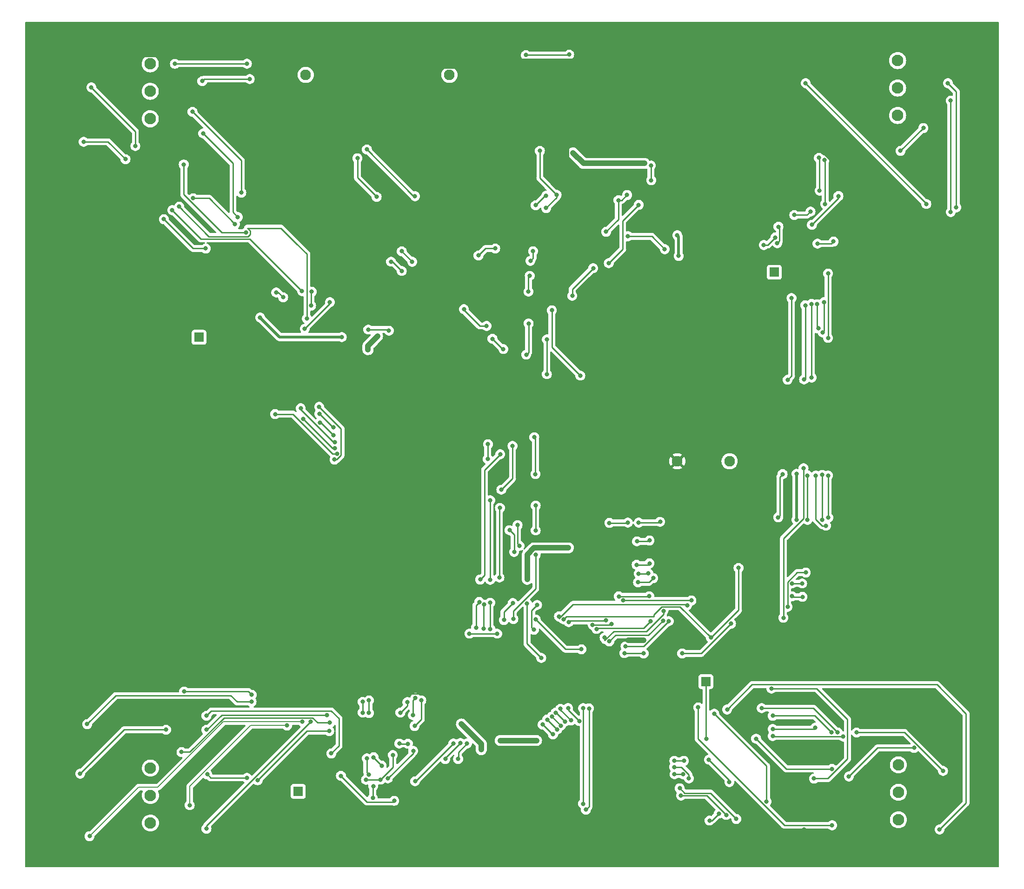
<source format=gbl>
G04 #@! TF.GenerationSoftware,KiCad,Pcbnew,7.0.6*
G04 #@! TF.CreationDate,2023-07-31T22:18:08-04:00*
G04 #@! TF.ProjectId,GoodBotControlBoard,476f6f64-426f-4744-936f-6e74726f6c42,rev?*
G04 #@! TF.SameCoordinates,Original*
G04 #@! TF.FileFunction,Copper,L2,Bot*
G04 #@! TF.FilePolarity,Positive*
%FSLAX46Y46*%
G04 Gerber Fmt 4.6, Leading zero omitted, Abs format (unit mm)*
G04 Created by KiCad (PCBNEW 7.0.6) date 2023-07-31 22:18:08*
%MOMM*%
%LPD*%
G01*
G04 APERTURE LIST*
G04 #@! TA.AperFunction,ComponentPad*
%ADD10R,1.700000X1.700000*%
G04 #@! TD*
G04 #@! TA.AperFunction,ComponentPad*
%ADD11C,2.100000*%
G04 #@! TD*
G04 #@! TA.AperFunction,ComponentPad*
%ADD12C,1.950000*%
G04 #@! TD*
G04 #@! TA.AperFunction,ViaPad*
%ADD13C,0.800000*%
G04 #@! TD*
G04 #@! TA.AperFunction,Conductor*
%ADD14C,1.000000*%
G04 #@! TD*
G04 #@! TA.AperFunction,Conductor*
%ADD15C,0.250000*%
G04 #@! TD*
G04 #@! TA.AperFunction,Conductor*
%ADD16C,0.400000*%
G04 #@! TD*
G04 #@! TA.AperFunction,Conductor*
%ADD17C,1.500000*%
G04 #@! TD*
G04 #@! TA.AperFunction,Conductor*
%ADD18C,0.200000*%
G04 #@! TD*
G04 #@! TA.AperFunction,Conductor*
%ADD19C,0.500000*%
G04 #@! TD*
G04 #@! TA.AperFunction,Conductor*
%ADD20C,6.000000*%
G04 #@! TD*
G04 APERTURE END LIST*
D10*
G04 #@! TO.P,J17,1,Pin_1*
G04 #@! TO.N,Net-(IC4-NFAULT)*
X163830000Y-58801000D03*
G04 #@! TD*
D11*
G04 #@! TO.P,J25,1,1*
G04 #@! TO.N,M3_MOTOR_W*
X50254000Y-149090000D03*
G04 #@! TO.P,J25,2,2*
G04 #@! TO.N,M3_MOTOR_V*
X50254000Y-154090000D03*
G04 #@! TO.P,J25,3,3*
G04 #@! TO.N,M3_MOTOR_U*
X50254000Y-159090000D03*
G04 #@! TD*
G04 #@! TO.P,J10,1,1*
G04 #@! TO.N,M0_MOTOR_W*
X50218000Y-20850000D03*
G04 #@! TO.P,J10,2,2*
G04 #@! TO.N,M0_MOTOR_V*
X50218000Y-25850000D03*
G04 #@! TO.P,J10,3,3*
G04 #@! TO.N,M0_MOTOR_U*
X50218000Y-30850000D03*
G04 #@! TD*
D12*
G04 #@! TO.P,J32,1,1*
G04 #@! TO.N,CHARGER+*
X104688000Y-22860000D03*
G04 #@! TO.P,J32,2,2*
G04 #@! TO.N,GND*
X114208000Y-22860000D03*
G04 #@! TD*
D10*
G04 #@! TO.P,J27,1,Pin_1*
G04 #@! TO.N,Net-(IC6-NFAULT)*
X77165200Y-153314400D03*
G04 #@! TD*
G04 #@! TO.P,J12,1,Pin_1*
G04 #@! TO.N,Net-(IC3-NFAULT)*
X59095000Y-70650000D03*
G04 #@! TD*
G04 #@! TO.P,J22,1,Pin_1*
G04 #@! TO.N,Net-(IC5-NFAULT)*
X151384000Y-133350000D03*
G04 #@! TD*
D12*
G04 #@! TO.P,J33,1,1*
G04 #@! TO.N,Battery+*
X78526000Y-22860000D03*
G04 #@! TO.P,J33,2,2*
G04 #@! TO.N,GND*
X88046000Y-22860000D03*
G04 #@! TD*
D11*
G04 #@! TO.P,J20,1,1*
G04 #@! TO.N,M2_MOTOR_U*
X186436000Y-158496000D03*
G04 #@! TO.P,J20,2,2*
G04 #@! TO.N,M2_MOTOR_V*
X186436000Y-153496000D03*
G04 #@! TO.P,J20,3,3*
G04 #@! TO.N,M2_MOTOR_W*
X186436000Y-148496000D03*
G04 #@! TD*
D12*
G04 #@! TO.P,J30,1,1*
G04 #@! TO.N,+5V*
X155702000Y-93218000D03*
G04 #@! TO.P,J30,2,2*
G04 #@! TO.N,GND*
X146182000Y-93218000D03*
G04 #@! TD*
D11*
G04 #@! TO.P,J15,1,1*
G04 #@! TO.N,M1_MOTOR_U*
X186295000Y-30250000D03*
G04 #@! TO.P,J15,2,2*
G04 #@! TO.N,M1_MOTOR_V*
X186295000Y-25250000D03*
G04 #@! TO.P,J15,3,3*
G04 #@! TO.N,M1_MOTOR_W*
X186295000Y-20250000D03*
G04 #@! TD*
D13*
G04 #@! TO.N,MCU_VDD*
X118872000Y-114706400D03*
X126351800Y-109001692D03*
G04 #@! TO.N,M3_MOTOR_U*
X57404000Y-155854400D03*
G04 #@! TO.N,GND*
X44450000Y-81127600D03*
X54406800Y-81178400D03*
G04 #@! TO.N,M1_IN1*
X166268400Y-78384400D03*
X165354000Y-95554800D03*
X164541200Y-103428800D03*
X157327600Y-112645500D03*
X166979600Y-63500000D03*
G04 #@! TO.N,M1_IN2*
X169468800Y-64820800D03*
X169265600Y-78333600D03*
X165506400Y-121716800D03*
X169164000Y-94488000D03*
G04 #@! TO.N,M1_IN3*
X166268400Y-119735600D03*
X169570400Y-113487200D03*
X170637200Y-77978000D03*
X169875200Y-95808800D03*
X170604437Y-64562158D03*
X169875200Y-103886000D03*
G04 #@! TO.N,M1_EN1*
X171399200Y-95818500D03*
X171602400Y-64617600D03*
X168960800Y-117906800D03*
X167044500Y-117805200D03*
X171856400Y-69037200D03*
X173241300Y-104952800D03*
G04 #@! TO.N,M1_EN2*
X168910000Y-115468400D03*
X172870625Y-64257887D03*
X172516800Y-103886000D03*
X172567600Y-95707200D03*
X167044500Y-115468400D03*
X172660899Y-69756701D03*
G04 #@! TO.N,M1_EN3*
X173634400Y-95818500D03*
X173634400Y-59029600D03*
X173685200Y-103479600D03*
X173634400Y-70764400D03*
G04 #@! TO.N,SWCLK_BOOT*
X141122400Y-107645200D03*
X138836400Y-107797600D03*
G04 #@! TO.N,SWDIO*
X141122400Y-111810800D03*
X138785600Y-112064800D03*
G04 #@! TO.N,USB_DP*
X129032000Y-138176000D03*
X121412000Y-129032000D03*
X129032000Y-155579500D03*
X118821200Y-119126000D03*
G04 #@! TO.N,USB_DM*
X130098800Y-138219500D03*
X120650000Y-119388500D03*
X129540000Y-156667200D03*
X120091200Y-123901200D03*
G04 #@! TO.N,M1_EN3*
X140919200Y-113639600D03*
X139145500Y-113690400D03*
G04 #@! TO.N,M1_EN2*
X141071600Y-117805200D03*
X135526985Y-117822800D03*
G04 #@! TO.N,M1_EN1*
X148744502Y-118567200D03*
X136296400Y-118547300D03*
G04 #@! TO.N,M1_IN3*
X155956000Y-122805500D03*
X147066000Y-128219200D03*
X128727200Y-127462500D03*
X136550400Y-128168400D03*
X140055600Y-128219200D03*
X120396000Y-122021600D03*
G04 #@! TO.N,M1_IN2*
X147980400Y-119430800D03*
X124642282Y-121462211D03*
G04 #@! TO.N,M1_IN1*
X125476000Y-122013500D03*
X152298400Y-125329500D03*
G04 #@! TO.N,M1_HALL3*
X139039600Y-115265200D03*
X141782800Y-114503200D03*
X126425588Y-122513500D03*
X133175764Y-122195836D03*
G04 #@! TO.N,M1_HALL2*
X130763645Y-123013500D03*
X134213600Y-122834400D03*
G04 #@! TO.N,M1_HALL1*
X141274800Y-122326400D03*
X131470400Y-123748800D03*
G04 #@! TO.N,M2_HALL3*
X132943600Y-125323600D03*
X143662400Y-120446800D03*
G04 #@! TO.N,M2_HALL2*
X143560800Y-122224800D03*
X133807200Y-126013500D03*
G04 #@! TO.N,M2_HALL1*
X136744188Y-126931100D03*
X144627600Y-122340500D03*
G04 #@! TO.N,M2_IN3*
X151930778Y-147561978D03*
X145643600Y-147777200D03*
X155651200Y-151638000D03*
X126288800Y-138176000D03*
X128320800Y-140512800D03*
X147370800Y-147777200D03*
G04 #@! TO.N,M2_IN2*
X126796800Y-140418500D03*
X145592800Y-148894800D03*
X148285200Y-150977600D03*
X124885112Y-138300050D03*
G04 #@! TO.N,M2_IN1*
X147218400Y-150215600D03*
X145676500Y-150215600D03*
X124053600Y-138988800D03*
X125730000Y-140614400D03*
G04 #@! TO.N,M2_EN3*
X124987713Y-141355171D03*
X146608800Y-152755600D03*
X156921200Y-158356900D03*
X123328885Y-139733386D03*
G04 #@! TO.N,M2_EN2*
X155092400Y-157632400D03*
X124307600Y-142087600D03*
X146849747Y-154089453D03*
X122478800Y-140258800D03*
G04 #@! TO.N,M2_EN1*
X152044400Y-158648400D03*
X123545600Y-142951200D03*
X121666000Y-141173200D03*
X153720800Y-157378400D03*
G04 #@! TO.N,ChargerDiv+*
X116332000Y-121962500D03*
X120345200Y-95554800D03*
X120396000Y-101295200D03*
X108320500Y-124612400D03*
X113385600Y-124612400D03*
X120142000Y-88849200D03*
X120396000Y-110236000D03*
X120396000Y-105816400D03*
G04 #@! TO.N,BatteryDiv+*
X109524800Y-123494800D03*
X113944400Y-91948000D03*
X110287825Y-114756932D03*
X110126858Y-118839183D03*
G04 #@! TO.N,MAIN_POWER_ON*
X113792000Y-114401600D03*
X116179600Y-90424000D03*
X114147600Y-98399600D03*
X113893600Y-101701600D03*
X110947200Y-123698000D03*
X110998000Y-119329200D03*
G04 #@! TO.N,BAT_CHARGE_ON*
X111671211Y-92834587D03*
X112115600Y-100330000D03*
X112115600Y-114808000D03*
X112115600Y-118973600D03*
X111709200Y-90119200D03*
X112115600Y-123748800D03*
G04 #@! TO.N,MCU_NRST*
X133807200Y-104444800D03*
X143052800Y-104241600D03*
X139143553Y-104394612D03*
X114604800Y-122123200D03*
X137179500Y-104394000D03*
X116230400Y-119024400D03*
G04 #@! TO.N,GND*
X137261600Y-125831600D03*
X140004800Y-125831600D03*
X146812000Y-125984000D03*
X148894800Y-126034800D03*
G04 #@! TO.N,PowerIn+*
X128524000Y-77622400D03*
X123342400Y-65735200D03*
G04 #@! TO.N,ChargerDiv+*
X133705600Y-57150000D03*
X130860800Y-58064400D03*
X122428000Y-71018400D03*
X141434138Y-42047233D03*
X127050800Y-63093600D03*
X122428000Y-77368400D03*
X139141200Y-46532800D03*
X141376400Y-39370000D03*
G04 #@! TO.N,MAIN_POWER_ON*
X119089223Y-62331598D03*
X119435528Y-56727191D03*
X119306564Y-59458636D03*
X118668800Y-73812400D03*
X119115971Y-68132829D03*
X119919500Y-54965600D03*
G04 #@! TO.N,GND*
X113233200Y-62992000D03*
X110236000Y-63093600D03*
G04 #@! TO.N,BatteryDiv+*
X114503200Y-72796400D03*
X93675200Y-69443600D03*
X112522000Y-70916800D03*
X89916000Y-69240400D03*
G04 #@! TO.N,BAT_CHARGE_ON*
X111455200Y-68580000D03*
X107340400Y-65532000D03*
X94063146Y-56882682D03*
X96012000Y-58572400D03*
G04 #@! TO.N,GND*
X115163600Y-94640400D03*
X113284000Y-95199200D03*
X111810800Y-147980400D03*
X108254800Y-140004800D03*
X100431600Y-135585200D03*
X94640400Y-135534400D03*
X86918800Y-154279600D03*
X76787500Y-151119000D03*
G04 #@! TO.N,+3.3V*
X120548400Y-144068800D03*
X113944400Y-144068800D03*
X110490000Y-145745200D03*
X106883200Y-141071600D03*
G04 #@! TO.N,M3_EN1*
X98450400Y-151485600D03*
X105410000Y-144614300D03*
G04 #@! TO.N,M3_EN2*
X103936800Y-147434900D03*
X106680000Y-144526000D03*
G04 #@! TO.N,M3_EN3*
X106273600Y-147434900D03*
X107899200Y-144614300D03*
G04 #@! TO.N,M3_IN1*
X89976356Y-150263705D03*
X97129600Y-144655498D03*
X89657701Y-147315701D03*
X95554800Y-144627600D03*
G04 #@! TO.N,M3_IN2*
X93472000Y-150977600D03*
X98094800Y-145948400D03*
G04 #@! TO.N,M3_IN3*
X94386400Y-146710400D03*
G04 #@! TO.N,M3_EN3*
X90881200Y-147116800D03*
X92354400Y-148640800D03*
G04 #@! TO.N,M3_EN1*
X94640400Y-155051500D03*
X84937600Y-150507100D03*
G04 #@! TO.N,M3_IN3*
X92151200Y-151180800D03*
X89509600Y-151231600D03*
G04 #@! TO.N,M3_IN1*
X90830400Y-152400000D03*
X90728800Y-154533600D03*
G04 #@! TO.N,M0_HALL3*
X98348800Y-141427200D03*
X99568000Y-136753600D03*
G04 #@! TO.N,M0_HALL2*
X98044000Y-139446000D03*
X98501200Y-136296400D03*
G04 #@! TO.N,M0_HALL1*
X95758000Y-138984500D03*
X97028000Y-137058400D03*
G04 #@! TO.N,GND*
X98501200Y-116890800D03*
X98552000Y-119424500D03*
X99517200Y-100888800D03*
X96316800Y-106222800D03*
X45618400Y-115112800D03*
X54813200Y-115011200D03*
G04 #@! TO.N,M0_EN3*
X83769200Y-92913200D03*
X80975200Y-83312000D03*
G04 #@! TO.N,M0_IN3*
X84226400Y-91846400D03*
X72948800Y-84632800D03*
G04 #@! TO.N,M0_IN2*
X78079600Y-85483100D03*
X83820000Y-90830400D03*
G04 #@! TO.N,M0_EN2*
X83815701Y-89767899D03*
X77622400Y-83566000D03*
G04 #@! TO.N,M0_IN1*
X81076800Y-86207600D03*
X83566000Y-88493600D03*
G04 #@! TO.N,M0_EN1*
X83566000Y-87071200D03*
X81026000Y-84582000D03*
G04 #@! TO.N,USART2_TX*
X117094000Y-104851200D03*
X117453899Y-108614699D03*
G04 #@! TO.N,USART2_RX*
X115620800Y-105765600D03*
X116484400Y-109728000D03*
G04 #@! TO.N,PowerIn+*
X91592400Y-70459600D03*
X89865200Y-72898000D03*
G04 #@! TO.N,M3_MOTOR_U*
X75133200Y-141342658D03*
G04 #@! TO.N,M3_GLS1*
X77927200Y-140643158D03*
X39166800Y-161493200D03*
G04 #@! TO.N,M3_GHS2*
X82804000Y-142367000D03*
X60589500Y-150241000D03*
X67818000Y-150876000D03*
X69786500Y-151320500D03*
G04 #@! TO.N,M3_MOTOR_V*
X82931000Y-140843000D03*
X55910000Y-146175000D03*
G04 #@! TO.N,M3_GHS1*
X60452000Y-160147000D03*
X79438743Y-140643658D03*
G04 #@! TO.N,M3_GLS2*
X82423000Y-139446000D03*
X60452000Y-142113000D03*
X53103500Y-142113000D03*
X37465000Y-150114000D03*
G04 #@! TO.N,M3_GHS3*
X60452000Y-139573000D03*
X83185000Y-146431000D03*
G04 #@! TO.N,M3_MOTOR_W*
X90043000Y-136779000D03*
X90043000Y-139065000D03*
X68707000Y-135763000D03*
X56388000Y-135165500D03*
G04 #@! TO.N,M3_GLS3*
X88900000Y-138984500D03*
X38735000Y-141097000D03*
X88900000Y-137033000D03*
X68664500Y-137033000D03*
G04 #@! TO.N,GND*
X72136000Y-146558000D03*
X72517000Y-142621000D03*
X53848000Y-123952000D03*
X37433000Y-122315000D03*
G04 #@! TO.N,M0_GLS1*
X52705000Y-49149000D03*
X60325000Y-54483000D03*
G04 #@! TO.N,M0_GLS2*
X54229000Y-47498000D03*
X45720000Y-38227000D03*
X77851000Y-62230000D03*
X38100000Y-35052000D03*
G04 #@! TO.N,M0_GLS3*
X39497000Y-25146000D03*
X47508401Y-35824401D03*
X78740000Y-67228500D03*
X55499000Y-46863000D03*
G04 #@! TO.N,M0_MOTOR_U*
X67691000Y-51562000D03*
X56322000Y-39177000D03*
G04 #@! TO.N,M0_GHS1*
X73152000Y-62484000D03*
X74426500Y-63373000D03*
X65659000Y-50038000D03*
X58039000Y-45339000D03*
G04 #@! TO.N,M0_GHS2*
X79629000Y-62357000D03*
X66167000Y-48768000D03*
X59855500Y-33528000D03*
X79502000Y-64897000D03*
G04 #@! TO.N,M0_MOTOR_V*
X66802000Y-44323000D03*
X57912000Y-29591000D03*
G04 #@! TO.N,M0_MOTOR_W*
X67814500Y-20828000D03*
X54715000Y-20850000D03*
G04 #@! TO.N,M0_GHS3*
X59690000Y-24003000D03*
X78356419Y-69091011D03*
X82931000Y-64262000D03*
X68326000Y-23622000D03*
G04 #@! TO.N,GND*
X70993000Y-19105500D03*
G04 #@! TO.N,Net-(IC9-OVLO)*
X97917000Y-56896000D03*
X96012000Y-54991000D03*
G04 #@! TO.N,GND*
X87630000Y-56515000D03*
X85217000Y-59690000D03*
G04 #@! TO.N,CHARGER+*
X126492000Y-19177000D03*
X118618000Y-19260500D03*
G04 #@! TO.N,GND*
X122682000Y-92964000D03*
X124079000Y-88519000D03*
G04 #@! TO.N,Net-(IC10-VOUT)*
X109982000Y-55753000D03*
X113030000Y-54483000D03*
G04 #@! TO.N,Net-(IC7-ULTRASONIC)*
X133223000Y-51435000D03*
G04 #@! TO.N,+28V*
X140208000Y-38989000D03*
X127215535Y-37084000D03*
G04 #@! TO.N,GND*
X126015535Y-48799535D03*
G04 #@! TO.N,Net-(IC11-TGDN)*
X121158000Y-36703000D03*
G04 #@! TO.N,GND*
X137795000Y-57658000D03*
X144145000Y-56261000D03*
G04 #@! TO.N,Net-(C50-Pad1)*
X146177000Y-52070000D03*
X146431000Y-55836500D03*
G04 #@! TO.N,GND*
X144145000Y-56261000D03*
X145161000Y-52910500D03*
X147955000Y-155194000D03*
X141605000Y-158750000D03*
X169291000Y-160236500D03*
X167191200Y-160976800D03*
X146812000Y-137795000D03*
X148661500Y-137668000D03*
G04 #@! TO.N,Net-(IC5-NFAULT)*
X151511000Y-143764000D03*
G04 #@! TO.N,M2_GHS3*
X174348260Y-149239141D03*
X160528000Y-143739500D03*
X189285500Y-145415000D03*
X177419000Y-150622000D03*
G04 #@! TO.N,M2_MOTOR_V*
X174244000Y-142621000D03*
X163541500Y-139573000D03*
G04 #@! TO.N,M2_MOTOR_W*
X176390909Y-143346726D03*
X163541500Y-143256000D03*
G04 #@! TO.N,M2_GHS2*
X175387000Y-142621000D03*
X194564000Y-149606000D03*
X161544000Y-138176000D03*
X178816000Y-142621000D03*
G04 #@! TO.N,M2_GHS1*
X193929000Y-160274000D03*
X155246500Y-138430000D03*
G04 #@! TO.N,M2_MOTOR_U*
X174371000Y-159512000D03*
X149987000Y-138049000D03*
G04 #@! TO.N,M2_GLS1*
X152908000Y-139192000D03*
X162433000Y-155194000D03*
G04 #@! TO.N,M2_GLS2*
X163322000Y-134620000D03*
X171069000Y-151003000D03*
G04 #@! TO.N,M2_GLS3*
X171323000Y-141732000D03*
X163541500Y-141986000D03*
G04 #@! TO.N,+3.3V*
X70231000Y-67056000D03*
X85090000Y-70612000D03*
X167894000Y-95504000D03*
X167894000Y-103886000D03*
G04 #@! TO.N,Net-(IC4-REG12)*
X164592000Y-50510500D03*
X164378000Y-53507000D03*
G04 #@! TO.N,Net-(IC4-VS)*
X164046500Y-52459500D03*
X161916142Y-53839299D03*
G04 #@! TO.N,M1_GHS3*
X195961000Y-27559000D03*
X195961000Y-47841500D03*
X171704000Y-53594000D03*
X174625000Y-53213000D03*
G04 #@! TO.N,M1_MOTOR_W*
X195453000Y-24384000D03*
X196976099Y-46989099D03*
G04 #@! TO.N,M1_GLS3*
X169545000Y-24384000D03*
X191516000Y-46372500D03*
G04 #@! TO.N,M1_GHS2*
X170688000Y-50158500D03*
X186817000Y-36703000D03*
X175514000Y-44923500D03*
X190976901Y-32543099D03*
G04 #@! TO.N,M1_MOTOR_V*
X173101000Y-46372500D03*
X172968769Y-38359231D03*
G04 #@! TO.N,M1_GHS1*
X167485500Y-48387000D03*
X170434000Y-47752000D03*
G04 #@! TO.N,GND*
X43180000Y-16637000D03*
X188214000Y-50927000D03*
X186182000Y-52070000D03*
X186182000Y-53594000D03*
X158750000Y-22733000D03*
X187071000Y-49276000D03*
X184912000Y-49530000D03*
X187579000Y-51943000D03*
X184150000Y-52070000D03*
X40513000Y-16637000D03*
X37211000Y-16637000D03*
X160401000Y-22860000D03*
X156718000Y-22733000D03*
X187706000Y-53086000D03*
X162433000Y-22733000D03*
X184531000Y-50800000D03*
X38989000Y-16637000D03*
X41783000Y-16637000D03*
X154940000Y-22733000D03*
X35941000Y-16764000D03*
X184785000Y-53340000D03*
X186309000Y-50673000D03*
X151257000Y-22606000D03*
X153416000Y-22733000D03*
G04 #@! TO.N,Net-(IC7-VSNS)*
X143891000Y-54610000D03*
X137202753Y-52249747D03*
G04 #@! TO.N,Net-(IC7-ULTRASONIC)*
X135463369Y-45691500D03*
X137033000Y-44740500D03*
G04 #@! TO.N,Battery+*
X87936833Y-38050461D03*
X91440000Y-45085000D03*
G04 #@! TO.N,Net-(IC9-TGDN)*
X98425000Y-44958000D03*
X89662000Y-36449000D03*
G04 #@! TO.N,Net-(IC11-TGDN)*
X122301000Y-47117000D03*
X124206000Y-44704000D03*
G04 #@! TO.N,M1_GLS2*
X171958000Y-37973000D03*
X172085000Y-43942000D03*
G04 #@! TO.N,Net-(IC11-TGUP)*
X122299832Y-44867500D03*
X120396000Y-46609000D03*
G04 #@! TD*
D14*
G04 #@! TO.N,MCU_VDD*
X118872000Y-110204365D02*
X118872000Y-114706400D01*
X126351800Y-109001692D02*
X120074673Y-109001692D01*
X120074673Y-109001692D02*
X118872000Y-110204365D01*
G04 #@! TO.N,GND*
X44500800Y-81178400D02*
X44450000Y-81127600D01*
X54406800Y-81178400D02*
X44500800Y-81178400D01*
D15*
G04 #@! TO.N,M1_IN1*
X166979600Y-77673200D02*
X166268400Y-78384400D01*
X165354000Y-95554800D02*
X164846000Y-96062800D01*
X164846000Y-96062800D02*
X164846000Y-103124000D01*
X164846000Y-103124000D02*
X164541200Y-103428800D01*
X166979600Y-63500000D02*
X166979600Y-77673200D01*
X157327600Y-120300300D02*
X152298400Y-125329500D01*
X157327600Y-112645500D02*
X157327600Y-120300300D01*
G04 #@! TO.N,M1_IN2*
X169150200Y-103655105D02*
X166785705Y-106019600D01*
X169150200Y-94501800D02*
X169150200Y-103655105D01*
X169164000Y-94488000D02*
X169150200Y-94501800D01*
X166785705Y-106019600D02*
X165506400Y-107298905D01*
X165506400Y-107298905D02*
X165506400Y-121716800D01*
X169468800Y-64820800D02*
X169468800Y-78130400D01*
X169468800Y-78130400D02*
X169265600Y-78333600D01*
G04 #@! TO.N,M1_IN3*
X166268400Y-115219195D02*
X166268400Y-119735600D01*
X168000395Y-113487200D02*
X166268400Y-115219195D01*
X169570400Y-113487200D02*
X168000395Y-113487200D01*
X170604437Y-77945237D02*
X170637200Y-77978000D01*
X170604437Y-64562158D02*
X170604437Y-77945237D01*
X169875200Y-95808800D02*
X169875200Y-103886000D01*
G04 #@! TO.N,M1_EN1*
X167146100Y-117906800D02*
X167044500Y-117805200D01*
X168960800Y-117906800D02*
X167146100Y-117906800D01*
X171399200Y-103793705D02*
X172558295Y-104952800D01*
X171399200Y-95818500D02*
X171399200Y-103793705D01*
X171602400Y-68783200D02*
X171856400Y-69037200D01*
X172558295Y-104952800D02*
X173241300Y-104952800D01*
X171602400Y-64617600D02*
X171602400Y-68783200D01*
G04 #@! TO.N,M1_EN2*
X172870625Y-64257887D02*
X172870625Y-69546975D01*
X168910000Y-115468400D02*
X167044500Y-115468400D01*
X172870625Y-69546975D02*
X172660899Y-69756701D01*
X172567600Y-103835200D02*
X172516800Y-103886000D01*
X172567600Y-95707200D02*
X172567600Y-103835200D01*
G04 #@! TO.N,M1_EN3*
X173634400Y-59029600D02*
X173634400Y-70764400D01*
X173634400Y-95818500D02*
X173634400Y-103428800D01*
X173634400Y-103428800D02*
X173685200Y-103479600D01*
G04 #@! TO.N,SWCLK_BOOT*
X138836400Y-107797600D02*
X140970000Y-107797600D01*
X140970000Y-107797600D02*
X141122400Y-107645200D01*
G04 #@! TO.N,SWDIO*
X138785600Y-112064800D02*
X140868400Y-112064800D01*
X140868400Y-112064800D02*
X141122400Y-111810800D01*
G04 #@! TO.N,USB_DP*
X118821200Y-119126000D02*
X118821200Y-126441200D01*
X129045800Y-155565700D02*
X129032000Y-155579500D01*
X129032000Y-138176000D02*
X129045800Y-138189800D01*
X129045800Y-138189800D02*
X129045800Y-155565700D01*
X118821200Y-126441200D02*
X121412000Y-129032000D01*
G04 #@! TO.N,USB_DM*
X120040400Y-123901200D02*
X120091200Y-123901200D01*
X130098800Y-138219500D02*
X130098800Y-156108400D01*
X120650000Y-119388500D02*
X119671000Y-120367500D01*
X130098800Y-156108400D02*
X129540000Y-156667200D01*
X119671000Y-123531800D02*
X120040400Y-123901200D01*
X119671000Y-120367500D02*
X119671000Y-123531800D01*
G04 #@! TO.N,M1_EN3*
X140868400Y-113690400D02*
X140919200Y-113639600D01*
X139145500Y-113690400D02*
X140868400Y-113690400D01*
G04 #@! TO.N,M1_EN2*
X135526985Y-117822800D02*
X141054000Y-117822800D01*
X141054000Y-117822800D02*
X141071600Y-117805200D01*
G04 #@! TO.N,M1_EN1*
X148724602Y-118547300D02*
X148744502Y-118567200D01*
X136296400Y-118547300D02*
X148724602Y-118547300D01*
G04 #@! TO.N,M1_IN3*
X150542300Y-128219200D02*
X155956000Y-122805500D01*
X140004800Y-128168400D02*
X140055600Y-128219200D01*
X120396000Y-122021600D02*
X125836900Y-127462500D01*
X125836900Y-127462500D02*
X128727200Y-127462500D01*
X147066000Y-128219200D02*
X150542300Y-128219200D01*
X136550400Y-128168400D02*
X140004800Y-128168400D01*
G04 #@! TO.N,M1_IN2*
X127192395Y-119271800D02*
X147821400Y-119271800D01*
X147821400Y-119271800D02*
X147980400Y-119430800D01*
X125763395Y-120700800D02*
X127192395Y-119271800D01*
X124642282Y-121821913D02*
X125763395Y-120700800D01*
X124642282Y-121462211D02*
X124642282Y-121821913D01*
G04 #@! TO.N,M1_IN1*
X141927164Y-121470836D02*
X141927164Y-121156731D01*
X141825564Y-121470836D02*
X141927164Y-121470836D01*
X125476000Y-122013500D02*
X126018664Y-121470836D01*
X141927164Y-121156731D02*
X143362095Y-119721800D01*
X126018664Y-121470836D02*
X141825564Y-121470836D01*
X143362095Y-119721800D02*
X146690700Y-119721800D01*
X146690700Y-119721800D02*
X152298400Y-125329500D01*
G04 #@! TO.N,M1_HALL3*
X141020800Y-115265200D02*
X141782800Y-114503200D01*
X139039600Y-115265200D02*
X141020800Y-115265200D01*
X126650588Y-122288500D02*
X133083100Y-122288500D01*
X126425588Y-122513500D02*
X126650588Y-122288500D01*
X133083100Y-122288500D02*
X133175764Y-122195836D01*
G04 #@! TO.N,M1_HALL2*
X130763645Y-123013500D02*
X134034500Y-123013500D01*
X134034500Y-123013500D02*
X134213600Y-122834400D01*
G04 #@! TO.N,M1_HALL1*
X140004800Y-123596400D02*
X141274800Y-122326400D01*
X131622800Y-123596400D02*
X140004800Y-123596400D01*
X131470400Y-123748800D02*
X131622800Y-123596400D01*
G04 #@! TO.N,M2_HALL3*
X132943600Y-125851795D02*
X134602793Y-124192602D01*
X132943600Y-125323600D02*
X132943600Y-125851795D01*
X140567693Y-124192602D02*
X143662400Y-121097895D01*
X143662400Y-121097895D02*
X143662400Y-120446800D01*
X134602793Y-124192602D02*
X140567693Y-124192602D01*
G04 #@! TO.N,M2_HALL2*
X140919200Y-124866400D02*
X143560800Y-122224800D01*
X134954300Y-124866400D02*
X140919200Y-124866400D01*
X133807200Y-126013500D02*
X134954300Y-124866400D01*
G04 #@! TO.N,M2_HALL1*
X136744188Y-126931100D02*
X140072026Y-126931100D01*
X140072026Y-126931100D02*
X144627600Y-122375526D01*
X144627600Y-122375526D02*
X144627600Y-122340500D01*
G04 #@! TO.N,M2_IN3*
X126288800Y-138480800D02*
X128320800Y-140512800D01*
X126288800Y-138176000D02*
X126288800Y-138480800D01*
X151930778Y-147561978D02*
X155651200Y-151282400D01*
X155651200Y-151282400D02*
X155651200Y-151638000D01*
X145643600Y-147777200D02*
X147370800Y-147777200D01*
G04 #@! TO.N,M2_IN2*
X148285200Y-150257095D02*
X148285200Y-150977600D01*
X124885112Y-138506812D02*
X126796800Y-140418500D01*
X124885112Y-138300050D02*
X124885112Y-138506812D01*
X146922905Y-148894800D02*
X148285200Y-150257095D01*
X145592800Y-148894800D02*
X146922905Y-148894800D01*
G04 #@! TO.N,M2_IN1*
X124104400Y-138988800D02*
X125730000Y-140614400D01*
X145676500Y-150215600D02*
X147218400Y-150215600D01*
X124053600Y-138988800D02*
X124104400Y-138988800D01*
G04 #@! TO.N,M2_EN3*
X147492653Y-153639453D02*
X152203753Y-153639453D01*
X123365928Y-139733386D02*
X124987713Y-141355171D01*
X146608800Y-152755600D02*
X147492653Y-153639453D01*
X152203753Y-153639453D02*
X156921200Y-158356900D01*
X123328885Y-139733386D02*
X123365928Y-139733386D01*
G04 #@! TO.N,M2_EN2*
X150787453Y-154089453D02*
X151549453Y-154089453D01*
X146849747Y-154089453D02*
X150787453Y-154089453D01*
X122478800Y-140258800D02*
X124307600Y-142087600D01*
X151549453Y-154089453D02*
X155092400Y-157632400D01*
G04 #@! TO.N,M2_EN1*
X152450800Y-158648400D02*
X153720800Y-157378400D01*
X123444000Y-142951200D02*
X123545600Y-142951200D01*
X121666000Y-141173200D02*
X123444000Y-142951200D01*
X152044400Y-158648400D02*
X152450800Y-158648400D01*
G04 #@! TO.N,ChargerDiv+*
X113140905Y-124612400D02*
X113385600Y-124612400D01*
X120396000Y-105816400D02*
X120396000Y-101295200D01*
X116332000Y-121962500D02*
X116332000Y-120497600D01*
X108320500Y-124612400D02*
X113140905Y-124612400D01*
X116332000Y-120497600D02*
X120396000Y-116433600D01*
X120345200Y-89052400D02*
X120142000Y-88849200D01*
X120396000Y-116433600D02*
X120396000Y-110236000D01*
X120345200Y-95554800D02*
X120345200Y-89052400D01*
G04 #@! TO.N,BatteryDiv+*
X109524800Y-123494800D02*
X109524800Y-119441241D01*
X109524800Y-119441241D02*
X110126858Y-118839183D01*
X111099600Y-113945157D02*
X111099600Y-94792800D01*
X111099600Y-94792800D02*
X113944400Y-91948000D01*
X110287825Y-114756932D02*
X111099600Y-113945157D01*
G04 #@! TO.N,MAIN_POWER_ON*
X113792000Y-114401600D02*
X113792000Y-101803200D01*
X110947200Y-119380000D02*
X110998000Y-119329200D01*
X110947200Y-123698000D02*
X110947200Y-119380000D01*
X114147600Y-98399600D02*
X116179600Y-96367600D01*
X116179600Y-96367600D02*
X116179600Y-90424000D01*
X113792000Y-101803200D02*
X113893600Y-101701600D01*
G04 #@! TO.N,BAT_CHARGE_ON*
X111671211Y-92834587D02*
X111671211Y-90157189D01*
X112115600Y-123748800D02*
X112115600Y-118973600D01*
X112115600Y-114808000D02*
X112115600Y-100330000D01*
X111671211Y-90157189D02*
X111709200Y-90119200D01*
G04 #@! TO.N,MCU_NRST*
X133807200Y-104444800D02*
X137128700Y-104444800D01*
X114604800Y-120650000D02*
X116230400Y-119024400D01*
X114604800Y-122123200D02*
X114604800Y-120650000D01*
X139143553Y-104394612D02*
X142899788Y-104394612D01*
X142899788Y-104394612D02*
X143052800Y-104241600D01*
X137128700Y-104444800D02*
X137179500Y-104394000D01*
D14*
G04 #@! TO.N,GND*
X140004800Y-125831600D02*
X137261600Y-125831600D01*
X146862800Y-126034800D02*
X146812000Y-125984000D01*
X148894800Y-126034800D02*
X146862800Y-126034800D01*
D15*
G04 #@! TO.N,PowerIn+*
X123342400Y-72440800D02*
X128524000Y-77622400D01*
X123342400Y-65735200D02*
X123342400Y-72440800D01*
G04 #@! TO.N,ChargerDiv+*
X141376400Y-41989495D02*
X141434138Y-42047233D01*
X127050800Y-61874400D02*
X127050800Y-63093600D01*
X139141200Y-46532800D02*
X136245600Y-49428400D01*
X122428000Y-71018400D02*
X122428000Y-77368400D01*
X141376400Y-39370000D02*
X141376400Y-41989495D01*
X136245600Y-49428400D02*
X136245600Y-54610000D01*
X136245600Y-54610000D02*
X133705600Y-57150000D01*
X130860800Y-58064400D02*
X127050800Y-61874400D01*
G04 #@! TO.N,MAIN_POWER_ON*
X119919500Y-56243219D02*
X119435528Y-56727191D01*
X119115971Y-73365229D02*
X118668800Y-73812400D01*
X119115971Y-68132829D02*
X119115971Y-73365229D01*
X119089223Y-59675977D02*
X119089223Y-62331598D01*
X119919500Y-54965600D02*
X119919500Y-56243219D01*
X119306564Y-59458636D02*
X119089223Y-59675977D01*
G04 #@! TO.N,GND*
X113131600Y-63093600D02*
X113233200Y-62992000D01*
X110236000Y-63093600D02*
X113131600Y-63093600D01*
G04 #@! TO.N,BatteryDiv+*
X89916000Y-69240400D02*
X93472000Y-69240400D01*
X112522000Y-70916800D02*
X114401600Y-72796400D01*
X114401600Y-72796400D02*
X114503200Y-72796400D01*
X93472000Y-69240400D02*
X93675200Y-69443600D01*
G04 #@! TO.N,BAT_CHARGE_ON*
X110236000Y-68580000D02*
X107340400Y-65684400D01*
X96012000Y-58572400D02*
X94322282Y-56882682D01*
X111455200Y-68580000D02*
X110236000Y-68580000D01*
X107340400Y-65684400D02*
X107340400Y-65532000D01*
X94322282Y-56882682D02*
X94063146Y-56882682D01*
G04 #@! TO.N,GND*
X114604800Y-95199200D02*
X115163600Y-94640400D01*
X113284000Y-95199200D02*
X114604800Y-95199200D01*
X111810800Y-147980400D02*
X111810800Y-143560800D01*
X94677400Y-135571400D02*
X94640400Y-135534400D01*
X100417800Y-135571400D02*
X94677400Y-135571400D01*
X111810800Y-143560800D02*
X108254800Y-140004800D01*
X100431600Y-135585200D02*
X100417800Y-135571400D01*
X83769200Y-154279600D02*
X86918800Y-154279600D01*
X80608600Y-151119000D02*
X83769200Y-154279600D01*
X76787500Y-151119000D02*
X80608600Y-151119000D01*
D14*
G04 #@! TO.N,+3.3V*
X113944400Y-144068800D02*
X120548400Y-144068800D01*
X110490000Y-144678400D02*
X110490000Y-145745200D01*
X106883200Y-141071600D02*
X110490000Y-144678400D01*
D15*
G04 #@! TO.N,M3_EN1*
X98538700Y-151485600D02*
X98450400Y-151485600D01*
X105410000Y-144614300D02*
X98538700Y-151485600D01*
G04 #@! TO.N,M3_EN2*
X103936800Y-147269200D02*
X103936800Y-147434900D01*
X106680000Y-144526000D02*
X103936800Y-147269200D01*
G04 #@! TO.N,M3_EN3*
X106324400Y-146189100D02*
X106324400Y-147384100D01*
X106324400Y-147384100D02*
X106273600Y-147434900D01*
X107899200Y-144614300D02*
X106324400Y-146189100D01*
G04 #@! TO.N,M3_IN1*
X95582698Y-144655498D02*
X95554800Y-144627600D01*
X97129600Y-144655498D02*
X95582698Y-144655498D01*
X89657701Y-147315701D02*
X89657701Y-149945050D01*
X89657701Y-149945050D02*
X89976356Y-150263705D01*
G04 #@! TO.N,M3_IN2*
X98094800Y-146354800D02*
X93472000Y-150977600D01*
X98094800Y-145948400D02*
X98094800Y-146354800D01*
G04 #@! TO.N,M3_IN3*
X94386400Y-146710400D02*
X94386400Y-148945600D01*
X94386400Y-148945600D02*
X92151200Y-151180800D01*
G04 #@! TO.N,M3_EN3*
X90881200Y-147167600D02*
X92354400Y-148640800D01*
X90881200Y-147116800D02*
X90881200Y-147167600D01*
G04 #@! TO.N,M3_EN1*
X94433300Y-155258600D02*
X94640400Y-155051500D01*
X89689100Y-155258600D02*
X94433300Y-155258600D01*
X84937600Y-150507100D02*
X89689100Y-155258600D01*
G04 #@! TO.N,M3_IN3*
X92100400Y-151231600D02*
X92151200Y-151180800D01*
X89509600Y-151231600D02*
X92100400Y-151231600D01*
G04 #@! TO.N,M3_IN1*
X90728800Y-152501600D02*
X90830400Y-152400000D01*
X90728800Y-154533600D02*
X90728800Y-152501600D01*
G04 #@! TO.N,M0_HALL3*
X99568000Y-140208000D02*
X98348800Y-141427200D01*
X99568000Y-136753600D02*
X99568000Y-140208000D01*
G04 #@! TO.N,M0_HALL2*
X98044000Y-136753600D02*
X98044000Y-139446000D01*
X98501200Y-136296400D02*
X98044000Y-136753600D01*
G04 #@! TO.N,M0_HALL1*
X97028000Y-137714500D02*
X95758000Y-138984500D01*
X97028000Y-137058400D02*
X97028000Y-137714500D01*
D16*
G04 #@! TO.N,GND*
X98552000Y-116941600D02*
X98501200Y-116890800D01*
X98552000Y-119424500D02*
X98552000Y-116941600D01*
X96316800Y-104089200D02*
X99517200Y-100888800D01*
X96316800Y-106222800D02*
X96316800Y-104089200D01*
D17*
X54813200Y-115011200D02*
X45720000Y-115011200D01*
X45720000Y-115011200D02*
X45618400Y-115112800D01*
D15*
G04 #@! TO.N,M0_EN3*
X83769200Y-92913200D02*
X84184905Y-92913200D01*
X84951400Y-92146705D02*
X84951400Y-87288200D01*
X84184905Y-92913200D02*
X84951400Y-92146705D01*
X84951400Y-87288200D02*
X80975200Y-83312000D01*
G04 #@! TO.N,M0_IN3*
X84226400Y-91846400D02*
X83417595Y-91846400D01*
X76203995Y-84632800D02*
X72948800Y-84632800D01*
X83417595Y-91846400D02*
X76203995Y-84632800D01*
G04 #@! TO.N,M0_IN2*
X83820000Y-90830400D02*
X83426900Y-90830400D01*
X83426900Y-90830400D02*
X78079600Y-85483100D01*
G04 #@! TO.N,M0_EN2*
X83815701Y-89767899D02*
X83611794Y-89767899D01*
X83611794Y-89767899D02*
X77622400Y-83778505D01*
X77622400Y-83778505D02*
X77622400Y-83566000D01*
G04 #@! TO.N,M0_IN1*
X83566000Y-88493600D02*
X81280000Y-86207600D01*
X81280000Y-86207600D02*
X81076800Y-86207600D01*
G04 #@! TO.N,M0_EN1*
X83515200Y-87071200D02*
X81026000Y-84582000D01*
X83566000Y-87071200D02*
X83515200Y-87071200D01*
G04 #@! TO.N,USART2_TX*
X117453899Y-108614699D02*
X117094000Y-108254800D01*
X117094000Y-108254800D02*
X117094000Y-104851200D01*
G04 #@! TO.N,USART2_RX*
X116484400Y-106629200D02*
X115620800Y-105765600D01*
X116484400Y-109728000D02*
X116484400Y-106629200D01*
D14*
G04 #@! TO.N,PowerIn+*
X89865200Y-72186800D02*
X91592400Y-70459600D01*
X89865200Y-72898000D02*
X89865200Y-72186800D01*
D18*
G04 #@! TO.N,M3_MOTOR_U*
X75133200Y-141342658D02*
X68497892Y-141342658D01*
X57404000Y-152436550D02*
X57404000Y-155829000D01*
X68497892Y-141342658D02*
X57404000Y-152436550D01*
G04 #@! TO.N,M3_GLS1*
X77927200Y-140643158D02*
X63548187Y-140643158D01*
X63548187Y-140643158D02*
X51604000Y-152587345D01*
X51604000Y-152587345D02*
X48072655Y-152587345D01*
X48072655Y-152587345D02*
X39166800Y-161493200D01*
D15*
G04 #@! TO.N,M3_GHS2*
X61224500Y-150876000D02*
X60589500Y-150241000D01*
X82804000Y-142367000D02*
X78740000Y-142367000D01*
X78740000Y-142367000D02*
X69786500Y-151320500D01*
X67818000Y-150876000D02*
X61224500Y-150876000D01*
G04 #@! TO.N,M3_MOTOR_V*
X82931000Y-140843000D02*
X80663390Y-140843000D01*
X80663390Y-140843000D02*
X79739048Y-139918658D01*
X79739048Y-139918658D02*
X63671647Y-139918658D01*
X63671647Y-139918658D02*
X57415305Y-146175000D01*
X57415305Y-146175000D02*
X55910000Y-146175000D01*
G04 #@! TO.N,M3_GHS1*
X60452000Y-159630401D02*
X60452000Y-160147000D01*
X79438743Y-140643658D02*
X60452000Y-159630401D01*
G04 #@! TO.N,M3_GLS2*
X63246000Y-139446000D02*
X60579000Y-142113000D01*
X82423000Y-139446000D02*
X63246000Y-139446000D01*
X60579000Y-142113000D02*
X60452000Y-142113000D01*
X45466000Y-142113000D02*
X37465000Y-150114000D01*
X53103500Y-142113000D02*
X45466000Y-142113000D01*
G04 #@! TO.N,M3_GHS3*
X61341000Y-138684000D02*
X60452000Y-139573000D01*
X83185000Y-146431000D02*
X84582000Y-145034000D01*
X84582000Y-145034000D02*
X84582000Y-140081000D01*
X83185000Y-138684000D02*
X61341000Y-138684000D01*
X84582000Y-140081000D02*
X83185000Y-138684000D01*
G04 #@! TO.N,M3_MOTOR_W*
X68109500Y-135165500D02*
X56388000Y-135165500D01*
X68707000Y-135763000D02*
X68109500Y-135165500D01*
X90043000Y-139065000D02*
X90043000Y-136779000D01*
G04 #@! TO.N,M3_GLS3*
X88900000Y-138984500D02*
X88900000Y-137033000D01*
X43942000Y-135890000D02*
X38735000Y-141097000D01*
X64897000Y-135890000D02*
X43942000Y-135890000D01*
X66040000Y-137033000D02*
X64897000Y-135890000D01*
X68664500Y-137033000D02*
X66040000Y-137033000D01*
G04 #@! TO.N,GND*
X72136000Y-146558000D02*
X72136000Y-143002000D01*
X72136000Y-143002000D02*
X72517000Y-142621000D01*
D14*
X53848000Y-123952000D02*
X39070000Y-123952000D01*
X39070000Y-123952000D02*
X37433000Y-122315000D01*
D15*
G04 #@! TO.N,M0_GLS1*
X58039000Y-54483000D02*
X52705000Y-49149000D01*
X60325000Y-54483000D02*
X58039000Y-54483000D01*
G04 #@! TO.N,M0_GLS2*
X68358000Y-52737000D02*
X59468000Y-52737000D01*
X45720000Y-38227000D02*
X42545000Y-35052000D01*
X59468000Y-52737000D02*
X54229000Y-47498000D01*
X77851000Y-62230000D02*
X68358000Y-52737000D01*
X42545000Y-35052000D02*
X38100000Y-35052000D01*
G04 #@! TO.N,M0_GLS3*
X67917305Y-50763000D02*
X68416000Y-51261695D01*
X74004000Y-50763000D02*
X67917305Y-50763000D01*
X47508401Y-33157401D02*
X39497000Y-25146000D01*
X78740000Y-67228500D02*
X78740000Y-55499000D01*
X78740000Y-55499000D02*
X76835000Y-53594000D01*
X68416000Y-51261695D02*
X68416000Y-51862305D01*
X67991305Y-52287000D02*
X60923000Y-52287000D01*
X76835000Y-53594000D02*
X74004000Y-50763000D01*
X68416000Y-51862305D02*
X67991305Y-52287000D01*
X60923000Y-52287000D02*
X55499000Y-46863000D01*
X47508401Y-35824401D02*
X47508401Y-33157401D01*
G04 #@! TO.N,M0_MOTOR_U*
X67691000Y-51562000D02*
X63236695Y-51562000D01*
X63236695Y-51562000D02*
X56322000Y-44647305D01*
X56322000Y-44647305D02*
X56322000Y-39177000D01*
G04 #@! TO.N,M0_GHS1*
X60960000Y-45339000D02*
X65659000Y-50038000D01*
X58039000Y-45339000D02*
X60960000Y-45339000D01*
X73537500Y-62484000D02*
X74426500Y-63373000D01*
X73152000Y-62484000D02*
X73537500Y-62484000D01*
G04 #@! TO.N,M0_GHS2*
X79502000Y-64897000D02*
X79502000Y-62484000D01*
X79502000Y-62484000D02*
X79629000Y-62357000D01*
X65278000Y-38950500D02*
X59855500Y-33528000D01*
X65278000Y-47879000D02*
X65278000Y-38950500D01*
X66167000Y-48768000D02*
X65278000Y-47879000D01*
G04 #@! TO.N,M0_MOTOR_V*
X66802000Y-44323000D02*
X66802000Y-38481000D01*
X66802000Y-38481000D02*
X57912000Y-29591000D01*
G04 #@! TO.N,M0_MOTOR_W*
X67814500Y-20828000D02*
X54737000Y-20828000D01*
X54737000Y-20828000D02*
X54715000Y-20850000D01*
G04 #@! TO.N,M0_GHS3*
X82931000Y-64516430D02*
X82931000Y-64262000D01*
X60071000Y-23622000D02*
X59690000Y-24003000D01*
X68326000Y-23622000D02*
X60071000Y-23622000D01*
X78356419Y-69091011D02*
X82931000Y-64516430D01*
G04 #@! TO.N,Net-(IC9-OVLO)*
X96012000Y-54991000D02*
X97917000Y-56896000D01*
D19*
G04 #@! TO.N,GND*
X85217000Y-58928000D02*
X87630000Y-56515000D01*
X85217000Y-59690000D02*
X85217000Y-58928000D01*
D15*
G04 #@! TO.N,CHARGER+*
X126408500Y-19260500D02*
X126492000Y-19177000D01*
X118618000Y-19260500D02*
X126408500Y-19260500D01*
D17*
G04 #@! TO.N,GND*
X124079000Y-88519000D02*
X124079000Y-91567000D01*
X124079000Y-91567000D02*
X122682000Y-92964000D01*
D15*
G04 #@! TO.N,Net-(IC10-VOUT)*
X113030000Y-54483000D02*
X111252000Y-54483000D01*
X111252000Y-54483000D02*
X109982000Y-55753000D01*
G04 #@! TO.N,Net-(IC7-ULTRASONIC)*
X133223000Y-51435000D02*
X135463369Y-49194631D01*
X135463369Y-49194631D02*
X135463369Y-45691500D01*
D14*
G04 #@! TO.N,+28V*
X140208000Y-38989000D02*
X129120535Y-38989000D01*
X129120535Y-38989000D02*
X127215535Y-37084000D01*
D20*
G04 #@! TO.N,GND*
X114208000Y-22860000D02*
X125730000Y-22860000D01*
X125730000Y-22860000D02*
X151003000Y-22860000D01*
D14*
X126015535Y-48799535D02*
X126015535Y-23145535D01*
X126015535Y-23145535D02*
X125730000Y-22860000D01*
D15*
G04 #@! TO.N,Net-(IC11-TGDN)*
X121158000Y-36703000D02*
X121158000Y-41656000D01*
X121158000Y-41656000D02*
X124206000Y-44704000D01*
D19*
G04 #@! TO.N,GND*
X142748000Y-57658000D02*
X144145000Y-56261000D01*
X137795000Y-57658000D02*
X142748000Y-57658000D01*
G04 #@! TO.N,Net-(C50-Pad1)*
X146431000Y-52324000D02*
X146177000Y-52070000D01*
X146431000Y-55836500D02*
X146431000Y-52324000D01*
G04 #@! TO.N,GND*
X145161000Y-55245000D02*
X144145000Y-56261000D01*
X145161000Y-52910500D02*
X145161000Y-55245000D01*
D18*
X145161000Y-155194000D02*
X141605000Y-158750000D01*
X147955000Y-155194000D02*
X145161000Y-155194000D01*
X168550700Y-160976800D02*
X169291000Y-160236500D01*
X167191200Y-160976800D02*
X168550700Y-160976800D01*
X146939000Y-137668000D02*
X146812000Y-137795000D01*
X148661500Y-137668000D02*
X146939000Y-137668000D01*
D15*
G04 #@! TO.N,Net-(IC5-NFAULT)*
X151511000Y-143764000D02*
X151384000Y-143637000D01*
X151384000Y-143637000D02*
X151384000Y-133350000D01*
G04 #@! TO.N,M2_GHS3*
X160528000Y-143739500D02*
X166027641Y-149239141D01*
X177419000Y-150622000D02*
X182626000Y-145415000D01*
X166027641Y-149239141D02*
X174348260Y-149239141D01*
X182626000Y-145415000D02*
X189285500Y-145415000D01*
G04 #@! TO.N,M2_MOTOR_V*
X171196000Y-139573000D02*
X174244000Y-142621000D01*
X163541500Y-139573000D02*
X171196000Y-139573000D01*
G04 #@! TO.N,M2_MOTOR_W*
X176390183Y-143346000D02*
X176390909Y-143346726D01*
X163631500Y-143346000D02*
X176390183Y-143346000D01*
X163541500Y-143256000D02*
X163631500Y-143346000D01*
G04 #@! TO.N,M2_GHS2*
X161544000Y-138176000D02*
X170942000Y-138176000D01*
X170942000Y-138176000D02*
X175387000Y-142621000D01*
X187579000Y-142621000D02*
X194564000Y-149606000D01*
X178816000Y-142621000D02*
X187579000Y-142621000D01*
G04 #@! TO.N,M2_GLS2*
X163322000Y-134620000D02*
X171577000Y-134620000D01*
X171577000Y-134620000D02*
X177165000Y-140208000D01*
X177165000Y-140208000D02*
X177165000Y-147447000D01*
X177165000Y-147447000D02*
X173609000Y-151003000D01*
X173609000Y-151003000D02*
X171069000Y-151003000D01*
G04 #@! TO.N,M2_GHS1*
X155246500Y-138430000D02*
X159781500Y-133895000D01*
X198755000Y-155448000D02*
X193929000Y-160274000D01*
X159781500Y-133895000D02*
X193458000Y-133895000D01*
X198755000Y-139192000D02*
X198755000Y-155448000D01*
X193458000Y-133895000D02*
X198755000Y-139192000D01*
G04 #@! TO.N,M2_MOTOR_U*
X149987000Y-143773305D02*
X149987000Y-138049000D01*
X174371000Y-159512000D02*
X165725695Y-159512000D01*
X165725695Y-159512000D02*
X149987000Y-143773305D01*
G04 #@! TO.N,M2_GLS1*
X162433000Y-155194000D02*
X162433000Y-148717000D01*
X162433000Y-148717000D02*
X152908000Y-139192000D01*
G04 #@! TO.N,M2_GLS3*
X171069000Y-141986000D02*
X171323000Y-141732000D01*
X163541500Y-141986000D02*
X171069000Y-141986000D01*
D19*
G04 #@! TO.N,+3.3V*
X73787000Y-70612000D02*
X70231000Y-67056000D01*
X85090000Y-70612000D02*
X73787000Y-70612000D01*
X167894000Y-95504000D02*
X167894000Y-103886000D01*
D15*
G04 #@! TO.N,Net-(IC4-REG12)*
X164592000Y-50510500D02*
X164771500Y-50690000D01*
X164771500Y-50690000D02*
X164771500Y-53113500D01*
X164771500Y-53113500D02*
X164378000Y-53507000D01*
G04 #@! TO.N,Net-(IC4-VS)*
X162666701Y-53839299D02*
X164046500Y-52459500D01*
X161916142Y-53839299D02*
X162666701Y-53839299D01*
G04 #@! TO.N,M1_GHS3*
X195961000Y-47841500D02*
X195961000Y-27559000D01*
X171704000Y-53594000D02*
X174244000Y-53594000D01*
X174244000Y-53594000D02*
X174625000Y-53213000D01*
G04 #@! TO.N,M1_MOTOR_W*
X196976099Y-46989099D02*
X196976099Y-25907099D01*
X196976099Y-25907099D02*
X195453000Y-24384000D01*
G04 #@! TO.N,M1_GLS3*
X191516000Y-46355000D02*
X169545000Y-24384000D01*
X191516000Y-46372500D02*
X191516000Y-46355000D01*
G04 #@! TO.N,M1_GHS2*
X170688000Y-50158500D02*
X175514000Y-45332500D01*
X175514000Y-45332500D02*
X175514000Y-44923500D01*
X186817000Y-36703000D02*
X190976901Y-32543099D01*
G04 #@! TO.N,M1_MOTOR_V*
X173101000Y-46372500D02*
X173101000Y-38491462D01*
X173101000Y-38491462D02*
X172968769Y-38359231D01*
G04 #@! TO.N,M1_GHS1*
X167485500Y-48387000D02*
X169799000Y-48387000D01*
X169799000Y-48387000D02*
X170434000Y-47752000D01*
D20*
G04 #@! TO.N,GND*
X37211000Y-16637000D02*
X37174000Y-16600000D01*
X151003000Y-22860000D02*
X151257000Y-22606000D01*
X156718000Y-22733000D02*
X156845000Y-22860000D01*
X187706000Y-53086000D02*
X186182000Y-52070000D01*
X188214000Y-50927000D02*
X186817000Y-50546000D01*
X153289000Y-22860000D02*
X153416000Y-22733000D01*
X151257000Y-22606000D02*
X151511000Y-22860000D01*
X162306000Y-22860000D02*
X162433000Y-22733000D01*
X156845000Y-22860000D02*
X158623000Y-22860000D01*
X88046000Y-22860000D02*
X92221000Y-18685000D01*
X151511000Y-22860000D02*
X153289000Y-22860000D01*
X110033000Y-18685000D02*
X114208000Y-22860000D01*
X37174000Y-16600000D02*
X35941000Y-16764000D01*
X88046000Y-22860000D02*
X81786000Y-16600000D01*
X155067000Y-22860000D02*
X156591000Y-22860000D01*
X43217000Y-16600000D02*
X43180000Y-16637000D01*
X153543000Y-22860000D02*
X154813000Y-22860000D01*
X184150000Y-52070000D02*
X184785000Y-53340000D01*
X186182000Y-52070000D02*
X187579000Y-51943000D01*
X158750000Y-22733000D02*
X158877000Y-22860000D01*
X154813000Y-22860000D02*
X154940000Y-22733000D01*
X187071000Y-47371000D02*
X187071000Y-49276000D01*
X153416000Y-22733000D02*
X153543000Y-22860000D01*
X154940000Y-22733000D02*
X155067000Y-22860000D01*
X41783000Y-16637000D02*
X40513000Y-16637000D01*
X162433000Y-22733000D02*
X187071000Y-47371000D01*
X81786000Y-16600000D02*
X43217000Y-16600000D01*
X35941000Y-16764000D02*
X35851000Y-16600000D01*
X186309000Y-50673000D02*
X184912000Y-49530000D01*
X184912000Y-49530000D02*
X184531000Y-50800000D01*
X160401000Y-22860000D02*
X162306000Y-22860000D01*
X158623000Y-22860000D02*
X158750000Y-22733000D01*
X92221000Y-18685000D02*
X110033000Y-18685000D01*
X184531000Y-50800000D02*
X184150000Y-52070000D01*
X156591000Y-22860000D02*
X156718000Y-22733000D01*
X187579000Y-51943000D02*
X188214000Y-50927000D01*
X184785000Y-53340000D02*
X186182000Y-53594000D01*
X158877000Y-22860000D02*
X160401000Y-22860000D01*
X187071000Y-49276000D02*
X186309000Y-50673000D01*
X186182000Y-53594000D02*
X187706000Y-53086000D01*
D15*
G04 #@! TO.N,Net-(IC7-VSNS)*
X141530747Y-52249747D02*
X143891000Y-54610000D01*
X137202753Y-52249747D02*
X141530747Y-52249747D01*
G04 #@! TO.N,Net-(IC7-ULTRASONIC)*
X136082000Y-45691500D02*
X137033000Y-44740500D01*
X135463369Y-45691500D02*
X136082000Y-45691500D01*
G04 #@! TO.N,Battery+*
X87936833Y-41581833D02*
X87936833Y-38050461D01*
X91440000Y-45085000D02*
X87936833Y-41581833D01*
G04 #@! TO.N,Net-(IC9-TGDN)*
X98171000Y-44958000D02*
X98425000Y-44958000D01*
X89662000Y-36449000D02*
X98171000Y-44958000D01*
G04 #@! TO.N,Net-(IC11-TGDN)*
X122301000Y-47117000D02*
X124206000Y-45212000D01*
X124206000Y-45212000D02*
X124206000Y-44704000D01*
G04 #@! TO.N,M1_GLS2*
X172085000Y-38100000D02*
X171958000Y-37973000D01*
X172085000Y-43942000D02*
X172085000Y-38100000D01*
G04 #@! TO.N,Net-(IC11-TGUP)*
X120396000Y-46609000D02*
X122137500Y-44867500D01*
X122137500Y-44867500D02*
X122299832Y-44867500D01*
G04 #@! TD*
G04 #@! TA.AperFunction,Conductor*
G04 #@! TO.N,GND*
G36*
X77267981Y-141263343D02*
G01*
X77293091Y-141284685D01*
X77321328Y-141316045D01*
X77321335Y-141316051D01*
X77474465Y-141427306D01*
X77474470Y-141427309D01*
X77514480Y-141445123D01*
X77567717Y-141490373D01*
X77588038Y-141557223D01*
X77568992Y-141624446D01*
X77551725Y-141646083D01*
X68775887Y-150421921D01*
X68714564Y-150455406D01*
X68644872Y-150450422D01*
X68588939Y-150408550D01*
X68580819Y-150396240D01*
X68558634Y-150357815D01*
X68550533Y-150343784D01*
X68538224Y-150330114D01*
X68438040Y-150218848D01*
X68423871Y-150203112D01*
X68423870Y-150203111D01*
X68270734Y-150091851D01*
X68270729Y-150091848D01*
X68097807Y-150014857D01*
X68097802Y-150014855D01*
X67938813Y-149981062D01*
X67912646Y-149975500D01*
X67723354Y-149975500D01*
X67697187Y-149981062D01*
X67538197Y-150014855D01*
X67538192Y-150014857D01*
X67365270Y-150091848D01*
X67365265Y-150091851D01*
X67212130Y-150203110D01*
X67212126Y-150203114D01*
X67206400Y-150209474D01*
X67146913Y-150246121D01*
X67114252Y-150250500D01*
X61607609Y-150250500D01*
X61540570Y-150230815D01*
X61494815Y-150178011D01*
X61484288Y-150139462D01*
X61484157Y-150138214D01*
X61475174Y-150052744D01*
X61416679Y-149872716D01*
X61322033Y-149708784D01*
X61265462Y-149645956D01*
X61239190Y-149616777D01*
X61208960Y-149553785D01*
X61217586Y-149484450D01*
X61243656Y-149446127D01*
X68710307Y-141979477D01*
X68771631Y-141945992D01*
X68797989Y-141943158D01*
X74406942Y-141943158D01*
X74473981Y-141962843D01*
X74499091Y-141984185D01*
X74527328Y-142015545D01*
X74527335Y-142015551D01*
X74680465Y-142126806D01*
X74680470Y-142126809D01*
X74853392Y-142203800D01*
X74853397Y-142203802D01*
X75038554Y-142243158D01*
X75038555Y-142243158D01*
X75227844Y-142243158D01*
X75227846Y-142243158D01*
X75413003Y-142203802D01*
X75585930Y-142126809D01*
X75739071Y-142015546D01*
X75865733Y-141874874D01*
X75960379Y-141710942D01*
X76018874Y-141530914D01*
X76037394Y-141354694D01*
X76063978Y-141290082D01*
X76121276Y-141250097D01*
X76160715Y-141243658D01*
X77200942Y-141243658D01*
X77267981Y-141263343D01*
G37*
G04 #@! TD.AperFunction*
G04 #@! TA.AperFunction,Conductor*
G36*
X204667039Y-13227685D02*
G01*
X204712794Y-13280489D01*
X204724000Y-13332000D01*
X204724000Y-167008000D01*
X204704315Y-167075039D01*
X204651511Y-167120794D01*
X204600000Y-167132000D01*
X27556000Y-167132000D01*
X27488961Y-167112315D01*
X27443206Y-167059511D01*
X27432000Y-167008000D01*
X27432000Y-150114000D01*
X36559540Y-150114000D01*
X36579326Y-150302256D01*
X36579327Y-150302259D01*
X36637818Y-150482277D01*
X36637821Y-150482284D01*
X36732467Y-150646216D01*
X36859128Y-150786887D01*
X36859129Y-150786888D01*
X37012265Y-150898148D01*
X37012270Y-150898151D01*
X37185192Y-150975142D01*
X37185197Y-150975144D01*
X37370354Y-151014500D01*
X37370355Y-151014500D01*
X37559644Y-151014500D01*
X37559646Y-151014500D01*
X37744803Y-150975144D01*
X37917730Y-150898151D01*
X38070871Y-150786888D01*
X38197533Y-150646216D01*
X38292179Y-150482284D01*
X38350674Y-150302256D01*
X38368321Y-150134345D01*
X38394905Y-150069732D01*
X38403952Y-150059636D01*
X39373588Y-149090000D01*
X48698706Y-149090000D01*
X48717853Y-149333297D01*
X48717853Y-149333300D01*
X48717854Y-149333302D01*
X48770458Y-149552412D01*
X48774830Y-149570619D01*
X48868222Y-149796089D01*
X48995737Y-150004173D01*
X48995738Y-150004176D01*
X49040839Y-150056982D01*
X49154241Y-150189759D01*
X49283442Y-150300107D01*
X49339823Y-150348261D01*
X49339826Y-150348262D01*
X49547910Y-150475777D01*
X49773381Y-150569169D01*
X49773378Y-150569169D01*
X49773384Y-150569170D01*
X49773388Y-150569172D01*
X50010698Y-150626146D01*
X50254000Y-150645294D01*
X50497302Y-150626146D01*
X50734612Y-150569172D01*
X50960089Y-150475777D01*
X51168179Y-150348259D01*
X51353759Y-150189759D01*
X51512259Y-150004179D01*
X51639777Y-149796089D01*
X51733172Y-149570612D01*
X51790146Y-149333302D01*
X51809294Y-149090000D01*
X51790146Y-148846698D01*
X51733172Y-148609388D01*
X51726780Y-148593956D01*
X51639777Y-148383910D01*
X51512262Y-148175826D01*
X51512261Y-148175823D01*
X51442541Y-148094192D01*
X51353759Y-147990241D01*
X51204993Y-147863183D01*
X51168176Y-147831738D01*
X51168173Y-147831737D01*
X50960089Y-147704222D01*
X50734618Y-147610830D01*
X50734621Y-147610830D01*
X50613791Y-147581821D01*
X50497302Y-147553854D01*
X50497300Y-147553853D01*
X50497297Y-147553853D01*
X50254000Y-147534706D01*
X50010702Y-147553853D01*
X49773380Y-147610830D01*
X49547910Y-147704222D01*
X49339826Y-147831737D01*
X49339823Y-147831738D01*
X49154241Y-147990241D01*
X48995738Y-148175823D01*
X48995737Y-148175826D01*
X48868222Y-148383910D01*
X48774830Y-148609380D01*
X48774828Y-148609387D01*
X48774828Y-148609388D01*
X48742304Y-148744857D01*
X48717853Y-148846702D01*
X48698706Y-149090000D01*
X39373588Y-149090000D01*
X45688770Y-142774819D01*
X45750094Y-142741334D01*
X45776452Y-142738500D01*
X52399752Y-142738500D01*
X52466791Y-142758185D01*
X52491900Y-142779526D01*
X52497626Y-142785885D01*
X52497630Y-142785889D01*
X52650765Y-142897148D01*
X52650770Y-142897151D01*
X52823692Y-142974142D01*
X52823697Y-142974144D01*
X53008854Y-143013500D01*
X53008855Y-143013500D01*
X53198144Y-143013500D01*
X53198146Y-143013500D01*
X53383303Y-142974144D01*
X53556230Y-142897151D01*
X53709371Y-142785888D01*
X53836033Y-142645216D01*
X53930679Y-142481284D01*
X53989174Y-142301256D01*
X54008960Y-142113000D01*
X53989174Y-141924744D01*
X53930679Y-141744716D01*
X53836033Y-141580784D01*
X53709371Y-141440112D01*
X53709370Y-141440111D01*
X53556234Y-141328851D01*
X53556229Y-141328848D01*
X53383307Y-141251857D01*
X53383302Y-141251855D01*
X53235031Y-141220340D01*
X53198146Y-141212500D01*
X53008854Y-141212500D01*
X52976397Y-141219398D01*
X52823697Y-141251855D01*
X52823692Y-141251857D01*
X52650770Y-141328848D01*
X52650765Y-141328851D01*
X52497630Y-141440110D01*
X52497626Y-141440114D01*
X52491900Y-141446474D01*
X52432413Y-141483121D01*
X52399752Y-141487500D01*
X45548743Y-141487500D01*
X45533122Y-141485775D01*
X45533095Y-141486061D01*
X45525333Y-141485326D01*
X45456172Y-141487500D01*
X45426649Y-141487500D01*
X45419778Y-141488367D01*
X45413959Y-141488825D01*
X45367374Y-141490289D01*
X45367368Y-141490290D01*
X45348126Y-141495880D01*
X45329087Y-141499823D01*
X45309217Y-141502334D01*
X45309203Y-141502337D01*
X45265883Y-141519488D01*
X45260358Y-141521380D01*
X45215613Y-141534380D01*
X45215610Y-141534381D01*
X45198366Y-141544579D01*
X45180905Y-141553133D01*
X45162274Y-141560510D01*
X45162262Y-141560517D01*
X45124570Y-141587902D01*
X45119687Y-141591109D01*
X45079580Y-141614829D01*
X45065414Y-141628995D01*
X45050624Y-141641627D01*
X45034414Y-141653404D01*
X45034411Y-141653407D01*
X45004710Y-141689309D01*
X45000777Y-141693631D01*
X37517228Y-149177181D01*
X37455905Y-149210666D01*
X37429547Y-149213500D01*
X37370354Y-149213500D01*
X37337897Y-149220398D01*
X37185197Y-149252855D01*
X37185192Y-149252857D01*
X37012270Y-149329848D01*
X37012265Y-149329851D01*
X36859129Y-149441111D01*
X36732466Y-149581785D01*
X36637821Y-149745715D01*
X36637818Y-149745722D01*
X36583782Y-149912029D01*
X36579326Y-149925744D01*
X36559540Y-150114000D01*
X27432000Y-150114000D01*
X27432000Y-141097000D01*
X37829540Y-141097000D01*
X37849326Y-141285256D01*
X37849327Y-141285259D01*
X37907818Y-141465277D01*
X37907821Y-141465284D01*
X38002467Y-141629216D01*
X38120095Y-141759855D01*
X38129129Y-141769888D01*
X38282265Y-141881148D01*
X38282270Y-141881151D01*
X38455192Y-141958142D01*
X38455197Y-141958144D01*
X38640354Y-141997500D01*
X38640355Y-141997500D01*
X38829644Y-141997500D01*
X38829646Y-141997500D01*
X39014803Y-141958144D01*
X39187730Y-141881151D01*
X39340871Y-141769888D01*
X39467533Y-141629216D01*
X39562179Y-141465284D01*
X39620674Y-141285256D01*
X39638321Y-141117345D01*
X39664905Y-141052732D01*
X39673952Y-141042636D01*
X44164771Y-136551819D01*
X44226095Y-136518334D01*
X44252453Y-136515500D01*
X64586548Y-136515500D01*
X64653587Y-136535185D01*
X64674229Y-136551819D01*
X65539197Y-137416788D01*
X65549022Y-137429051D01*
X65549243Y-137428869D01*
X65554214Y-137434878D01*
X65580217Y-137459295D01*
X65604635Y-137482226D01*
X65625529Y-137503120D01*
X65631011Y-137507373D01*
X65635443Y-137511157D01*
X65669418Y-137543062D01*
X65686976Y-137552714D01*
X65703235Y-137563395D01*
X65719064Y-137575673D01*
X65761838Y-137594182D01*
X65767056Y-137596738D01*
X65807908Y-137619197D01*
X65827316Y-137624180D01*
X65845717Y-137630480D01*
X65864104Y-137638437D01*
X65907488Y-137645308D01*
X65910119Y-137645725D01*
X65915839Y-137646909D01*
X65960981Y-137658500D01*
X65981016Y-137658500D01*
X66000414Y-137660026D01*
X66020194Y-137663159D01*
X66020195Y-137663160D01*
X66020195Y-137663159D01*
X66020196Y-137663160D01*
X66066583Y-137658775D01*
X66072422Y-137658500D01*
X67960752Y-137658500D01*
X68027791Y-137678185D01*
X68052900Y-137699526D01*
X68058626Y-137705885D01*
X68058630Y-137705889D01*
X68211765Y-137817148D01*
X68211767Y-137817149D01*
X68211770Y-137817151D01*
X68220912Y-137821221D01*
X68274149Y-137866472D01*
X68294469Y-137933322D01*
X68275423Y-138000545D01*
X68223056Y-138046800D01*
X68170475Y-138058500D01*
X61423743Y-138058500D01*
X61408122Y-138056775D01*
X61408096Y-138057061D01*
X61400334Y-138056327D01*
X61400333Y-138056327D01*
X61331186Y-138058500D01*
X61301649Y-138058500D01*
X61294766Y-138059369D01*
X61288949Y-138059826D01*
X61242373Y-138061290D01*
X61223129Y-138066881D01*
X61204079Y-138070825D01*
X61184211Y-138073334D01*
X61140884Y-138090488D01*
X61135358Y-138092379D01*
X61090614Y-138105379D01*
X61090610Y-138105381D01*
X61073366Y-138115579D01*
X61055905Y-138124133D01*
X61037274Y-138131510D01*
X61037262Y-138131517D01*
X60999570Y-138158902D01*
X60994687Y-138162109D01*
X60954580Y-138185829D01*
X60940414Y-138199995D01*
X60925624Y-138212627D01*
X60909414Y-138224404D01*
X60909411Y-138224407D01*
X60879710Y-138260309D01*
X60875777Y-138264631D01*
X60504228Y-138636181D01*
X60442905Y-138669666D01*
X60416547Y-138672500D01*
X60357354Y-138672500D01*
X60324897Y-138679398D01*
X60172197Y-138711855D01*
X60172192Y-138711857D01*
X59999270Y-138788848D01*
X59999265Y-138788851D01*
X59846129Y-138900111D01*
X59719466Y-139040785D01*
X59624821Y-139204715D01*
X59624818Y-139204722D01*
X59567784Y-139380256D01*
X59566326Y-139384744D01*
X59546540Y-139573000D01*
X59566326Y-139761256D01*
X59566327Y-139761259D01*
X59624818Y-139941277D01*
X59624821Y-139941284D01*
X59719467Y-140105216D01*
X59829845Y-140227803D01*
X59846129Y-140245888D01*
X59999265Y-140357148D01*
X59999270Y-140357151D01*
X60172192Y-140434142D01*
X60172197Y-140434144D01*
X60357354Y-140473500D01*
X60357355Y-140473500D01*
X60546644Y-140473500D01*
X60546646Y-140473500D01*
X60731803Y-140434144D01*
X60904730Y-140357151D01*
X61057871Y-140245888D01*
X61184533Y-140105216D01*
X61279179Y-139941284D01*
X61337674Y-139761256D01*
X61355321Y-139593344D01*
X61381904Y-139528734D01*
X61390941Y-139518648D01*
X61563773Y-139345816D01*
X61625096Y-139312334D01*
X61651453Y-139309500D01*
X62198548Y-139309500D01*
X62265587Y-139329185D01*
X62311342Y-139381989D01*
X62321286Y-139451147D01*
X62292261Y-139514703D01*
X62286231Y-139521177D01*
X61002493Y-140804915D01*
X60631227Y-141176181D01*
X60569904Y-141209666D01*
X60543546Y-141212500D01*
X60357354Y-141212500D01*
X60324897Y-141219398D01*
X60172197Y-141251855D01*
X60172192Y-141251857D01*
X59999270Y-141328848D01*
X59999265Y-141328851D01*
X59846129Y-141440111D01*
X59719466Y-141580785D01*
X59624821Y-141744715D01*
X59624818Y-141744722D01*
X59578464Y-141887387D01*
X59566326Y-141924744D01*
X59546540Y-142113000D01*
X59566326Y-142301256D01*
X59566327Y-142301259D01*
X59624818Y-142481277D01*
X59624821Y-142481284D01*
X59719466Y-142645215D01*
X59802308Y-142737221D01*
X59832538Y-142800213D01*
X59823912Y-142869548D01*
X59797839Y-142907874D01*
X57192533Y-145513181D01*
X57131210Y-145546666D01*
X57104852Y-145549500D01*
X56613748Y-145549500D01*
X56546709Y-145529815D01*
X56521600Y-145508474D01*
X56515873Y-145502114D01*
X56515869Y-145502110D01*
X56362734Y-145390851D01*
X56362729Y-145390848D01*
X56189807Y-145313857D01*
X56189802Y-145313855D01*
X56035217Y-145280998D01*
X56004646Y-145274500D01*
X55815354Y-145274500D01*
X55784783Y-145280998D01*
X55630197Y-145313855D01*
X55630192Y-145313857D01*
X55457270Y-145390848D01*
X55457265Y-145390851D01*
X55304129Y-145502111D01*
X55177466Y-145642785D01*
X55082821Y-145806715D01*
X55082818Y-145806722D01*
X55024327Y-145986740D01*
X55024326Y-145986744D01*
X55004540Y-146175000D01*
X55024326Y-146363256D01*
X55024327Y-146363259D01*
X55082818Y-146543277D01*
X55082821Y-146543284D01*
X55177467Y-146707216D01*
X55297235Y-146840231D01*
X55304129Y-146847888D01*
X55457265Y-146959148D01*
X55457270Y-146959151D01*
X55630192Y-147036142D01*
X55630197Y-147036144D01*
X55815354Y-147075500D01*
X55815355Y-147075500D01*
X55967247Y-147075500D01*
X56034286Y-147095185D01*
X56080041Y-147147989D01*
X56089985Y-147217147D01*
X56060960Y-147280703D01*
X56054928Y-147287181D01*
X51391584Y-151950526D01*
X51330261Y-151984011D01*
X51303903Y-151986845D01*
X48116083Y-151986845D01*
X48107984Y-151986314D01*
X48072655Y-151981663D01*
X48072654Y-151981663D01*
X47867669Y-152008649D01*
X47845123Y-152030928D01*
X47833800Y-152036305D01*
X47769814Y-152062809D01*
X47644369Y-152159066D01*
X47622679Y-152187335D01*
X47617326Y-152193439D01*
X39254384Y-160556381D01*
X39193061Y-160589866D01*
X39166703Y-160592700D01*
X39072154Y-160592700D01*
X39039697Y-160599598D01*
X38886997Y-160632055D01*
X38886992Y-160632057D01*
X38714070Y-160709048D01*
X38714065Y-160709051D01*
X38560929Y-160820311D01*
X38434266Y-160960985D01*
X38339621Y-161124915D01*
X38339618Y-161124922D01*
X38281127Y-161304940D01*
X38281126Y-161304944D01*
X38261340Y-161493200D01*
X38281126Y-161681456D01*
X38281127Y-161681459D01*
X38339618Y-161861477D01*
X38339621Y-161861484D01*
X38434267Y-162025416D01*
X38560928Y-162166087D01*
X38560929Y-162166088D01*
X38714065Y-162277348D01*
X38714070Y-162277351D01*
X38886992Y-162354342D01*
X38886997Y-162354344D01*
X39072154Y-162393700D01*
X39072155Y-162393700D01*
X39261444Y-162393700D01*
X39261446Y-162393700D01*
X39446603Y-162354344D01*
X39619530Y-162277351D01*
X39772671Y-162166088D01*
X39899333Y-162025416D01*
X39993979Y-161861484D01*
X40052474Y-161681456D01*
X40072260Y-161493200D01*
X40072260Y-161493197D01*
X40072260Y-161488336D01*
X40091945Y-161421297D01*
X40108579Y-161400655D01*
X42419234Y-159090000D01*
X48698706Y-159090000D01*
X48717853Y-159333297D01*
X48717853Y-159333300D01*
X48717854Y-159333302D01*
X48769615Y-159548900D01*
X48774830Y-159570619D01*
X48868222Y-159796089D01*
X48995737Y-160004173D01*
X48995738Y-160004176D01*
X49019627Y-160032146D01*
X49154241Y-160189759D01*
X49252874Y-160273999D01*
X49339823Y-160348261D01*
X49339826Y-160348262D01*
X49547910Y-160475777D01*
X49773381Y-160569169D01*
X49773378Y-160569169D01*
X49773384Y-160569170D01*
X49773388Y-160569172D01*
X50010698Y-160626146D01*
X50254000Y-160645294D01*
X50497302Y-160626146D01*
X50734612Y-160569172D01*
X50960089Y-160475777D01*
X51168179Y-160348259D01*
X51353759Y-160189759D01*
X51512259Y-160004179D01*
X51639777Y-159796089D01*
X51733172Y-159570612D01*
X51790146Y-159333302D01*
X51809294Y-159090000D01*
X51790146Y-158846698D01*
X51733172Y-158609388D01*
X51706568Y-158545159D01*
X51639777Y-158383910D01*
X51512262Y-158175826D01*
X51512261Y-158175823D01*
X51461324Y-158116184D01*
X51353759Y-157990241D01*
X51231063Y-157885449D01*
X51168176Y-157831738D01*
X51168173Y-157831737D01*
X50960089Y-157704222D01*
X50734618Y-157610830D01*
X50734621Y-157610830D01*
X50576000Y-157572748D01*
X50497302Y-157553854D01*
X50497300Y-157553853D01*
X50497297Y-157553853D01*
X50254000Y-157534706D01*
X50010702Y-157553853D01*
X49773380Y-157610830D01*
X49547910Y-157704222D01*
X49339826Y-157831737D01*
X49339823Y-157831738D01*
X49154241Y-157990241D01*
X48995738Y-158175823D01*
X48995737Y-158175826D01*
X48868222Y-158383910D01*
X48774830Y-158609380D01*
X48774828Y-158609387D01*
X48774828Y-158609388D01*
X48764872Y-158650856D01*
X48717853Y-158846702D01*
X48698706Y-159090000D01*
X42419234Y-159090000D01*
X48285071Y-153224164D01*
X48346394Y-153190679D01*
X48372752Y-153187845D01*
X48766954Y-153187845D01*
X48833993Y-153207530D01*
X48879748Y-153260334D01*
X48889692Y-153329492D01*
X48872683Y-153376633D01*
X48868221Y-153383914D01*
X48774830Y-153609380D01*
X48717853Y-153846702D01*
X48698706Y-154090000D01*
X48717853Y-154333297D01*
X48717853Y-154333300D01*
X48717854Y-154333302D01*
X48763144Y-154521947D01*
X48774830Y-154570619D01*
X48868222Y-154796089D01*
X48995737Y-155004173D01*
X48995738Y-155004176D01*
X49019627Y-155032146D01*
X49154241Y-155189759D01*
X49212784Y-155239759D01*
X49339823Y-155348261D01*
X49339826Y-155348262D01*
X49547910Y-155475777D01*
X49773381Y-155569169D01*
X49773378Y-155569169D01*
X49773384Y-155569170D01*
X49773388Y-155569172D01*
X50010698Y-155626146D01*
X50254000Y-155645294D01*
X50497302Y-155626146D01*
X50734612Y-155569172D01*
X50960089Y-155475777D01*
X51168179Y-155348259D01*
X51353759Y-155189759D01*
X51512259Y-155004179D01*
X51639777Y-154796089D01*
X51733172Y-154570612D01*
X51790146Y-154333302D01*
X51809294Y-154090000D01*
X51790146Y-153846698D01*
X51733172Y-153609388D01*
X51711570Y-153557237D01*
X51639776Y-153383909D01*
X51639776Y-153383908D01*
X51628633Y-153365725D01*
X51610387Y-153298280D01*
X51631502Y-153231677D01*
X51685274Y-153187063D01*
X51718170Y-153177996D01*
X51760762Y-153172389D01*
X51906841Y-153111881D01*
X51929104Y-153094798D01*
X52032282Y-153015627D01*
X52053984Y-152987343D01*
X52059310Y-152981268D01*
X63760602Y-141279977D01*
X63821926Y-141246492D01*
X63848284Y-141243658D01*
X67448295Y-141243658D01*
X67515334Y-141263343D01*
X67561089Y-141316147D01*
X67571033Y-141385305D01*
X67542008Y-141448861D01*
X67535976Y-141455338D01*
X62272796Y-146718518D01*
X57010096Y-151981218D01*
X57003994Y-151986569D01*
X56975716Y-152008269D01*
X56895145Y-152113273D01*
X56879464Y-152133707D01*
X56818956Y-152279787D01*
X56818955Y-152279789D01*
X56798318Y-152436548D01*
X56798318Y-152436549D01*
X56802969Y-152471876D01*
X56803500Y-152479978D01*
X56803500Y-155127947D01*
X56783815Y-155194986D01*
X56771650Y-155210919D01*
X56671466Y-155322185D01*
X56576821Y-155486115D01*
X56576818Y-155486122D01*
X56520167Y-155660477D01*
X56518326Y-155666144D01*
X56506537Y-155778313D01*
X56499550Y-155844795D01*
X56498540Y-155854400D01*
X56518326Y-156042656D01*
X56518327Y-156042659D01*
X56576818Y-156222677D01*
X56576821Y-156222684D01*
X56671467Y-156386616D01*
X56794151Y-156522870D01*
X56798129Y-156527288D01*
X56951265Y-156638548D01*
X56951270Y-156638551D01*
X57124192Y-156715542D01*
X57124197Y-156715544D01*
X57309354Y-156754900D01*
X57309355Y-156754900D01*
X57498644Y-156754900D01*
X57498646Y-156754900D01*
X57683803Y-156715544D01*
X57856730Y-156638551D01*
X58009871Y-156527288D01*
X58136533Y-156386616D01*
X58231179Y-156222684D01*
X58289674Y-156042656D01*
X58309460Y-155854400D01*
X58289674Y-155666144D01*
X58231179Y-155486116D01*
X58136533Y-155322184D01*
X58062317Y-155239759D01*
X58036350Y-155210919D01*
X58006120Y-155147927D01*
X58004500Y-155127947D01*
X58004500Y-152736646D01*
X58024185Y-152669607D01*
X58040814Y-152648970D01*
X59792810Y-150896973D01*
X59854131Y-150863490D01*
X59923823Y-150868474D01*
X59972638Y-150901682D01*
X59983627Y-150913886D01*
X59983630Y-150913889D01*
X60136765Y-151025148D01*
X60136770Y-151025151D01*
X60309692Y-151102142D01*
X60309697Y-151102144D01*
X60494854Y-151141500D01*
X60554048Y-151141500D01*
X60621087Y-151161185D01*
X60641729Y-151177819D01*
X60723694Y-151259784D01*
X60733519Y-151272048D01*
X60733740Y-151271866D01*
X60738710Y-151277873D01*
X60738713Y-151277876D01*
X60738714Y-151277877D01*
X60789151Y-151325241D01*
X60810030Y-151346120D01*
X60815504Y-151350366D01*
X60819942Y-151354156D01*
X60853918Y-151386062D01*
X60853922Y-151386064D01*
X60871473Y-151395713D01*
X60887731Y-151406392D01*
X60903564Y-151418674D01*
X60922087Y-151426689D01*
X60946337Y-151437183D01*
X60951581Y-151439752D01*
X60992408Y-151462197D01*
X61011812Y-151467179D01*
X61030210Y-151473478D01*
X61048605Y-151481438D01*
X61094629Y-151488726D01*
X61100332Y-151489907D01*
X61145481Y-151501500D01*
X61165516Y-151501500D01*
X61184913Y-151503026D01*
X61204696Y-151506160D01*
X61251083Y-151501775D01*
X61256922Y-151501500D01*
X67114252Y-151501500D01*
X67181291Y-151521185D01*
X67206400Y-151542526D01*
X67212126Y-151548885D01*
X67212129Y-151548888D01*
X67334782Y-151638000D01*
X67347658Y-151647355D01*
X67390324Y-151702684D01*
X67396303Y-151772298D01*
X67363698Y-151834093D01*
X67362454Y-151835354D01*
X60068208Y-159129600D01*
X60055951Y-159139421D01*
X60056134Y-159139642D01*
X60050123Y-159144614D01*
X60002772Y-159195037D01*
X59981889Y-159215920D01*
X59981877Y-159215933D01*
X59977621Y-159221418D01*
X59973837Y-159225848D01*
X59941937Y-159259819D01*
X59941936Y-159259821D01*
X59932284Y-159277377D01*
X59921610Y-159293627D01*
X59909329Y-159309462D01*
X59909324Y-159309469D01*
X59890815Y-159352239D01*
X59888245Y-159357485D01*
X59865803Y-159398307D01*
X59860822Y-159417708D01*
X59854521Y-159436111D01*
X59846560Y-159454507D01*
X59846279Y-159455477D01*
X59845660Y-159456588D01*
X59843465Y-159461662D01*
X59842958Y-159461442D01*
X59819355Y-159503846D01*
X59719466Y-159614784D01*
X59624821Y-159778715D01*
X59624818Y-159778722D01*
X59566327Y-159958740D01*
X59566326Y-159958744D01*
X59546540Y-160147000D01*
X59566326Y-160335256D01*
X59566327Y-160335259D01*
X59624818Y-160515277D01*
X59624821Y-160515284D01*
X59719467Y-160679216D01*
X59746329Y-160709049D01*
X59846129Y-160819888D01*
X59999265Y-160931148D01*
X59999270Y-160931151D01*
X60172192Y-161008142D01*
X60172197Y-161008144D01*
X60357354Y-161047500D01*
X60357355Y-161047500D01*
X60546644Y-161047500D01*
X60546646Y-161047500D01*
X60731803Y-161008144D01*
X60904730Y-160931151D01*
X61057871Y-160819888D01*
X61184533Y-160679216D01*
X61279179Y-160515284D01*
X61337674Y-160335256D01*
X61357460Y-160147000D01*
X61337674Y-159958744D01*
X61280367Y-159782371D01*
X61278372Y-159712530D01*
X61310615Y-159656374D01*
X66754719Y-154212270D01*
X75814700Y-154212270D01*
X75814701Y-154212276D01*
X75821108Y-154271883D01*
X75871402Y-154406728D01*
X75871406Y-154406735D01*
X75957652Y-154521944D01*
X75957655Y-154521947D01*
X76072864Y-154608193D01*
X76072871Y-154608197D01*
X76207717Y-154658491D01*
X76207716Y-154658491D01*
X76214644Y-154659235D01*
X76267327Y-154664900D01*
X78063072Y-154664899D01*
X78122683Y-154658491D01*
X78257531Y-154608196D01*
X78372746Y-154521946D01*
X78458996Y-154406731D01*
X78509291Y-154271883D01*
X78515700Y-154212273D01*
X78515699Y-152416528D01*
X78509291Y-152356917D01*
X78492123Y-152310888D01*
X78458997Y-152222071D01*
X78458993Y-152222064D01*
X78372747Y-152106855D01*
X78372744Y-152106852D01*
X78257535Y-152020606D01*
X78257528Y-152020602D01*
X78122682Y-151970308D01*
X78122683Y-151970308D01*
X78063083Y-151963901D01*
X78063081Y-151963900D01*
X78063073Y-151963900D01*
X78063064Y-151963900D01*
X76267329Y-151963900D01*
X76267323Y-151963901D01*
X76207716Y-151970308D01*
X76072871Y-152020602D01*
X76072864Y-152020606D01*
X75957655Y-152106852D01*
X75957652Y-152106855D01*
X75871406Y-152222064D01*
X75871402Y-152222071D01*
X75821108Y-152356917D01*
X75814701Y-152416516D01*
X75814701Y-152416523D01*
X75814700Y-152416535D01*
X75814700Y-154212270D01*
X66754719Y-154212270D01*
X68990145Y-151976844D01*
X69051466Y-151943361D01*
X69121158Y-151948345D01*
X69169972Y-151981553D01*
X69180627Y-151993386D01*
X69180635Y-151993393D01*
X69333765Y-152104648D01*
X69333770Y-152104651D01*
X69506692Y-152181642D01*
X69506697Y-152181644D01*
X69691854Y-152221000D01*
X69691855Y-152221000D01*
X69881144Y-152221000D01*
X69881146Y-152221000D01*
X70066303Y-152181644D01*
X70239230Y-152104651D01*
X70392371Y-151993388D01*
X70519033Y-151852716D01*
X70613679Y-151688784D01*
X70672174Y-151508756D01*
X70689821Y-151340845D01*
X70716405Y-151276232D01*
X70725452Y-151266136D01*
X71484488Y-150507100D01*
X84032140Y-150507100D01*
X84051926Y-150695356D01*
X84051927Y-150695359D01*
X84110418Y-150875377D01*
X84110421Y-150875384D01*
X84205067Y-151039316D01*
X84319007Y-151165859D01*
X84331729Y-151179988D01*
X84484865Y-151291248D01*
X84484870Y-151291251D01*
X84657792Y-151368242D01*
X84657797Y-151368244D01*
X84842954Y-151407600D01*
X84902148Y-151407600D01*
X84969187Y-151427285D01*
X84989829Y-151443919D01*
X89188294Y-155642384D01*
X89198119Y-155654648D01*
X89198340Y-155654466D01*
X89203310Y-155660473D01*
X89203313Y-155660476D01*
X89203314Y-155660477D01*
X89253751Y-155707841D01*
X89274630Y-155728720D01*
X89280104Y-155732966D01*
X89284542Y-155736756D01*
X89318518Y-155768662D01*
X89336073Y-155778313D01*
X89352331Y-155788992D01*
X89368164Y-155801274D01*
X89390115Y-155810772D01*
X89410937Y-155819783D01*
X89416181Y-155822352D01*
X89457008Y-155844797D01*
X89476412Y-155849779D01*
X89494810Y-155856078D01*
X89513205Y-155864038D01*
X89559229Y-155871326D01*
X89564932Y-155872507D01*
X89610081Y-155884100D01*
X89630116Y-155884100D01*
X89649513Y-155885626D01*
X89669296Y-155888760D01*
X89715683Y-155884375D01*
X89721522Y-155884100D01*
X94270130Y-155884100D01*
X94320565Y-155894820D01*
X94360597Y-155912644D01*
X94545754Y-155952000D01*
X94545755Y-155952000D01*
X94735044Y-155952000D01*
X94735046Y-155952000D01*
X94920203Y-155912644D01*
X95093130Y-155835651D01*
X95246271Y-155724388D01*
X95372933Y-155583716D01*
X95467579Y-155419784D01*
X95526074Y-155239756D01*
X95545860Y-155051500D01*
X95526074Y-154863244D01*
X95467579Y-154683216D01*
X95372933Y-154519284D01*
X95246271Y-154378612D01*
X95246270Y-154378611D01*
X95093134Y-154267351D01*
X95093129Y-154267348D01*
X94920207Y-154190357D01*
X94920202Y-154190355D01*
X94774401Y-154159365D01*
X94735046Y-154151000D01*
X94545754Y-154151000D01*
X94513297Y-154157898D01*
X94360597Y-154190355D01*
X94360592Y-154190357D01*
X94187670Y-154267348D01*
X94187665Y-154267351D01*
X94034529Y-154378611D01*
X93907866Y-154519285D01*
X93877951Y-154571100D01*
X93827385Y-154619315D01*
X93770564Y-154633100D01*
X91756368Y-154633100D01*
X91689329Y-154613415D01*
X91643574Y-154560611D01*
X91633047Y-154522062D01*
X91632755Y-154519284D01*
X91614474Y-154345344D01*
X91555979Y-154165316D01*
X91461333Y-154001384D01*
X91386150Y-153917884D01*
X91355920Y-153854892D01*
X91354300Y-153834912D01*
X91354300Y-153195624D01*
X91373985Y-153128585D01*
X91405415Y-153095305D01*
X91436271Y-153072888D01*
X91562933Y-152932216D01*
X91657579Y-152768284D01*
X91716074Y-152588256D01*
X91735860Y-152400000D01*
X91716074Y-152211744D01*
X91711260Y-152196931D01*
X91709264Y-152127092D01*
X91745343Y-152067258D01*
X91808043Y-152036429D01*
X91867506Y-152040680D01*
X91871396Y-152041944D01*
X91871397Y-152041944D01*
X92056554Y-152081300D01*
X92056555Y-152081300D01*
X92245844Y-152081300D01*
X92245846Y-152081300D01*
X92431003Y-152041944D01*
X92603930Y-151964951D01*
X92757071Y-151853688D01*
X92836098Y-151765918D01*
X92895583Y-151729271D01*
X92965440Y-151730601D01*
X93001131Y-151748573D01*
X93019266Y-151761748D01*
X93019270Y-151761751D01*
X93192192Y-151838742D01*
X93192197Y-151838744D01*
X93377354Y-151878100D01*
X93377355Y-151878100D01*
X93566644Y-151878100D01*
X93566646Y-151878100D01*
X93751803Y-151838744D01*
X93924730Y-151761751D01*
X94077871Y-151650488D01*
X94204533Y-151509816D01*
X94218514Y-151485600D01*
X97544940Y-151485600D01*
X97564726Y-151673856D01*
X97564727Y-151673859D01*
X97623218Y-151853877D01*
X97623221Y-151853884D01*
X97717867Y-152017816D01*
X97801070Y-152110222D01*
X97844529Y-152158488D01*
X97997665Y-152269748D01*
X97997670Y-152269751D01*
X98170592Y-152346742D01*
X98170597Y-152346744D01*
X98355754Y-152386100D01*
X98355755Y-152386100D01*
X98545044Y-152386100D01*
X98545046Y-152386100D01*
X98730203Y-152346744D01*
X98903130Y-152269751D01*
X99056271Y-152158488D01*
X99182933Y-152017816D01*
X99277579Y-151853884D01*
X99336074Y-151673856D01*
X99343350Y-151604618D01*
X99369933Y-151540005D01*
X99378981Y-151529907D01*
X102993921Y-147914967D01*
X103055242Y-147881484D01*
X103124934Y-147886468D01*
X103180867Y-147928340D01*
X103188983Y-147940644D01*
X103200261Y-147960177D01*
X103204267Y-147967116D01*
X103330929Y-148107788D01*
X103484065Y-148219048D01*
X103484070Y-148219051D01*
X103656992Y-148296042D01*
X103656997Y-148296044D01*
X103842154Y-148335400D01*
X103842155Y-148335400D01*
X104031444Y-148335400D01*
X104031446Y-148335400D01*
X104216603Y-148296044D01*
X104389530Y-148219051D01*
X104542671Y-148107788D01*
X104669333Y-147967116D01*
X104763979Y-147803184D01*
X104822474Y-147623156D01*
X104842260Y-147434900D01*
X104830698Y-147324892D01*
X104843268Y-147256163D01*
X104866338Y-147224251D01*
X105250358Y-146840231D01*
X105385443Y-146705146D01*
X105446765Y-146671662D01*
X105516457Y-146676646D01*
X105572390Y-146718518D01*
X105596807Y-146783982D01*
X105581955Y-146852255D01*
X105565274Y-146875799D01*
X105541066Y-146902685D01*
X105446421Y-147066615D01*
X105446418Y-147066622D01*
X105388465Y-147244984D01*
X105387926Y-147246644D01*
X105368140Y-147434900D01*
X105387926Y-147623156D01*
X105387927Y-147623159D01*
X105446418Y-147803177D01*
X105446421Y-147803184D01*
X105541067Y-147967116D01*
X105603978Y-148036985D01*
X105667729Y-148107788D01*
X105820865Y-148219048D01*
X105820870Y-148219051D01*
X105993792Y-148296042D01*
X105993797Y-148296044D01*
X106178954Y-148335400D01*
X106178955Y-148335400D01*
X106368244Y-148335400D01*
X106368246Y-148335400D01*
X106553403Y-148296044D01*
X106726330Y-148219051D01*
X106879471Y-148107788D01*
X107006133Y-147967116D01*
X107100779Y-147803184D01*
X107159274Y-147623156D01*
X107179060Y-147434900D01*
X107159274Y-147246644D01*
X107100779Y-147066616D01*
X107006133Y-146902684D01*
X106993892Y-146889089D01*
X106981749Y-146875602D01*
X106951520Y-146812610D01*
X106949900Y-146792631D01*
X106949900Y-146499551D01*
X106969585Y-146432512D01*
X106986219Y-146411870D01*
X107846971Y-145551119D01*
X107908294Y-145517634D01*
X107934652Y-145514800D01*
X107993844Y-145514800D01*
X107993846Y-145514800D01*
X108179003Y-145475444D01*
X108351930Y-145398451D01*
X108505071Y-145287188D01*
X108631733Y-145146516D01*
X108726379Y-144982584D01*
X108784874Y-144802556D01*
X108797108Y-144686146D01*
X108823691Y-144621536D01*
X108880988Y-144581550D01*
X108950807Y-144578890D01*
X109008109Y-144611430D01*
X109453181Y-145056502D01*
X109486666Y-145117825D01*
X109489500Y-145144183D01*
X109489500Y-145795943D01*
X109504925Y-145947639D01*
X109565837Y-146141779D01*
X109565844Y-146141794D01*
X109664589Y-146319699D01*
X109664592Y-146319704D01*
X109797132Y-146474093D01*
X109797134Y-146474095D01*
X109958037Y-146598645D01*
X109958038Y-146598645D01*
X109958042Y-146598648D01*
X110140729Y-146688260D01*
X110337715Y-146739263D01*
X110540936Y-146749569D01*
X110742071Y-146718756D01*
X110932887Y-146648086D01*
X111105571Y-146540452D01*
X111253053Y-146400259D01*
X111369295Y-146233249D01*
X111449540Y-146046258D01*
X111490500Y-145846941D01*
X111490500Y-144691075D01*
X111492756Y-144602036D01*
X111481929Y-144541633D01*
X111481282Y-144537020D01*
X111475074Y-144475962D01*
X111475073Y-144475960D01*
X111475073Y-144475957D01*
X111464790Y-144443187D01*
X111462917Y-144435554D01*
X111456858Y-144401748D01*
X111444167Y-144369977D01*
X111434102Y-144344778D01*
X111432521Y-144340337D01*
X111426415Y-144320875D01*
X111414159Y-144281812D01*
X111414158Y-144281810D01*
X111414157Y-144281807D01*
X111397488Y-144251778D01*
X111394117Y-144244678D01*
X111381378Y-144212786D01*
X111381377Y-144212783D01*
X111347620Y-144161563D01*
X111345180Y-144157534D01*
X111334379Y-144138075D01*
X111324200Y-144119736D01*
X112940031Y-144119736D01*
X112970842Y-144320863D01*
X112970845Y-144320875D01*
X113041511Y-144511681D01*
X113041513Y-144511684D01*
X113041514Y-144511687D01*
X113082734Y-144577819D01*
X113149145Y-144684367D01*
X113149149Y-144684372D01*
X113274134Y-144815856D01*
X113289341Y-144831853D01*
X113396235Y-144906253D01*
X113456349Y-144948094D01*
X113456350Y-144948094D01*
X113456351Y-144948095D01*
X113643342Y-145028340D01*
X113842659Y-145069300D01*
X120599143Y-145069300D01*
X120750839Y-145053874D01*
X120944979Y-144992962D01*
X120944980Y-144992961D01*
X120944988Y-144992959D01*
X121122902Y-144894209D01*
X121277295Y-144761666D01*
X121401848Y-144600758D01*
X121491460Y-144418071D01*
X121542463Y-144221085D01*
X121552769Y-144017864D01*
X121521956Y-143816729D01*
X121480299Y-143704250D01*
X121451288Y-143625918D01*
X121451287Y-143625917D01*
X121451286Y-143625913D01*
X121343652Y-143453229D01*
X121216517Y-143319484D01*
X121203461Y-143305749D01*
X121203460Y-143305748D01*
X121203459Y-143305747D01*
X121097193Y-143231784D01*
X121036450Y-143189505D01*
X120849456Y-143109259D01*
X120650141Y-143068300D01*
X113893658Y-143068300D01*
X113893657Y-143068300D01*
X113741960Y-143083725D01*
X113547820Y-143144637D01*
X113547805Y-143144644D01*
X113369900Y-143243389D01*
X113369895Y-143243392D01*
X113215506Y-143375932D01*
X113215504Y-143375934D01*
X113090954Y-143536837D01*
X113090953Y-143536840D01*
X113001340Y-143719528D01*
X112950337Y-143916514D01*
X112940031Y-144119736D01*
X111324200Y-144119736D01*
X111315409Y-144103898D01*
X111315407Y-144103895D01*
X111293033Y-144077834D01*
X111288302Y-144071559D01*
X111269402Y-144042881D01*
X111226012Y-143999491D01*
X111222822Y-143996048D01*
X111182867Y-143949506D01*
X111182863Y-143949502D01*
X111155698Y-143928474D01*
X111149811Y-143923290D01*
X108399720Y-141173200D01*
X120760540Y-141173200D01*
X120780326Y-141361456D01*
X120780327Y-141361459D01*
X120838818Y-141541477D01*
X120838821Y-141541484D01*
X120933467Y-141705416D01*
X120991518Y-141769888D01*
X121060129Y-141846088D01*
X121213265Y-141957348D01*
X121213270Y-141957351D01*
X121386192Y-142034342D01*
X121386197Y-142034344D01*
X121571354Y-142073700D01*
X121630548Y-142073700D01*
X121697587Y-142093385D01*
X121718229Y-142110019D01*
X122618571Y-143010361D01*
X122652056Y-143071684D01*
X122654210Y-143085073D01*
X122659926Y-143139456D01*
X122659927Y-143139458D01*
X122659927Y-143139460D01*
X122718418Y-143319477D01*
X122718421Y-143319484D01*
X122813067Y-143483416D01*
X122874140Y-143551244D01*
X122939729Y-143624088D01*
X123092865Y-143735348D01*
X123092870Y-143735351D01*
X123265792Y-143812342D01*
X123265797Y-143812344D01*
X123450954Y-143851700D01*
X123450955Y-143851700D01*
X123640244Y-143851700D01*
X123640246Y-143851700D01*
X123825403Y-143812344D01*
X123998330Y-143735351D01*
X124151471Y-143624088D01*
X124278133Y-143483416D01*
X124372779Y-143319484D01*
X124431274Y-143139456D01*
X124438791Y-143067927D01*
X124465374Y-143003314D01*
X124522671Y-142963329D01*
X124536312Y-142959603D01*
X124587403Y-142948744D01*
X124760330Y-142871751D01*
X124913471Y-142760488D01*
X125040133Y-142619816D01*
X125134779Y-142455884D01*
X125186616Y-142296345D01*
X125226053Y-142238671D01*
X125261691Y-142219212D01*
X125261579Y-142218959D01*
X125264702Y-142217568D01*
X125266236Y-142216731D01*
X125267519Y-142216314D01*
X125361981Y-142174256D01*
X125440443Y-142139322D01*
X125593584Y-142028059D01*
X125720246Y-141887387D01*
X125814892Y-141723455D01*
X125864837Y-141569740D01*
X125904273Y-141512067D01*
X125956982Y-141486771D01*
X126009803Y-141475544D01*
X126182730Y-141398551D01*
X126335871Y-141287288D01*
X126335874Y-141287283D01*
X126340701Y-141282939D01*
X126342520Y-141284960D01*
X126391727Y-141254593D01*
X126461585Y-141255869D01*
X126474921Y-141260910D01*
X126516992Y-141279642D01*
X126516997Y-141279644D01*
X126702154Y-141319000D01*
X126702155Y-141319000D01*
X126891444Y-141319000D01*
X126891446Y-141319000D01*
X127076603Y-141279644D01*
X127249530Y-141202651D01*
X127402671Y-141091388D01*
X127424195Y-141067482D01*
X127483679Y-141030834D01*
X127553536Y-141032163D01*
X127608494Y-141067480D01*
X127714929Y-141185688D01*
X127737173Y-141201849D01*
X127868065Y-141296948D01*
X127868070Y-141296951D01*
X128040992Y-141373942D01*
X128040997Y-141373944D01*
X128226154Y-141413300D01*
X128226155Y-141413300D01*
X128296299Y-141413300D01*
X128363338Y-141432985D01*
X128409093Y-141485789D01*
X128420299Y-141537300D01*
X128420299Y-154865486D01*
X128400614Y-154932525D01*
X128388450Y-154948458D01*
X128299464Y-155047287D01*
X128204821Y-155211215D01*
X128204818Y-155211222D01*
X128149246Y-155382256D01*
X128146326Y-155391244D01*
X128126540Y-155579500D01*
X128146326Y-155767756D01*
X128146327Y-155767759D01*
X128204818Y-155947777D01*
X128204821Y-155947784D01*
X128299467Y-156111716D01*
X128426129Y-156252388D01*
X128579270Y-156363651D01*
X128579873Y-156363919D01*
X128580244Y-156364085D01*
X128580717Y-156364487D01*
X128584896Y-156366900D01*
X128584454Y-156367664D01*
X128633481Y-156409335D01*
X128653802Y-156476184D01*
X128653129Y-156490324D01*
X128637855Y-156635661D01*
X128634540Y-156667200D01*
X128654326Y-156855456D01*
X128654327Y-156855459D01*
X128712818Y-157035477D01*
X128712821Y-157035484D01*
X128807467Y-157199416D01*
X128934129Y-157340088D01*
X129087265Y-157451348D01*
X129087270Y-157451351D01*
X129260192Y-157528342D01*
X129260197Y-157528344D01*
X129445354Y-157567700D01*
X129445355Y-157567700D01*
X129634644Y-157567700D01*
X129634646Y-157567700D01*
X129819803Y-157528344D01*
X129992730Y-157451351D01*
X130145871Y-157340088D01*
X130272533Y-157199416D01*
X130367179Y-157035484D01*
X130425674Y-156855456D01*
X130443321Y-156687545D01*
X130469905Y-156622932D01*
X130478952Y-156612836D01*
X130482586Y-156609202D01*
X130494848Y-156599380D01*
X130494665Y-156599159D01*
X130500667Y-156594192D01*
X130500677Y-156594186D01*
X130548041Y-156543748D01*
X130568920Y-156522870D01*
X130573173Y-156517386D01*
X130576950Y-156512963D01*
X130608862Y-156478982D01*
X130618514Y-156461423D01*
X130629189Y-156445172D01*
X130641474Y-156429336D01*
X130659986Y-156386552D01*
X130662542Y-156381335D01*
X130684997Y-156340492D01*
X130689980Y-156321080D01*
X130696277Y-156302691D01*
X130704238Y-156284295D01*
X130711529Y-156238253D01*
X130712708Y-156232562D01*
X130724300Y-156187419D01*
X130724300Y-156167382D01*
X130725827Y-156147982D01*
X130728960Y-156128203D01*
X130728960Y-156128200D01*
X130727401Y-156111714D01*
X130724572Y-156081794D01*
X130724299Y-156075999D01*
X130724299Y-152755600D01*
X145703340Y-152755600D01*
X145723126Y-152943856D01*
X145723127Y-152943859D01*
X145781618Y-153123877D01*
X145781621Y-153123884D01*
X145876267Y-153287816D01*
X146002929Y-153428488D01*
X146045481Y-153459404D01*
X146088147Y-153514734D01*
X146094126Y-153584347D01*
X146079984Y-153621721D01*
X146022567Y-153721171D01*
X146022565Y-153721175D01*
X145979118Y-153854892D01*
X145964073Y-153901197D01*
X145944287Y-154089453D01*
X145964073Y-154277709D01*
X145964074Y-154277712D01*
X146022565Y-154457730D01*
X146022568Y-154457737D01*
X146117214Y-154621669D01*
X146218932Y-154734638D01*
X146243876Y-154762341D01*
X146397012Y-154873601D01*
X146397017Y-154873604D01*
X146569939Y-154950595D01*
X146569944Y-154950597D01*
X146755101Y-154989953D01*
X146755102Y-154989953D01*
X146944391Y-154989953D01*
X146944393Y-154989953D01*
X147129550Y-154950597D01*
X147302477Y-154873604D01*
X147455618Y-154762341D01*
X147458535Y-154759100D01*
X147461347Y-154755979D01*
X147520834Y-154719332D01*
X147553495Y-154714953D01*
X150708434Y-154714953D01*
X151239001Y-154714953D01*
X151306040Y-154734638D01*
X151326682Y-154751272D01*
X153110369Y-156534959D01*
X153143854Y-156596282D01*
X153138870Y-156665974D01*
X153114838Y-156705612D01*
X152988266Y-156846185D01*
X152893621Y-157010115D01*
X152893618Y-157010122D01*
X152835127Y-157190140D01*
X152835126Y-157190144D01*
X152819367Y-157340088D01*
X152817479Y-157358049D01*
X152790894Y-157422663D01*
X152781839Y-157432768D01*
X152455787Y-157758820D01*
X152394464Y-157792305D01*
X152329797Y-157789073D01*
X152324204Y-157787256D01*
X152190421Y-157758820D01*
X152139046Y-157747900D01*
X151949754Y-157747900D01*
X151917297Y-157754798D01*
X151764597Y-157787255D01*
X151764592Y-157787257D01*
X151591670Y-157864248D01*
X151591665Y-157864251D01*
X151438529Y-157975511D01*
X151311866Y-158116185D01*
X151217221Y-158280115D01*
X151217218Y-158280122D01*
X151172891Y-158416548D01*
X151158726Y-158460144D01*
X151138940Y-158648400D01*
X151158726Y-158836656D01*
X151158727Y-158836659D01*
X151217218Y-159016677D01*
X151217221Y-159016684D01*
X151311867Y-159180616D01*
X151427887Y-159309469D01*
X151438529Y-159321288D01*
X151591665Y-159432548D01*
X151591670Y-159432551D01*
X151764592Y-159509542D01*
X151764597Y-159509544D01*
X151949754Y-159548900D01*
X151949755Y-159548900D01*
X152139044Y-159548900D01*
X152139046Y-159548900D01*
X152324203Y-159509544D01*
X152497130Y-159432551D01*
X152650271Y-159321288D01*
X152757817Y-159201844D01*
X152777069Y-159184510D01*
X152792229Y-159173496D01*
X152797112Y-159170289D01*
X152837220Y-159146570D01*
X152851389Y-159132399D01*
X152866179Y-159119768D01*
X152882387Y-159107994D01*
X152912099Y-159072076D01*
X152916012Y-159067776D01*
X153668571Y-158315219D01*
X153729895Y-158281734D01*
X153756253Y-158278900D01*
X153815444Y-158278900D01*
X153815446Y-158278900D01*
X154000603Y-158239544D01*
X154173530Y-158162551D01*
X154194722Y-158147153D01*
X154260526Y-158123671D01*
X154328581Y-158139494D01*
X154359760Y-158164497D01*
X154486529Y-158305288D01*
X154639665Y-158416548D01*
X154639670Y-158416551D01*
X154812592Y-158493542D01*
X154812597Y-158493544D01*
X154997754Y-158532900D01*
X154997755Y-158532900D01*
X155187044Y-158532900D01*
X155187046Y-158532900D01*
X155372203Y-158493544D01*
X155545130Y-158416551D01*
X155698271Y-158305288D01*
X155746688Y-158251514D01*
X155806171Y-158214868D01*
X155876028Y-158216197D01*
X155926517Y-158246807D01*
X155982238Y-158302528D01*
X156015723Y-158363851D01*
X156017878Y-158377247D01*
X156022009Y-158416548D01*
X156035526Y-158545156D01*
X156035527Y-158545159D01*
X156094018Y-158725177D01*
X156094021Y-158725184D01*
X156188667Y-158889116D01*
X156270305Y-158979784D01*
X156315329Y-159029788D01*
X156468465Y-159141048D01*
X156468470Y-159141051D01*
X156641392Y-159218042D01*
X156641397Y-159218044D01*
X156826554Y-159257400D01*
X156826555Y-159257400D01*
X157015844Y-159257400D01*
X157015846Y-159257400D01*
X157201003Y-159218044D01*
X157373930Y-159141051D01*
X157527071Y-159029788D01*
X157653733Y-158889116D01*
X157748379Y-158725184D01*
X157806874Y-158545156D01*
X157826660Y-158356900D01*
X157806874Y-158168644D01*
X157748379Y-157988616D01*
X157653733Y-157824684D01*
X157527071Y-157684012D01*
X157527070Y-157684011D01*
X157373934Y-157572751D01*
X157373929Y-157572748D01*
X157201007Y-157495757D01*
X157201002Y-157495755D01*
X157055201Y-157464765D01*
X157015846Y-157456400D01*
X157015845Y-157456400D01*
X156956652Y-157456400D01*
X156889613Y-157436715D01*
X156868971Y-157420081D01*
X154797152Y-155348262D01*
X152704556Y-153255665D01*
X152694733Y-153243403D01*
X152694512Y-153243587D01*
X152689539Y-153237576D01*
X152675257Y-153224164D01*
X152639117Y-153190226D01*
X152626886Y-153177995D01*
X152618228Y-153169336D01*
X152612739Y-153165078D01*
X152608314Y-153161300D01*
X152574335Y-153129391D01*
X152574333Y-153129389D01*
X152574330Y-153129388D01*
X152556782Y-153119741D01*
X152540516Y-153109057D01*
X152524686Y-153096778D01*
X152481921Y-153078271D01*
X152476675Y-153075701D01*
X152435846Y-153053256D01*
X152435845Y-153053255D01*
X152416446Y-153048275D01*
X152398034Y-153041971D01*
X152379651Y-153034015D01*
X152379645Y-153034013D01*
X152333627Y-153026725D01*
X152327905Y-153025540D01*
X152282774Y-153013953D01*
X152282772Y-153013953D01*
X152262737Y-153013953D01*
X152243339Y-153012426D01*
X152235915Y-153011250D01*
X152223558Y-153009293D01*
X152223557Y-153009293D01*
X152177169Y-153013678D01*
X152171331Y-153013953D01*
X147803105Y-153013953D01*
X147736066Y-152994268D01*
X147715428Y-152977638D01*
X147547757Y-152809967D01*
X147514275Y-152748646D01*
X147512123Y-152735268D01*
X147494474Y-152567344D01*
X147435979Y-152387316D01*
X147341333Y-152223384D01*
X147214671Y-152082712D01*
X147212728Y-152081300D01*
X147061534Y-151971451D01*
X147061529Y-151971448D01*
X146888607Y-151894457D01*
X146888602Y-151894455D01*
X146742801Y-151863465D01*
X146703446Y-151855100D01*
X146514154Y-151855100D01*
X146481697Y-151861998D01*
X146328997Y-151894455D01*
X146328992Y-151894457D01*
X146156070Y-151971448D01*
X146156065Y-151971451D01*
X146002929Y-152082711D01*
X145876266Y-152223385D01*
X145781621Y-152387315D01*
X145781618Y-152387322D01*
X145732498Y-152538500D01*
X145723126Y-152567344D01*
X145703340Y-152755600D01*
X130724299Y-152755600D01*
X130724299Y-148894800D01*
X144687340Y-148894800D01*
X144707126Y-149083056D01*
X144707127Y-149083059D01*
X144765618Y-149263077D01*
X144765621Y-149263084D01*
X144854911Y-149417740D01*
X144860267Y-149427016D01*
X144942827Y-149518708D01*
X144973056Y-149581697D01*
X144964431Y-149651032D01*
X144947263Y-149677748D01*
X144947786Y-149678128D01*
X144943964Y-149683387D01*
X144849321Y-149847315D01*
X144849318Y-149847322D01*
X144790827Y-150027340D01*
X144790826Y-150027344D01*
X144771040Y-150215600D01*
X144790826Y-150403856D01*
X144790827Y-150403859D01*
X144849318Y-150583877D01*
X144849321Y-150583884D01*
X144943967Y-150747816D01*
X145048121Y-150863490D01*
X145070629Y-150888488D01*
X145223765Y-150999748D01*
X145223770Y-150999751D01*
X145396692Y-151076742D01*
X145396697Y-151076744D01*
X145581854Y-151116100D01*
X145581855Y-151116100D01*
X145771144Y-151116100D01*
X145771146Y-151116100D01*
X145956303Y-151076744D01*
X146129230Y-150999751D01*
X146282371Y-150888488D01*
X146285288Y-150885247D01*
X146288100Y-150882126D01*
X146347587Y-150845479D01*
X146380248Y-150841100D01*
X146514652Y-150841100D01*
X146581691Y-150860785D01*
X146606800Y-150882126D01*
X146612526Y-150888485D01*
X146612530Y-150888489D01*
X146765665Y-150999748D01*
X146765670Y-150999751D01*
X146938592Y-151076742D01*
X146938597Y-151076744D01*
X147123754Y-151116100D01*
X147123755Y-151116100D01*
X147293268Y-151116100D01*
X147360307Y-151135785D01*
X147406062Y-151188589D01*
X147411199Y-151201782D01*
X147458018Y-151345877D01*
X147458021Y-151345884D01*
X147552667Y-151509816D01*
X147663474Y-151632879D01*
X147679329Y-151650488D01*
X147832465Y-151761748D01*
X147832470Y-151761751D01*
X148005392Y-151838742D01*
X148005397Y-151838744D01*
X148190554Y-151878100D01*
X148190555Y-151878100D01*
X148379844Y-151878100D01*
X148379846Y-151878100D01*
X148565003Y-151838744D01*
X148737930Y-151761751D01*
X148891071Y-151650488D01*
X149017733Y-151509816D01*
X149112379Y-151345884D01*
X149170874Y-151165856D01*
X149190660Y-150977600D01*
X149170874Y-150789344D01*
X149112379Y-150609316D01*
X149017733Y-150445384D01*
X148943641Y-150363097D01*
X148913412Y-150300107D01*
X148911854Y-150284028D01*
X148910700Y-150247298D01*
X148910700Y-150217745D01*
X148909829Y-150210854D01*
X148909372Y-150205040D01*
X148909311Y-150203114D01*
X148907909Y-150158468D01*
X148902322Y-150139239D01*
X148898374Y-150120179D01*
X148897080Y-150109931D01*
X148895864Y-150100303D01*
X148895863Y-150100301D01*
X148895863Y-150100299D01*
X148878712Y-150056982D01*
X148876819Y-150051453D01*
X148863818Y-150006704D01*
X148863816Y-150006701D01*
X148853623Y-149989466D01*
X148845061Y-149971989D01*
X148837687Y-149953365D01*
X148834597Y-149949112D01*
X148810279Y-149915640D01*
X148807088Y-149910781D01*
X148798004Y-149895421D01*
X148784577Y-149872716D01*
X148783372Y-149870678D01*
X148783365Y-149870669D01*
X148769206Y-149856510D01*
X148756568Y-149841714D01*
X148744794Y-149825508D01*
X148715751Y-149801482D01*
X148708888Y-149795804D01*
X148704576Y-149791881D01*
X147709288Y-148796592D01*
X147675803Y-148735269D01*
X147680787Y-148665577D01*
X147722659Y-148609644D01*
X147746525Y-148595636D01*
X147823530Y-148561351D01*
X147976671Y-148450088D01*
X148103333Y-148309416D01*
X148197979Y-148145484D01*
X148256474Y-147965456D01*
X148276260Y-147777200D01*
X148256474Y-147588944D01*
X148197979Y-147408916D01*
X148103333Y-147244984D01*
X147976671Y-147104312D01*
X147976670Y-147104311D01*
X147823534Y-146993051D01*
X147823529Y-146993048D01*
X147650607Y-146916057D01*
X147650602Y-146916055D01*
X147504800Y-146885065D01*
X147465446Y-146876700D01*
X147276154Y-146876700D01*
X147243697Y-146883598D01*
X147090997Y-146916055D01*
X147090992Y-146916057D01*
X146918070Y-146993048D01*
X146918065Y-146993051D01*
X146764930Y-147104310D01*
X146764926Y-147104314D01*
X146759200Y-147110674D01*
X146699713Y-147147321D01*
X146667052Y-147151700D01*
X146347348Y-147151700D01*
X146280309Y-147132015D01*
X146255200Y-147110674D01*
X146249473Y-147104314D01*
X146249469Y-147104310D01*
X146096334Y-146993051D01*
X146096329Y-146993048D01*
X145923407Y-146916057D01*
X145923402Y-146916055D01*
X145777600Y-146885065D01*
X145738246Y-146876700D01*
X145548954Y-146876700D01*
X145516497Y-146883598D01*
X145363797Y-146916055D01*
X145363792Y-146916057D01*
X145190870Y-146993048D01*
X145190865Y-146993051D01*
X145037729Y-147104311D01*
X144911066Y-147244985D01*
X144816421Y-147408915D01*
X144816418Y-147408922D01*
X144757927Y-147588940D01*
X144757926Y-147588944D01*
X144738140Y-147777200D01*
X144757926Y-147965456D01*
X144757927Y-147965459D01*
X144816418Y-148145477D01*
X144816420Y-148145481D01*
X144816421Y-148145484D01*
X144833939Y-148175826D01*
X144865415Y-148230344D01*
X144881887Y-148298244D01*
X144861890Y-148356017D01*
X144863516Y-148356956D01*
X144765621Y-148526515D01*
X144765618Y-148526522D01*
X144708542Y-148702185D01*
X144707126Y-148706544D01*
X144687340Y-148894800D01*
X130724299Y-148894800D01*
X130724299Y-138918185D01*
X130743984Y-138851147D01*
X130756151Y-138835212D01*
X130760589Y-138830284D01*
X130789402Y-138798284D01*
X130831330Y-138751720D01*
X130831331Y-138751717D01*
X130831333Y-138751716D01*
X130925979Y-138587784D01*
X130984474Y-138407756D01*
X131004260Y-138219500D01*
X130986340Y-138049000D01*
X149081540Y-138049000D01*
X149101326Y-138237256D01*
X149101327Y-138237259D01*
X149159818Y-138417277D01*
X149159821Y-138417284D01*
X149254467Y-138581216D01*
X149285987Y-138616222D01*
X149329650Y-138664715D01*
X149359880Y-138727706D01*
X149361500Y-138747687D01*
X149361500Y-143690560D01*
X149359775Y-143706177D01*
X149360061Y-143706204D01*
X149359326Y-143713970D01*
X149361500Y-143783119D01*
X149361500Y-143812648D01*
X149361501Y-143812665D01*
X149362368Y-143819536D01*
X149362826Y-143825355D01*
X149364290Y-143871929D01*
X149364291Y-143871932D01*
X149369880Y-143891172D01*
X149373824Y-143910216D01*
X149376336Y-143930097D01*
X149392728Y-143971500D01*
X149393490Y-143973424D01*
X149395382Y-143978952D01*
X149407196Y-144019615D01*
X149408382Y-144023695D01*
X149412109Y-144029998D01*
X149418580Y-144040939D01*
X149427138Y-144058408D01*
X149434514Y-144077037D01*
X149461898Y-144114728D01*
X149465106Y-144119612D01*
X149488827Y-144159721D01*
X149488833Y-144159729D01*
X149502990Y-144173885D01*
X149515628Y-144188681D01*
X149527405Y-144204891D01*
X149527406Y-144204892D01*
X149563309Y-144234593D01*
X149567620Y-144238515D01*
X150699860Y-145370755D01*
X151802019Y-146472914D01*
X151835504Y-146534237D01*
X151830520Y-146603929D01*
X151788648Y-146659862D01*
X151740120Y-146681885D01*
X151650974Y-146700834D01*
X151650970Y-146700835D01*
X151478048Y-146777826D01*
X151478043Y-146777829D01*
X151324907Y-146889089D01*
X151198244Y-147029763D01*
X151103599Y-147193693D01*
X151103596Y-147193700D01*
X151049079Y-147361487D01*
X151045104Y-147373722D01*
X151025318Y-147561978D01*
X151045104Y-147750234D01*
X151045105Y-147750237D01*
X151103596Y-147930255D01*
X151103599Y-147930262D01*
X151198245Y-148094194D01*
X151271747Y-148175826D01*
X151324907Y-148234866D01*
X151478043Y-148346126D01*
X151478048Y-148346129D01*
X151650970Y-148423120D01*
X151650975Y-148423122D01*
X151836132Y-148462478D01*
X151895326Y-148462478D01*
X151962365Y-148482163D01*
X151983007Y-148498797D01*
X154753099Y-151268890D01*
X154786584Y-151330213D01*
X154783349Y-151394888D01*
X154765528Y-151449737D01*
X154765526Y-151449743D01*
X154759212Y-151509816D01*
X154745740Y-151638000D01*
X154765526Y-151826256D01*
X154765527Y-151826259D01*
X154824018Y-152006277D01*
X154824021Y-152006284D01*
X154918667Y-152170216D01*
X155017327Y-152279789D01*
X155045329Y-152310888D01*
X155198465Y-152422148D01*
X155198470Y-152422151D01*
X155371392Y-152499142D01*
X155371397Y-152499144D01*
X155556554Y-152538500D01*
X155556555Y-152538500D01*
X155745844Y-152538500D01*
X155745846Y-152538500D01*
X155931003Y-152499144D01*
X156103930Y-152422151D01*
X156257071Y-152310888D01*
X156383733Y-152170216D01*
X156478379Y-152006284D01*
X156536874Y-151826256D01*
X156556660Y-151638000D01*
X156545055Y-151527591D01*
X156557624Y-151458866D01*
X156605356Y-151407842D01*
X156673096Y-151390724D01*
X156739338Y-151412946D01*
X156756057Y-151426953D01*
X165224892Y-159895788D01*
X165234717Y-159908051D01*
X165234938Y-159907869D01*
X165239909Y-159913878D01*
X165265912Y-159938295D01*
X165290330Y-159961226D01*
X165311224Y-159982120D01*
X165316706Y-159986373D01*
X165321138Y-159990157D01*
X165355113Y-160022062D01*
X165372671Y-160031714D01*
X165388928Y-160042393D01*
X165404759Y-160054673D01*
X165424432Y-160063186D01*
X165447528Y-160073182D01*
X165452772Y-160075750D01*
X165493603Y-160098197D01*
X165506218Y-160101435D01*
X165513000Y-160103177D01*
X165531414Y-160109481D01*
X165549799Y-160117438D01*
X165595852Y-160124732D01*
X165601521Y-160125906D01*
X165646676Y-160137500D01*
X165666711Y-160137500D01*
X165686108Y-160139026D01*
X165705891Y-160142160D01*
X165752278Y-160137775D01*
X165758117Y-160137500D01*
X173667252Y-160137500D01*
X173734291Y-160157185D01*
X173759400Y-160178526D01*
X173765126Y-160184885D01*
X173765130Y-160184889D01*
X173918265Y-160296148D01*
X173918270Y-160296151D01*
X174091192Y-160373142D01*
X174091197Y-160373144D01*
X174276354Y-160412500D01*
X174276355Y-160412500D01*
X174465644Y-160412500D01*
X174465646Y-160412500D01*
X174650803Y-160373144D01*
X174823730Y-160296151D01*
X174976871Y-160184888D01*
X175103533Y-160044216D01*
X175198179Y-159880284D01*
X175256674Y-159700256D01*
X175276460Y-159512000D01*
X175256674Y-159323744D01*
X175198179Y-159143716D01*
X175103533Y-158979784D01*
X174976871Y-158839112D01*
X174976870Y-158839111D01*
X174823734Y-158727851D01*
X174823729Y-158727848D01*
X174650807Y-158650857D01*
X174650802Y-158650855D01*
X174505000Y-158619865D01*
X174465646Y-158611500D01*
X174276354Y-158611500D01*
X174243897Y-158618398D01*
X174091197Y-158650855D01*
X174091192Y-158650857D01*
X173918270Y-158727848D01*
X173918265Y-158727851D01*
X173765130Y-158839110D01*
X173765126Y-158839114D01*
X173759400Y-158845474D01*
X173699913Y-158882121D01*
X173667252Y-158886500D01*
X166036147Y-158886500D01*
X165969108Y-158866815D01*
X165948466Y-158850181D01*
X165594285Y-158496000D01*
X184880706Y-158496000D01*
X184899853Y-158739297D01*
X184899853Y-158739300D01*
X184899854Y-158739302D01*
X184935821Y-158889114D01*
X184956830Y-158976619D01*
X185050222Y-159202089D01*
X185177737Y-159410173D01*
X185177738Y-159410176D01*
X185231449Y-159473063D01*
X185336241Y-159595759D01*
X185458595Y-159700259D01*
X185521823Y-159754261D01*
X185521826Y-159754262D01*
X185729910Y-159881777D01*
X185955381Y-159975169D01*
X185955378Y-159975169D01*
X185955384Y-159975170D01*
X185955388Y-159975172D01*
X186192698Y-160032146D01*
X186436000Y-160051294D01*
X186679302Y-160032146D01*
X186916612Y-159975172D01*
X187142089Y-159881777D01*
X187350179Y-159754259D01*
X187535759Y-159595759D01*
X187694259Y-159410179D01*
X187821777Y-159202089D01*
X187915172Y-158976612D01*
X187972146Y-158739302D01*
X187991294Y-158496000D01*
X187972146Y-158252698D01*
X187915172Y-158015388D01*
X187904756Y-157990241D01*
X187821777Y-157789910D01*
X187694262Y-157581826D01*
X187694261Y-157581823D01*
X187648584Y-157528342D01*
X187535759Y-157396241D01*
X187413063Y-157291449D01*
X187350176Y-157237738D01*
X187350173Y-157237737D01*
X187142089Y-157110222D01*
X186916618Y-157016830D01*
X186916621Y-157016830D01*
X186810992Y-156991470D01*
X186679302Y-156959854D01*
X186679300Y-156959853D01*
X186679297Y-156959853D01*
X186436000Y-156940706D01*
X186192702Y-156959853D01*
X185955380Y-157016830D01*
X185729910Y-157110222D01*
X185521826Y-157237737D01*
X185521823Y-157237738D01*
X185336241Y-157396241D01*
X185177738Y-157581823D01*
X185177737Y-157581826D01*
X185050222Y-157789910D01*
X184956830Y-158015380D01*
X184899853Y-158252702D01*
X184880706Y-158496000D01*
X165594285Y-158496000D01*
X163087159Y-155988874D01*
X163053674Y-155927551D01*
X163058658Y-155857859D01*
X163082688Y-155818223D01*
X163165533Y-155726216D01*
X163260179Y-155562284D01*
X163318674Y-155382256D01*
X163338460Y-155194000D01*
X163318674Y-155005744D01*
X163260179Y-154825716D01*
X163165533Y-154661784D01*
X163137294Y-154630421D01*
X163090350Y-154578284D01*
X163060120Y-154515292D01*
X163058500Y-154495312D01*
X163058500Y-153496000D01*
X184880706Y-153496000D01*
X184899853Y-153739297D01*
X184899853Y-153739300D01*
X184899854Y-153739302D01*
X184942728Y-153917884D01*
X184956830Y-153976619D01*
X185050222Y-154202089D01*
X185177737Y-154410173D01*
X185177738Y-154410176D01*
X185177741Y-154410179D01*
X185336241Y-154595759D01*
X185475800Y-154714953D01*
X185521823Y-154754261D01*
X185521826Y-154754262D01*
X185729910Y-154881777D01*
X185955381Y-154975169D01*
X185955378Y-154975169D01*
X185955384Y-154975170D01*
X185955388Y-154975172D01*
X186192698Y-155032146D01*
X186436000Y-155051294D01*
X186679302Y-155032146D01*
X186916612Y-154975172D01*
X187142089Y-154881777D01*
X187350179Y-154754259D01*
X187535759Y-154595759D01*
X187694259Y-154410179D01*
X187821777Y-154202089D01*
X187915172Y-153976612D01*
X187972146Y-153739302D01*
X187991294Y-153496000D01*
X187972146Y-153252698D01*
X187915172Y-153015388D01*
X187913945Y-153012426D01*
X187821777Y-152789910D01*
X187694262Y-152581826D01*
X187694261Y-152581823D01*
X187623646Y-152499144D01*
X187535759Y-152396241D01*
X187387658Y-152269751D01*
X187350176Y-152237738D01*
X187350173Y-152237737D01*
X187142089Y-152110222D01*
X186916618Y-152016830D01*
X186916621Y-152016830D01*
X186780284Y-151984098D01*
X186679302Y-151959854D01*
X186679300Y-151959853D01*
X186679297Y-151959853D01*
X186436000Y-151940706D01*
X186192702Y-151959853D01*
X186192697Y-151959854D01*
X186192698Y-151959854D01*
X185959887Y-152015748D01*
X185955380Y-152016830D01*
X185729910Y-152110222D01*
X185521826Y-152237737D01*
X185521823Y-152237738D01*
X185336241Y-152396241D01*
X185177738Y-152581823D01*
X185177737Y-152581826D01*
X185050222Y-152789910D01*
X184956830Y-153015380D01*
X184956828Y-153015387D01*
X184956828Y-153015388D01*
X184933661Y-153111883D01*
X184899853Y-153252702D01*
X184880706Y-153496000D01*
X163058500Y-153496000D01*
X163058500Y-148799737D01*
X163060223Y-148784120D01*
X163059938Y-148784093D01*
X163060672Y-148776331D01*
X163058500Y-148707203D01*
X163058500Y-148677651D01*
X163058500Y-148677650D01*
X163057629Y-148670759D01*
X163057172Y-148664945D01*
X163055709Y-148618372D01*
X163050122Y-148599144D01*
X163046174Y-148580084D01*
X163043664Y-148560208D01*
X163026507Y-148516875D01*
X163024619Y-148511359D01*
X163011619Y-148466612D01*
X163001418Y-148449363D01*
X162992860Y-148431894D01*
X162985486Y-148413268D01*
X162985483Y-148413264D01*
X162985483Y-148413263D01*
X162958098Y-148375571D01*
X162954890Y-148370687D01*
X162931172Y-148330582D01*
X162931163Y-148330571D01*
X162917005Y-148316413D01*
X162904370Y-148301620D01*
X162892593Y-148285412D01*
X162856693Y-148255713D01*
X162852381Y-148251790D01*
X153846960Y-139246369D01*
X153813475Y-139185046D01*
X153811323Y-139171668D01*
X153793674Y-139003744D01*
X153735179Y-138823716D01*
X153640533Y-138659784D01*
X153513871Y-138519112D01*
X153498511Y-138507952D01*
X153391219Y-138430000D01*
X154341040Y-138430000D01*
X154360826Y-138618256D01*
X154360827Y-138618259D01*
X154419318Y-138798277D01*
X154419321Y-138798284D01*
X154513967Y-138962216D01*
X154632061Y-139093372D01*
X154640629Y-139102888D01*
X154793765Y-139214148D01*
X154793770Y-139214151D01*
X154966692Y-139291142D01*
X154966697Y-139291144D01*
X155151854Y-139330500D01*
X155151855Y-139330500D01*
X155341144Y-139330500D01*
X155341146Y-139330500D01*
X155526303Y-139291144D01*
X155699230Y-139214151D01*
X155852371Y-139102888D01*
X155979033Y-138962216D01*
X156073679Y-138798284D01*
X156132174Y-138618256D01*
X156149821Y-138450345D01*
X156176405Y-138385732D01*
X156185452Y-138375636D01*
X160004270Y-134556819D01*
X160065594Y-134523334D01*
X160091952Y-134520500D01*
X162294432Y-134520500D01*
X162361471Y-134540185D01*
X162407226Y-134592989D01*
X162417752Y-134631535D01*
X162436326Y-134808256D01*
X162436327Y-134808259D01*
X162494818Y-134988277D01*
X162494821Y-134988284D01*
X162589467Y-135152216D01*
X162693081Y-135267291D01*
X162716129Y-135292888D01*
X162869265Y-135404148D01*
X162869270Y-135404151D01*
X163042192Y-135481142D01*
X163042197Y-135481144D01*
X163227354Y-135520500D01*
X163227355Y-135520500D01*
X163416644Y-135520500D01*
X163416646Y-135520500D01*
X163601803Y-135481144D01*
X163774730Y-135404151D01*
X163927871Y-135292888D01*
X163930788Y-135289647D01*
X163933600Y-135286526D01*
X163993087Y-135249879D01*
X164025748Y-135245500D01*
X171266548Y-135245500D01*
X171333587Y-135265185D01*
X171354229Y-135281819D01*
X176503181Y-140430771D01*
X176536666Y-140492094D01*
X176539500Y-140518452D01*
X176539500Y-142322226D01*
X176519815Y-142389265D01*
X176467011Y-142435020D01*
X176415500Y-142446226D01*
X176367146Y-142446226D01*
X176300107Y-142426541D01*
X176254352Y-142373737D01*
X176249215Y-142360544D01*
X176214181Y-142252722D01*
X176214180Y-142252721D01*
X176214179Y-142252716D01*
X176119533Y-142088784D01*
X175992871Y-141948112D01*
X175992870Y-141948111D01*
X175839734Y-141836851D01*
X175839729Y-141836848D01*
X175666807Y-141759857D01*
X175666802Y-141759855D01*
X175495548Y-141723455D01*
X175481646Y-141720500D01*
X175481645Y-141720500D01*
X175422453Y-141720500D01*
X175355414Y-141700815D01*
X175334772Y-141684181D01*
X171442803Y-137792212D01*
X171432980Y-137779950D01*
X171432759Y-137780134D01*
X171427786Y-137774123D01*
X171409670Y-137757111D01*
X171377364Y-137726773D01*
X171362297Y-137711706D01*
X171356475Y-137705883D01*
X171350986Y-137701625D01*
X171346561Y-137697847D01*
X171312582Y-137665938D01*
X171312580Y-137665936D01*
X171312577Y-137665935D01*
X171295029Y-137656288D01*
X171278763Y-137645604D01*
X171276417Y-137643784D01*
X171262936Y-137633327D01*
X171262935Y-137633326D01*
X171262933Y-137633325D01*
X171220168Y-137614818D01*
X171214922Y-137612248D01*
X171174093Y-137589803D01*
X171174092Y-137589802D01*
X171154693Y-137584822D01*
X171136281Y-137578518D01*
X171117898Y-137570562D01*
X171117892Y-137570560D01*
X171071874Y-137563272D01*
X171066152Y-137562087D01*
X171021021Y-137550500D01*
X171021019Y-137550500D01*
X171000984Y-137550500D01*
X170981586Y-137548973D01*
X170974162Y-137547797D01*
X170961805Y-137545840D01*
X170961804Y-137545840D01*
X170915416Y-137550225D01*
X170909578Y-137550500D01*
X162247748Y-137550500D01*
X162180709Y-137530815D01*
X162155600Y-137509474D01*
X162149873Y-137503114D01*
X162149869Y-137503110D01*
X161996734Y-137391851D01*
X161996729Y-137391848D01*
X161823807Y-137314857D01*
X161823802Y-137314855D01*
X161678000Y-137283865D01*
X161638646Y-137275500D01*
X161449354Y-137275500D01*
X161416897Y-137282398D01*
X161264197Y-137314855D01*
X161264192Y-137314857D01*
X161091270Y-137391848D01*
X161091265Y-137391851D01*
X160938129Y-137503111D01*
X160811466Y-137643785D01*
X160716821Y-137807715D01*
X160716818Y-137807722D01*
X160675951Y-137933500D01*
X160658326Y-137987744D01*
X160638540Y-138176000D01*
X160658326Y-138364256D01*
X160658327Y-138364259D01*
X160716818Y-138544277D01*
X160716821Y-138544284D01*
X160811467Y-138708216D01*
X160921377Y-138830283D01*
X160938129Y-138848888D01*
X161091265Y-138960148D01*
X161091270Y-138960151D01*
X161264192Y-139037142D01*
X161264197Y-139037144D01*
X161449354Y-139076500D01*
X161449355Y-139076500D01*
X161638644Y-139076500D01*
X161638646Y-139076500D01*
X161823803Y-139037144D01*
X161996730Y-138960151D01*
X162149871Y-138848888D01*
X162152788Y-138845647D01*
X162155600Y-138842526D01*
X162215087Y-138805879D01*
X162247748Y-138801500D01*
X162745911Y-138801500D01*
X162812950Y-138821185D01*
X162858705Y-138873989D01*
X162868649Y-138943147D01*
X162839624Y-139006703D01*
X162838061Y-139008472D01*
X162808966Y-139040785D01*
X162714321Y-139204715D01*
X162714318Y-139204722D01*
X162657284Y-139380256D01*
X162655826Y-139384744D01*
X162636040Y-139573000D01*
X162655826Y-139761256D01*
X162655827Y-139761259D01*
X162714318Y-139941277D01*
X162714321Y-139941284D01*
X162808967Y-140105216D01*
X162919345Y-140227803D01*
X162935629Y-140245888D01*
X163088765Y-140357148D01*
X163088770Y-140357151D01*
X163261692Y-140434142D01*
X163261697Y-140434144D01*
X163446854Y-140473500D01*
X163446855Y-140473500D01*
X163636144Y-140473500D01*
X163636146Y-140473500D01*
X163821303Y-140434144D01*
X163994230Y-140357151D01*
X164147371Y-140245888D01*
X164150288Y-140242647D01*
X164153100Y-140239526D01*
X164212587Y-140202879D01*
X164245248Y-140198500D01*
X170885548Y-140198500D01*
X170952587Y-140218185D01*
X170973229Y-140234819D01*
X171358229Y-140619819D01*
X171391714Y-140681142D01*
X171386730Y-140750834D01*
X171344858Y-140806767D01*
X171279394Y-140831184D01*
X171270548Y-140831500D01*
X171228354Y-140831500D01*
X171195897Y-140838398D01*
X171043197Y-140870855D01*
X171043192Y-140870857D01*
X170870270Y-140947848D01*
X170870265Y-140947851D01*
X170717129Y-141059111D01*
X170590465Y-141199785D01*
X170533473Y-141298500D01*
X170482906Y-141346716D01*
X170426086Y-141360500D01*
X164245248Y-141360500D01*
X164178209Y-141340815D01*
X164153100Y-141319474D01*
X164147373Y-141313114D01*
X164147369Y-141313110D01*
X163994234Y-141201851D01*
X163994229Y-141201848D01*
X163821307Y-141124857D01*
X163821302Y-141124855D01*
X163663847Y-141091388D01*
X163636146Y-141085500D01*
X163446854Y-141085500D01*
X163419153Y-141091388D01*
X163261697Y-141124855D01*
X163261692Y-141124857D01*
X163088770Y-141201848D01*
X163088765Y-141201851D01*
X162935629Y-141313111D01*
X162808966Y-141453785D01*
X162714321Y-141617715D01*
X162714318Y-141617722D01*
X162656560Y-141795484D01*
X162655826Y-141797744D01*
X162636040Y-141986000D01*
X162655826Y-142174256D01*
X162655827Y-142174259D01*
X162714318Y-142354277D01*
X162714321Y-142354284D01*
X162808967Y-142518216D01*
X162826805Y-142538027D01*
X162857035Y-142601018D01*
X162848410Y-142670354D01*
X162826808Y-142703968D01*
X162808966Y-142723784D01*
X162714321Y-142887715D01*
X162714318Y-142887722D01*
X162664382Y-143041411D01*
X162655826Y-143067744D01*
X162636040Y-143256000D01*
X162655826Y-143444256D01*
X162655827Y-143444259D01*
X162714318Y-143624277D01*
X162714321Y-143624284D01*
X162808967Y-143788216D01*
X162918412Y-143909767D01*
X162935629Y-143928888D01*
X163088765Y-144040148D01*
X163088770Y-144040151D01*
X163261692Y-144117142D01*
X163261697Y-144117144D01*
X163446854Y-144156500D01*
X163446855Y-144156500D01*
X163636144Y-144156500D01*
X163636146Y-144156500D01*
X163821303Y-144117144D01*
X163994230Y-144040151D01*
X164056125Y-143995181D01*
X164121931Y-143971702D01*
X164129010Y-143971500D01*
X175686507Y-143971500D01*
X175753546Y-143991185D01*
X175778658Y-144012529D01*
X175785033Y-144019610D01*
X175785039Y-144019615D01*
X175938174Y-144130874D01*
X175938179Y-144130877D01*
X176111101Y-144207868D01*
X176111106Y-144207870D01*
X176296263Y-144247226D01*
X176296264Y-144247226D01*
X176415500Y-144247226D01*
X176482539Y-144266911D01*
X176528294Y-144319715D01*
X176539500Y-144371226D01*
X176539500Y-147136546D01*
X176519815Y-147203585D01*
X176503181Y-147224227D01*
X175144615Y-148582792D01*
X175083292Y-148616277D01*
X175013600Y-148611293D01*
X174964785Y-148578084D01*
X174954137Y-148566258D01*
X174954129Y-148566251D01*
X174800994Y-148454992D01*
X174800989Y-148454989D01*
X174628067Y-148377998D01*
X174628062Y-148377996D01*
X174482261Y-148347006D01*
X174442906Y-148338641D01*
X174253614Y-148338641D01*
X174240507Y-148341427D01*
X174068457Y-148377996D01*
X174068452Y-148377998D01*
X173895530Y-148454989D01*
X173895525Y-148454992D01*
X173742390Y-148566251D01*
X173742386Y-148566255D01*
X173736660Y-148572615D01*
X173677173Y-148609262D01*
X173644512Y-148613641D01*
X166338093Y-148613641D01*
X166271054Y-148593956D01*
X166250412Y-148577322D01*
X161466960Y-143793869D01*
X161433475Y-143732546D01*
X161431323Y-143719168D01*
X161413674Y-143551244D01*
X161355179Y-143371216D01*
X161260533Y-143207284D01*
X161133871Y-143066612D01*
X161111333Y-143050237D01*
X160980734Y-142955351D01*
X160980729Y-142955348D01*
X160807807Y-142878357D01*
X160807802Y-142878355D01*
X160662001Y-142847365D01*
X160622646Y-142839000D01*
X160433354Y-142839000D01*
X160400897Y-142845898D01*
X160248197Y-142878355D01*
X160248192Y-142878357D01*
X160075270Y-142955348D01*
X160075265Y-142955351D01*
X159922129Y-143066611D01*
X159795466Y-143207285D01*
X159700821Y-143371215D01*
X159700818Y-143371222D01*
X159642327Y-143551240D01*
X159642326Y-143551244D01*
X159622540Y-143739500D01*
X159642326Y-143927756D01*
X159642327Y-143927759D01*
X159700818Y-144107777D01*
X159700821Y-144107784D01*
X159795467Y-144271716D01*
X159912548Y-144401747D01*
X159922129Y-144412388D01*
X160075265Y-144523648D01*
X160075270Y-144523651D01*
X160248192Y-144600642D01*
X160248197Y-144600644D01*
X160433354Y-144640000D01*
X160492548Y-144640000D01*
X160559587Y-144659685D01*
X160580228Y-144676318D01*
X163055609Y-147151700D01*
X165526838Y-149622929D01*
X165536663Y-149635192D01*
X165536884Y-149635010D01*
X165541855Y-149641019D01*
X165567858Y-149665436D01*
X165592276Y-149688367D01*
X165613170Y-149709261D01*
X165618652Y-149713514D01*
X165623084Y-149717298D01*
X165657059Y-149749203D01*
X165674617Y-149758855D01*
X165690874Y-149769534D01*
X165706705Y-149781814D01*
X165726378Y-149790327D01*
X165749474Y-149800323D01*
X165754718Y-149802891D01*
X165795549Y-149825338D01*
X165808164Y-149828576D01*
X165814946Y-149830318D01*
X165833360Y-149836622D01*
X165851745Y-149844579D01*
X165897798Y-149851873D01*
X165903467Y-149853047D01*
X165948622Y-149864641D01*
X165968657Y-149864641D01*
X165988054Y-149866167D01*
X166007837Y-149869301D01*
X166054224Y-149864916D01*
X166060063Y-149864641D01*
X170913613Y-149864641D01*
X170980652Y-149884326D01*
X171026407Y-149937130D01*
X171036351Y-150006288D01*
X171007326Y-150069844D01*
X170948548Y-150107618D01*
X170939394Y-150109931D01*
X170789197Y-150141855D01*
X170789192Y-150141857D01*
X170616270Y-150218848D01*
X170616265Y-150218851D01*
X170463129Y-150330111D01*
X170336466Y-150470785D01*
X170241821Y-150634715D01*
X170241818Y-150634722D01*
X170183986Y-150812712D01*
X170183326Y-150814744D01*
X170163540Y-151003000D01*
X170183326Y-151191256D01*
X170183327Y-151191259D01*
X170241818Y-151371277D01*
X170241821Y-151371284D01*
X170336467Y-151535216D01*
X170437438Y-151647355D01*
X170463129Y-151675888D01*
X170616265Y-151787148D01*
X170616270Y-151787151D01*
X170789192Y-151864142D01*
X170789197Y-151864144D01*
X170974354Y-151903500D01*
X170974355Y-151903500D01*
X171163644Y-151903500D01*
X171163646Y-151903500D01*
X171348803Y-151864144D01*
X171521730Y-151787151D01*
X171674871Y-151675888D01*
X171677788Y-151672647D01*
X171680600Y-151669526D01*
X171740087Y-151632879D01*
X171772748Y-151628500D01*
X173526257Y-151628500D01*
X173541877Y-151630224D01*
X173541904Y-151629939D01*
X173549660Y-151630671D01*
X173549667Y-151630673D01*
X173618814Y-151628500D01*
X173648350Y-151628500D01*
X173655228Y-151627630D01*
X173661041Y-151627172D01*
X173707627Y-151625709D01*
X173726869Y-151620117D01*
X173745912Y-151616174D01*
X173765792Y-151613664D01*
X173809122Y-151596507D01*
X173814646Y-151594617D01*
X173818396Y-151593527D01*
X173859390Y-151581618D01*
X173876629Y-151571422D01*
X173894103Y-151562862D01*
X173912727Y-151555488D01*
X173912727Y-151555487D01*
X173912732Y-151555486D01*
X173950449Y-151528082D01*
X173955305Y-151524892D01*
X173995420Y-151501170D01*
X174009589Y-151486999D01*
X174024379Y-151474368D01*
X174040587Y-151462594D01*
X174070299Y-151426676D01*
X174074212Y-151422376D01*
X177548788Y-147947801D01*
X177561042Y-147937986D01*
X177560859Y-147937764D01*
X177566866Y-147932792D01*
X177566877Y-147932786D01*
X177597775Y-147899882D01*
X177614227Y-147882364D01*
X177624671Y-147871918D01*
X177635120Y-147861471D01*
X177639379Y-147855978D01*
X177643152Y-147851561D01*
X177675062Y-147817582D01*
X177684713Y-147800024D01*
X177695396Y-147783761D01*
X177707673Y-147767936D01*
X177726185Y-147725153D01*
X177728738Y-147719941D01*
X177751197Y-147679092D01*
X177756180Y-147659680D01*
X177762481Y-147641280D01*
X177770437Y-147622896D01*
X177777729Y-147576852D01*
X177778906Y-147571171D01*
X177790500Y-147526019D01*
X177790500Y-147505983D01*
X177792027Y-147486582D01*
X177795160Y-147466804D01*
X177790775Y-147420415D01*
X177790500Y-147414577D01*
X177790500Y-143108555D01*
X177810185Y-143041516D01*
X177862989Y-142995761D01*
X177932147Y-142985817D01*
X177995703Y-143014842D01*
X178021884Y-143046551D01*
X178058089Y-143109260D01*
X178083467Y-143153216D01*
X178210129Y-143293888D01*
X178363265Y-143405148D01*
X178363270Y-143405151D01*
X178536192Y-143482142D01*
X178536197Y-143482144D01*
X178721354Y-143521500D01*
X178721355Y-143521500D01*
X178910644Y-143521500D01*
X178910646Y-143521500D01*
X179095803Y-143482144D01*
X179268730Y-143405151D01*
X179421871Y-143293888D01*
X179424788Y-143290647D01*
X179427600Y-143287526D01*
X179487087Y-143250879D01*
X179519748Y-143246500D01*
X187268548Y-143246500D01*
X187335587Y-143266185D01*
X187356229Y-143282819D01*
X188651229Y-144577819D01*
X188684714Y-144639142D01*
X188679730Y-144708834D01*
X188637858Y-144764767D01*
X188572394Y-144789184D01*
X188563548Y-144789500D01*
X182708743Y-144789500D01*
X182693122Y-144787775D01*
X182693096Y-144788061D01*
X182685334Y-144787327D01*
X182685333Y-144787327D01*
X182616186Y-144789500D01*
X182586649Y-144789500D01*
X182579766Y-144790369D01*
X182573949Y-144790826D01*
X182527373Y-144792290D01*
X182508129Y-144797881D01*
X182489079Y-144801825D01*
X182469211Y-144804334D01*
X182425884Y-144821488D01*
X182420358Y-144823379D01*
X182375614Y-144836379D01*
X182375610Y-144836381D01*
X182358366Y-144846579D01*
X182340905Y-144855133D01*
X182322274Y-144862510D01*
X182322262Y-144862517D01*
X182284570Y-144889902D01*
X182279687Y-144893109D01*
X182239580Y-144916829D01*
X182225414Y-144930995D01*
X182210624Y-144943627D01*
X182194414Y-144955404D01*
X182194411Y-144955407D01*
X182164710Y-144991309D01*
X182160777Y-144995631D01*
X177471228Y-149685181D01*
X177409905Y-149718666D01*
X177383547Y-149721500D01*
X177324354Y-149721500D01*
X177317528Y-149722951D01*
X177139197Y-149760855D01*
X177139192Y-149760857D01*
X176966270Y-149837848D01*
X176966265Y-149837851D01*
X176813129Y-149949111D01*
X176686466Y-150089785D01*
X176591821Y-150253715D01*
X176591818Y-150253722D01*
X176533480Y-150433269D01*
X176533326Y-150433744D01*
X176513540Y-150622000D01*
X176533326Y-150810256D01*
X176533327Y-150810259D01*
X176591818Y-150990277D01*
X176591821Y-150990284D01*
X176686467Y-151154216D01*
X176789720Y-151268890D01*
X176813129Y-151294888D01*
X176966265Y-151406148D01*
X176966270Y-151406151D01*
X177139192Y-151483142D01*
X177139197Y-151483144D01*
X177324354Y-151522500D01*
X177324355Y-151522500D01*
X177513644Y-151522500D01*
X177513646Y-151522500D01*
X177698803Y-151483144D01*
X177871730Y-151406151D01*
X178024871Y-151294888D01*
X178151533Y-151154216D01*
X178246179Y-150990284D01*
X178304674Y-150810256D01*
X178322321Y-150642345D01*
X178348905Y-150577732D01*
X178357952Y-150567636D01*
X180429589Y-148496000D01*
X184880706Y-148496000D01*
X184899853Y-148739297D01*
X184899853Y-148739300D01*
X184899854Y-148739302D01*
X184949322Y-148945349D01*
X184956830Y-148976619D01*
X185050222Y-149202089D01*
X185177737Y-149410173D01*
X185177738Y-149410176D01*
X185184202Y-149417744D01*
X185336241Y-149595759D01*
X185478550Y-149717302D01*
X185521823Y-149754261D01*
X185521826Y-149754262D01*
X185729910Y-149881777D01*
X185955381Y-149975169D01*
X185955378Y-149975169D01*
X185955384Y-149975170D01*
X185955388Y-149975172D01*
X186192698Y-150032146D01*
X186436000Y-150051294D01*
X186679302Y-150032146D01*
X186916612Y-149975172D01*
X187142089Y-149881777D01*
X187350179Y-149754259D01*
X187535759Y-149595759D01*
X187694259Y-149410179D01*
X187821777Y-149202089D01*
X187915172Y-148976612D01*
X187972146Y-148739302D01*
X187991294Y-148496000D01*
X187972146Y-148252698D01*
X187915172Y-148015388D01*
X187914758Y-148014388D01*
X187821777Y-147789910D01*
X187698624Y-147588944D01*
X187694261Y-147581825D01*
X187694261Y-147581823D01*
X187629487Y-147505983D01*
X187535759Y-147396241D01*
X187383352Y-147266073D01*
X187350176Y-147237738D01*
X187350173Y-147237737D01*
X187142089Y-147110222D01*
X186916618Y-147016830D01*
X186916621Y-147016830D01*
X186810992Y-146991470D01*
X186679302Y-146959854D01*
X186679300Y-146959853D01*
X186679297Y-146959853D01*
X186436000Y-146940706D01*
X186192702Y-146959853D01*
X185955380Y-147016830D01*
X185729910Y-147110222D01*
X185521826Y-147237737D01*
X185521823Y-147237738D01*
X185336241Y-147396241D01*
X185177738Y-147581823D01*
X185177737Y-147581826D01*
X185050222Y-147789910D01*
X184956830Y-148015380D01*
X184899853Y-148252702D01*
X184880706Y-148496000D01*
X180429589Y-148496000D01*
X182848771Y-146076819D01*
X182910095Y-146043334D01*
X182936453Y-146040500D01*
X188581752Y-146040500D01*
X188648791Y-146060185D01*
X188673900Y-146081526D01*
X188679626Y-146087885D01*
X188679630Y-146087889D01*
X188832765Y-146199148D01*
X188832770Y-146199151D01*
X189005692Y-146276142D01*
X189005697Y-146276144D01*
X189190854Y-146315500D01*
X189190855Y-146315500D01*
X189380144Y-146315500D01*
X189380146Y-146315500D01*
X189565303Y-146276144D01*
X189738230Y-146199151D01*
X189891371Y-146087888D01*
X189931827Y-146042956D01*
X189991314Y-146006308D01*
X190061171Y-146007639D01*
X190111658Y-146038248D01*
X193625038Y-149551628D01*
X193658523Y-149612951D01*
X193660678Y-149626347D01*
X193663273Y-149651032D01*
X193678326Y-149794256D01*
X193678327Y-149794259D01*
X193736818Y-149974277D01*
X193736821Y-149974284D01*
X193831467Y-150138216D01*
X193944456Y-150263703D01*
X193958129Y-150278888D01*
X194111265Y-150390148D01*
X194111270Y-150390151D01*
X194284192Y-150467142D01*
X194284197Y-150467144D01*
X194469354Y-150506500D01*
X194469355Y-150506500D01*
X194658644Y-150506500D01*
X194658646Y-150506500D01*
X194843803Y-150467144D01*
X195016730Y-150390151D01*
X195169871Y-150278888D01*
X195296533Y-150138216D01*
X195391179Y-149974284D01*
X195449674Y-149794256D01*
X195469460Y-149606000D01*
X195449674Y-149417744D01*
X195391179Y-149237716D01*
X195296533Y-149073784D01*
X195169871Y-148933112D01*
X195121797Y-148898184D01*
X195016734Y-148821851D01*
X195016729Y-148821848D01*
X194843807Y-148744857D01*
X194843802Y-148744855D01*
X194698000Y-148713865D01*
X194658646Y-148705500D01*
X194658645Y-148705500D01*
X194599452Y-148705500D01*
X194532413Y-148685815D01*
X194511771Y-148669181D01*
X188079803Y-142237212D01*
X188069980Y-142224950D01*
X188069759Y-142225134D01*
X188064786Y-142219123D01*
X188056510Y-142211351D01*
X188014364Y-142171773D01*
X188003919Y-142161328D01*
X187993475Y-142150883D01*
X187987986Y-142146625D01*
X187983561Y-142142847D01*
X187949582Y-142110938D01*
X187949580Y-142110936D01*
X187949577Y-142110935D01*
X187932029Y-142101288D01*
X187915763Y-142090604D01*
X187899933Y-142078325D01*
X187857168Y-142059818D01*
X187851922Y-142057248D01*
X187811093Y-142034803D01*
X187811092Y-142034802D01*
X187791693Y-142029822D01*
X187773281Y-142023518D01*
X187754898Y-142015562D01*
X187754892Y-142015560D01*
X187708874Y-142008272D01*
X187703152Y-142007087D01*
X187658021Y-141995500D01*
X187658019Y-141995500D01*
X187637984Y-141995500D01*
X187618586Y-141993973D01*
X187611162Y-141992797D01*
X187598805Y-141990840D01*
X187598804Y-141990840D01*
X187552416Y-141995225D01*
X187546578Y-141995500D01*
X179519748Y-141995500D01*
X179452709Y-141975815D01*
X179427600Y-141954474D01*
X179421873Y-141948114D01*
X179421869Y-141948110D01*
X179268734Y-141836851D01*
X179268729Y-141836848D01*
X179095807Y-141759857D01*
X179095802Y-141759855D01*
X178924548Y-141723455D01*
X178910646Y-141720500D01*
X178721354Y-141720500D01*
X178707452Y-141723455D01*
X178536197Y-141759855D01*
X178536192Y-141759857D01*
X178363270Y-141836848D01*
X178363265Y-141836851D01*
X178210129Y-141948111D01*
X178083466Y-142088785D01*
X178021887Y-142195444D01*
X177971320Y-142243659D01*
X177902713Y-142256883D01*
X177837849Y-142230915D01*
X177797320Y-142174001D01*
X177790500Y-142133444D01*
X177790500Y-140290737D01*
X177792224Y-140275123D01*
X177791938Y-140275096D01*
X177792672Y-140267333D01*
X177790500Y-140198202D01*
X177790500Y-140168651D01*
X177790500Y-140168650D01*
X177789629Y-140161759D01*
X177789172Y-140155945D01*
X177788925Y-140148096D01*
X177787709Y-140109372D01*
X177782120Y-140090137D01*
X177778174Y-140071084D01*
X177778106Y-140070544D01*
X177775664Y-140051208D01*
X177758501Y-140007859D01*
X177756614Y-140002346D01*
X177747505Y-139970994D01*
X177743617Y-139957610D01*
X177733421Y-139940369D01*
X177724860Y-139922893D01*
X177717486Y-139904269D01*
X177717486Y-139904267D01*
X177700490Y-139880875D01*
X177690083Y-139866550D01*
X177686900Y-139861705D01*
X177663170Y-139821579D01*
X177663165Y-139821573D01*
X177649005Y-139807413D01*
X177636370Y-139792620D01*
X177624593Y-139776412D01*
X177588693Y-139746713D01*
X177584381Y-139742790D01*
X172573772Y-134732181D01*
X172540287Y-134670858D01*
X172545271Y-134601166D01*
X172587143Y-134545233D01*
X172652607Y-134520816D01*
X172661453Y-134520500D01*
X193147548Y-134520500D01*
X193214587Y-134540185D01*
X193235229Y-134556819D01*
X198093181Y-139414771D01*
X198126666Y-139476094D01*
X198129500Y-139502452D01*
X198129500Y-155137547D01*
X198109815Y-155204586D01*
X198093181Y-155225228D01*
X193981228Y-159337181D01*
X193919905Y-159370666D01*
X193893547Y-159373500D01*
X193834354Y-159373500D01*
X193801897Y-159380398D01*
X193649197Y-159412855D01*
X193649192Y-159412857D01*
X193476270Y-159489848D01*
X193476265Y-159489851D01*
X193323129Y-159601111D01*
X193196466Y-159741785D01*
X193101821Y-159905715D01*
X193101818Y-159905722D01*
X193043327Y-160085740D01*
X193043326Y-160085744D01*
X193023540Y-160274000D01*
X193043326Y-160462256D01*
X193043327Y-160462259D01*
X193101818Y-160642277D01*
X193101821Y-160642284D01*
X193196467Y-160806216D01*
X193308957Y-160931148D01*
X193323129Y-160946888D01*
X193476265Y-161058148D01*
X193476270Y-161058151D01*
X193649192Y-161135142D01*
X193649197Y-161135144D01*
X193834354Y-161174500D01*
X193834355Y-161174500D01*
X194023644Y-161174500D01*
X194023646Y-161174500D01*
X194208803Y-161135144D01*
X194381730Y-161058151D01*
X194534871Y-160946888D01*
X194661533Y-160806216D01*
X194756179Y-160642284D01*
X194814674Y-160462256D01*
X194832321Y-160294345D01*
X194858905Y-160229732D01*
X194867952Y-160219636D01*
X199138786Y-155948802D01*
X199151048Y-155938980D01*
X199150865Y-155938759D01*
X199156867Y-155933792D01*
X199156877Y-155933786D01*
X199204241Y-155883348D01*
X199225120Y-155862470D01*
X199229373Y-155856986D01*
X199233150Y-155852563D01*
X199265062Y-155818582D01*
X199274714Y-155801023D01*
X199285389Y-155784772D01*
X199297674Y-155768936D01*
X199316186Y-155726152D01*
X199318742Y-155720935D01*
X199341197Y-155680092D01*
X199346180Y-155660680D01*
X199352477Y-155642291D01*
X199360438Y-155623895D01*
X199367729Y-155577853D01*
X199368906Y-155572166D01*
X199380500Y-155527019D01*
X199380499Y-155506986D01*
X199382027Y-155487583D01*
X199385159Y-155467808D01*
X199385160Y-155467806D01*
X199380775Y-155421415D01*
X199380500Y-155415577D01*
X199380500Y-139274737D01*
X199382224Y-139259123D01*
X199381938Y-139259096D01*
X199382672Y-139251333D01*
X199380500Y-139182203D01*
X199380500Y-139152651D01*
X199380500Y-139152650D01*
X199379629Y-139145759D01*
X199379172Y-139139945D01*
X199377709Y-139093372D01*
X199372122Y-139074144D01*
X199368174Y-139055084D01*
X199366368Y-139040784D01*
X199365664Y-139035208D01*
X199348507Y-138991875D01*
X199346619Y-138986359D01*
X199333619Y-138941612D01*
X199323418Y-138924363D01*
X199314860Y-138906894D01*
X199307486Y-138888268D01*
X199307483Y-138888264D01*
X199307483Y-138888263D01*
X199280098Y-138850571D01*
X199276890Y-138845687D01*
X199253172Y-138805582D01*
X199253163Y-138805571D01*
X199239005Y-138791413D01*
X199226370Y-138776620D01*
X199214593Y-138760412D01*
X199178693Y-138730713D01*
X199174381Y-138726790D01*
X193958803Y-133511212D01*
X193948980Y-133498950D01*
X193948759Y-133499134D01*
X193943786Y-133493123D01*
X193925159Y-133475631D01*
X193893364Y-133445773D01*
X193882919Y-133435328D01*
X193872475Y-133424883D01*
X193866986Y-133420625D01*
X193862561Y-133416847D01*
X193828582Y-133384938D01*
X193828580Y-133384936D01*
X193828577Y-133384935D01*
X193811029Y-133375288D01*
X193794763Y-133364604D01*
X193778933Y-133352325D01*
X193736168Y-133333818D01*
X193730922Y-133331248D01*
X193690093Y-133308803D01*
X193690092Y-133308802D01*
X193670693Y-133303822D01*
X193652281Y-133297518D01*
X193633898Y-133289562D01*
X193633892Y-133289560D01*
X193587874Y-133282272D01*
X193582152Y-133281087D01*
X193537021Y-133269500D01*
X193537019Y-133269500D01*
X193516984Y-133269500D01*
X193497586Y-133267973D01*
X193490162Y-133266797D01*
X193477805Y-133264840D01*
X193477804Y-133264840D01*
X193431416Y-133269225D01*
X193425578Y-133269500D01*
X159864243Y-133269500D01*
X159848622Y-133267775D01*
X159848595Y-133268061D01*
X159840833Y-133267326D01*
X159771672Y-133269500D01*
X159742149Y-133269500D01*
X159735278Y-133270367D01*
X159729459Y-133270825D01*
X159682874Y-133272289D01*
X159682868Y-133272290D01*
X159663626Y-133277880D01*
X159644587Y-133281823D01*
X159624717Y-133284334D01*
X159624700Y-133284338D01*
X159581382Y-133301488D01*
X159575858Y-133303379D01*
X159531107Y-133316383D01*
X159531104Y-133316384D01*
X159513858Y-133326583D01*
X159496393Y-133335139D01*
X159490510Y-133337468D01*
X159477766Y-133342514D01*
X159440072Y-133369899D01*
X159435191Y-133373105D01*
X159395080Y-133396828D01*
X159380908Y-133411000D01*
X159366123Y-133423628D01*
X159349912Y-133435407D01*
X159320209Y-133471310D01*
X159316277Y-133475631D01*
X155298728Y-137493181D01*
X155237405Y-137526666D01*
X155211047Y-137529500D01*
X155151854Y-137529500D01*
X155119397Y-137536398D01*
X154966697Y-137568855D01*
X154966692Y-137568857D01*
X154793770Y-137645848D01*
X154793765Y-137645851D01*
X154640629Y-137757111D01*
X154513966Y-137897785D01*
X154419321Y-138061715D01*
X154419318Y-138061722D01*
X154366460Y-138224404D01*
X154360826Y-138241744D01*
X154347734Y-138366312D01*
X154342063Y-138420271D01*
X154341040Y-138430000D01*
X153391219Y-138430000D01*
X153360734Y-138407851D01*
X153360729Y-138407848D01*
X153187807Y-138330857D01*
X153187802Y-138330855D01*
X153042001Y-138299865D01*
X153002646Y-138291500D01*
X152813354Y-138291500D01*
X152780897Y-138298398D01*
X152628197Y-138330855D01*
X152628192Y-138330857D01*
X152455270Y-138407848D01*
X152455265Y-138407851D01*
X152302129Y-138519111D01*
X152225650Y-138604050D01*
X152166163Y-138640699D01*
X152096306Y-138639368D01*
X152038258Y-138600482D01*
X152010448Y-138536385D01*
X152009500Y-138521078D01*
X152009500Y-134824499D01*
X152029185Y-134757460D01*
X152081989Y-134711705D01*
X152133500Y-134700499D01*
X152281871Y-134700499D01*
X152281872Y-134700499D01*
X152341483Y-134694091D01*
X152476331Y-134643796D01*
X152591546Y-134557546D01*
X152677796Y-134442331D01*
X152728091Y-134307483D01*
X152734500Y-134247873D01*
X152734499Y-132452128D01*
X152728091Y-132392517D01*
X152677796Y-132257669D01*
X152677795Y-132257668D01*
X152677793Y-132257664D01*
X152591547Y-132142455D01*
X152591544Y-132142452D01*
X152476335Y-132056206D01*
X152476328Y-132056202D01*
X152341482Y-132005908D01*
X152341483Y-132005908D01*
X152281883Y-131999501D01*
X152281881Y-131999500D01*
X152281873Y-131999500D01*
X152281864Y-131999500D01*
X150486129Y-131999500D01*
X150486123Y-131999501D01*
X150426516Y-132005908D01*
X150291671Y-132056202D01*
X150291664Y-132056206D01*
X150176455Y-132142452D01*
X150176452Y-132142455D01*
X150090206Y-132257664D01*
X150090202Y-132257671D01*
X150039908Y-132392517D01*
X150033501Y-132452116D01*
X150033501Y-132452123D01*
X150033500Y-132452135D01*
X150033500Y-134247870D01*
X150033501Y-134247876D01*
X150039908Y-134307483D01*
X150090202Y-134442328D01*
X150090206Y-134442335D01*
X150176452Y-134557544D01*
X150176455Y-134557547D01*
X150291664Y-134643793D01*
X150291671Y-134643797D01*
X150322875Y-134655435D01*
X150426517Y-134694091D01*
X150486127Y-134700500D01*
X150634500Y-134700499D01*
X150701539Y-134720183D01*
X150747294Y-134772987D01*
X150758500Y-134824499D01*
X150758500Y-137253085D01*
X150738815Y-137320124D01*
X150686011Y-137365879D01*
X150616853Y-137375823D01*
X150561615Y-137353403D01*
X150439734Y-137264851D01*
X150439729Y-137264848D01*
X150266807Y-137187857D01*
X150266802Y-137187855D01*
X150121000Y-137156865D01*
X150081646Y-137148500D01*
X149892354Y-137148500D01*
X149859897Y-137155398D01*
X149707197Y-137187855D01*
X149707192Y-137187857D01*
X149534270Y-137264848D01*
X149534265Y-137264851D01*
X149381129Y-137376111D01*
X149254466Y-137516785D01*
X149159821Y-137680715D01*
X149159818Y-137680722D01*
X149101327Y-137860740D01*
X149101326Y-137860744D01*
X149081540Y-138049000D01*
X130986340Y-138049000D01*
X130984474Y-138031244D01*
X130925979Y-137851216D01*
X130831333Y-137687284D01*
X130704671Y-137546612D01*
X130704670Y-137546611D01*
X130551534Y-137435351D01*
X130551529Y-137435348D01*
X130378607Y-137358357D01*
X130378602Y-137358355D01*
X130232800Y-137327365D01*
X130193446Y-137319000D01*
X130004154Y-137319000D01*
X129971697Y-137325898D01*
X129818997Y-137358355D01*
X129818992Y-137358357D01*
X129648560Y-137434240D01*
X129579310Y-137443525D01*
X129525240Y-137421280D01*
X129484733Y-137391851D01*
X129484729Y-137391848D01*
X129311807Y-137314857D01*
X129311802Y-137314855D01*
X129166000Y-137283865D01*
X129126646Y-137275500D01*
X128937354Y-137275500D01*
X128904897Y-137282398D01*
X128752197Y-137314855D01*
X128752192Y-137314857D01*
X128579270Y-137391848D01*
X128579265Y-137391851D01*
X128426129Y-137503111D01*
X128299466Y-137643785D01*
X128204821Y-137807715D01*
X128204818Y-137807722D01*
X128163951Y-137933500D01*
X128146326Y-137987744D01*
X128126540Y-138176000D01*
X128146326Y-138364256D01*
X128146327Y-138364259D01*
X128204818Y-138544277D01*
X128204821Y-138544284D01*
X128299467Y-138708216D01*
X128335007Y-138747687D01*
X128388449Y-138807041D01*
X128418679Y-138870033D01*
X128420299Y-138890013D01*
X128420299Y-139428347D01*
X128400614Y-139495386D01*
X128347810Y-139541141D01*
X128278652Y-139551085D01*
X128215096Y-139522060D01*
X128208618Y-139516028D01*
X127199358Y-138506767D01*
X127165873Y-138445444D01*
X127169108Y-138380768D01*
X127174474Y-138364256D01*
X127194260Y-138176000D01*
X127174474Y-137987744D01*
X127115979Y-137807716D01*
X127021333Y-137643784D01*
X126894671Y-137503112D01*
X126894670Y-137503111D01*
X126741534Y-137391851D01*
X126741529Y-137391848D01*
X126568607Y-137314857D01*
X126568602Y-137314855D01*
X126422801Y-137283865D01*
X126383446Y-137275500D01*
X126194154Y-137275500D01*
X126161697Y-137282398D01*
X126008997Y-137314855D01*
X126008992Y-137314857D01*
X125836070Y-137391848D01*
X125836065Y-137391851D01*
X125682929Y-137503111D01*
X125682928Y-137503112D01*
X125614204Y-137579437D01*
X125554717Y-137616085D01*
X125484860Y-137614754D01*
X125449170Y-137596783D01*
X125405721Y-137565216D01*
X125337842Y-137515899D01*
X125337840Y-137515898D01*
X125337841Y-137515898D01*
X125164919Y-137438907D01*
X125164914Y-137438905D01*
X125003926Y-137404687D01*
X124979758Y-137399550D01*
X124790466Y-137399550D01*
X124766298Y-137404687D01*
X124605309Y-137438905D01*
X124605304Y-137438907D01*
X124432382Y-137515898D01*
X124432377Y-137515901D01*
X124279241Y-137627161D01*
X124152578Y-137767835D01*
X124057933Y-137931765D01*
X124057931Y-137931769D01*
X124032764Y-138009227D01*
X123993326Y-138066902D01*
X123940614Y-138092198D01*
X123773797Y-138127655D01*
X123773792Y-138127657D01*
X123600870Y-138204648D01*
X123600865Y-138204651D01*
X123447729Y-138315911D01*
X123321066Y-138456585D01*
X123226421Y-138620515D01*
X123226418Y-138620522D01*
X123173841Y-138782338D01*
X123134403Y-138840014D01*
X123081693Y-138865310D01*
X123049079Y-138872242D01*
X123049077Y-138872243D01*
X122876155Y-138949234D01*
X122876150Y-138949237D01*
X122723014Y-139060497D01*
X122596350Y-139201171D01*
X122596348Y-139201174D01*
X122541429Y-139296299D01*
X122490863Y-139344515D01*
X122434042Y-139358300D01*
X122384154Y-139358300D01*
X122351697Y-139365198D01*
X122198997Y-139397655D01*
X122198992Y-139397657D01*
X122026070Y-139474648D01*
X122026065Y-139474651D01*
X121872929Y-139585911D01*
X121746266Y-139726585D01*
X121651621Y-139890515D01*
X121651618Y-139890522D01*
X121596926Y-140058849D01*
X121593126Y-140070544D01*
X121583843Y-140158866D01*
X121581308Y-140182988D01*
X121554723Y-140247603D01*
X121497426Y-140287587D01*
X121483769Y-140291316D01*
X121386196Y-140312056D01*
X121386192Y-140312057D01*
X121213270Y-140389048D01*
X121213265Y-140389051D01*
X121060129Y-140500311D01*
X120933466Y-140640985D01*
X120838821Y-140804915D01*
X120838818Y-140804922D01*
X120793452Y-140944546D01*
X120780326Y-140984944D01*
X120760540Y-141173200D01*
X108399720Y-141173200D01*
X107554780Y-140328260D01*
X107436607Y-140231902D01*
X107256249Y-140137691D01*
X107225243Y-140128819D01*
X107096457Y-140091968D01*
X107060618Y-140081713D01*
X107060617Y-140081712D01*
X107060616Y-140081712D01*
X106857725Y-140066262D01*
X106857722Y-140066262D01*
X106655878Y-140091968D01*
X106655870Y-140091970D01*
X106463329Y-140157783D01*
X106463317Y-140157789D01*
X106287978Y-140261006D01*
X106287971Y-140261011D01*
X106136987Y-140397420D01*
X106136987Y-140397421D01*
X106016553Y-140561428D01*
X106016549Y-140561435D01*
X105931597Y-140746325D01*
X105931593Y-140746337D01*
X105885596Y-140944545D01*
X105880442Y-141147958D01*
X105916340Y-141348248D01*
X105916342Y-141348254D01*
X105942325Y-141413300D01*
X105990690Y-141534381D01*
X105991823Y-141537216D01*
X105991829Y-141537228D01*
X106103796Y-141707117D01*
X106103799Y-141707121D01*
X107898798Y-143502119D01*
X107932283Y-143563442D01*
X107927299Y-143633134D01*
X107885427Y-143689067D01*
X107819963Y-143713484D01*
X107811117Y-143713800D01*
X107804554Y-143713800D01*
X107779389Y-143719149D01*
X107619397Y-143753155D01*
X107619392Y-143753157D01*
X107446470Y-143830148D01*
X107446462Y-143830153D01*
X107423249Y-143847018D01*
X107357442Y-143870496D01*
X107289389Y-143854669D01*
X107277482Y-143847016D01*
X107132734Y-143741851D01*
X107132729Y-143741848D01*
X106959807Y-143664857D01*
X106959802Y-143664855D01*
X106810561Y-143633134D01*
X106774646Y-143625500D01*
X106585354Y-143625500D01*
X106552897Y-143632398D01*
X106400197Y-143664855D01*
X106400192Y-143664857D01*
X106227270Y-143741848D01*
X106227265Y-143741851D01*
X106074135Y-143853106D01*
X106069305Y-143857456D01*
X106067489Y-143855439D01*
X106018154Y-143885781D01*
X105948298Y-143884396D01*
X105912699Y-143866453D01*
X105862734Y-143830151D01*
X105862729Y-143830148D01*
X105689807Y-143753157D01*
X105689802Y-143753155D01*
X105529811Y-143719149D01*
X105504646Y-143713800D01*
X105315354Y-143713800D01*
X105290189Y-143719149D01*
X105130197Y-143753155D01*
X105130192Y-143753157D01*
X104957270Y-143830148D01*
X104957265Y-143830151D01*
X104804129Y-143941411D01*
X104677466Y-144082085D01*
X104582821Y-144246015D01*
X104582818Y-144246022D01*
X104524327Y-144426040D01*
X104524326Y-144426044D01*
X104516405Y-144501405D01*
X104506678Y-144593951D01*
X104480093Y-144658566D01*
X104471038Y-144668670D01*
X98590927Y-150548781D01*
X98529604Y-150582266D01*
X98503246Y-150585100D01*
X98355754Y-150585100D01*
X98323297Y-150591998D01*
X98170597Y-150624455D01*
X98170592Y-150624457D01*
X97997670Y-150701448D01*
X97997665Y-150701451D01*
X97844529Y-150812711D01*
X97717866Y-150953385D01*
X97623221Y-151117315D01*
X97623218Y-151117322D01*
X97565524Y-151294888D01*
X97564726Y-151297344D01*
X97544940Y-151485600D01*
X94218514Y-151485600D01*
X94299179Y-151345884D01*
X94357674Y-151165856D01*
X94375321Y-150997945D01*
X94401905Y-150933332D01*
X94410952Y-150923236D01*
X98478588Y-146855601D01*
X98490842Y-146845786D01*
X98490659Y-146845564D01*
X98496666Y-146840592D01*
X98496677Y-146840586D01*
X98535462Y-146799284D01*
X98544027Y-146790164D01*
X98554471Y-146779718D01*
X98564920Y-146769271D01*
X98569179Y-146763778D01*
X98572952Y-146759361D01*
X98604862Y-146725382D01*
X98614513Y-146707824D01*
X98625192Y-146691567D01*
X98637473Y-146675736D01*
X98637473Y-146675733D01*
X98641825Y-146670125D01*
X98666915Y-146645812D01*
X98700671Y-146621288D01*
X98827333Y-146480616D01*
X98921979Y-146316684D01*
X98980474Y-146136656D01*
X99000260Y-145948400D01*
X98980474Y-145760144D01*
X98921979Y-145580116D01*
X98827333Y-145416184D01*
X98700671Y-145275512D01*
X98687710Y-145266095D01*
X98547534Y-145164251D01*
X98547529Y-145164248D01*
X98374607Y-145087257D01*
X98374602Y-145087255D01*
X98228800Y-145056265D01*
X98189446Y-145047900D01*
X98119614Y-145047900D01*
X98052575Y-145028215D01*
X98006820Y-144975411D01*
X97996876Y-144906253D01*
X98001681Y-144885586D01*
X98015274Y-144843754D01*
X98035060Y-144655498D01*
X98015274Y-144467242D01*
X97956779Y-144287214D01*
X97862133Y-144123282D01*
X97735471Y-143982610D01*
X97735470Y-143982609D01*
X97582334Y-143871349D01*
X97582329Y-143871346D01*
X97409407Y-143794355D01*
X97409402Y-143794353D01*
X97263601Y-143763363D01*
X97224246Y-143754998D01*
X97034954Y-143754998D01*
X97019024Y-143758384D01*
X96849797Y-143794353D01*
X96849792Y-143794355D01*
X96676870Y-143871346D01*
X96676865Y-143871349D01*
X96523730Y-143982608D01*
X96523726Y-143982612D01*
X96518000Y-143988972D01*
X96458513Y-144025619D01*
X96425852Y-144029998D01*
X96283667Y-144029998D01*
X96216628Y-144010313D01*
X96191517Y-143988970D01*
X96185790Y-143982610D01*
X96160671Y-143954712D01*
X96153506Y-143949506D01*
X96007534Y-143843451D01*
X96007529Y-143843448D01*
X95834607Y-143766457D01*
X95834602Y-143766455D01*
X95688250Y-143735348D01*
X95649446Y-143727100D01*
X95460154Y-143727100D01*
X95427697Y-143733998D01*
X95274997Y-143766455D01*
X95274992Y-143766457D01*
X95102070Y-143843448D01*
X95102065Y-143843451D01*
X94948929Y-143954711D01*
X94822266Y-144095385D01*
X94727621Y-144259315D01*
X94727618Y-144259322D01*
X94673447Y-144426044D01*
X94669126Y-144439344D01*
X94649340Y-144627600D01*
X94669126Y-144815856D01*
X94669127Y-144815859D01*
X94727618Y-144995877D01*
X94727621Y-144995884D01*
X94822267Y-145159816D01*
X94931380Y-145280998D01*
X94948929Y-145300488D01*
X95102065Y-145411748D01*
X95102070Y-145411751D01*
X95274992Y-145488742D01*
X95274997Y-145488744D01*
X95460154Y-145528100D01*
X95460155Y-145528100D01*
X95649444Y-145528100D01*
X95649446Y-145528100D01*
X95834603Y-145488744D01*
X96007530Y-145411751D01*
X96025840Y-145398448D01*
X96154903Y-145304680D01*
X96220710Y-145281200D01*
X96227788Y-145280998D01*
X96425852Y-145280998D01*
X96492891Y-145300683D01*
X96518000Y-145322024D01*
X96523726Y-145328383D01*
X96523730Y-145328387D01*
X96676865Y-145439646D01*
X96676870Y-145439649D01*
X96849792Y-145516640D01*
X96849797Y-145516642D01*
X97034954Y-145555998D01*
X97034955Y-145555998D01*
X97104786Y-145555998D01*
X97171825Y-145575683D01*
X97217580Y-145628487D01*
X97227524Y-145697645D01*
X97222718Y-145718311D01*
X97216800Y-145736523D01*
X97209126Y-145760142D01*
X97200003Y-145846941D01*
X97189340Y-145948400D01*
X97209126Y-146136656D01*
X97222619Y-146178185D01*
X97239407Y-146229851D01*
X97241402Y-146299692D01*
X97209157Y-146355850D01*
X95223581Y-148341427D01*
X95162258Y-148374912D01*
X95092566Y-148369928D01*
X95036633Y-148328056D01*
X95012216Y-148262592D01*
X95011900Y-148253746D01*
X95011900Y-147409087D01*
X95031585Y-147342048D01*
X95043750Y-147326115D01*
X95078806Y-147287181D01*
X95118933Y-147242616D01*
X95213579Y-147078684D01*
X95272074Y-146898656D01*
X95291860Y-146710400D01*
X95272074Y-146522144D01*
X95213579Y-146342116D01*
X95118933Y-146178184D01*
X94992271Y-146037512D01*
X94992270Y-146037511D01*
X94839134Y-145926251D01*
X94839129Y-145926248D01*
X94666207Y-145849257D01*
X94666202Y-145849255D01*
X94520400Y-145818265D01*
X94481046Y-145809900D01*
X94291754Y-145809900D01*
X94259297Y-145816798D01*
X94106597Y-145849255D01*
X94106592Y-145849257D01*
X93933670Y-145926248D01*
X93933665Y-145926251D01*
X93780529Y-146037511D01*
X93653866Y-146178185D01*
X93559221Y-146342115D01*
X93559218Y-146342122D01*
X93508067Y-146499551D01*
X93500726Y-146522144D01*
X93480940Y-146710400D01*
X93500726Y-146898656D01*
X93500727Y-146898659D01*
X93559218Y-147078677D01*
X93559221Y-147078684D01*
X93653867Y-147242616D01*
X93666065Y-147256163D01*
X93729050Y-147326115D01*
X93759280Y-147389106D01*
X93760900Y-147409087D01*
X93760900Y-148635146D01*
X93741215Y-148702185D01*
X93724581Y-148722827D01*
X93423224Y-149024184D01*
X93361901Y-149057669D01*
X93292209Y-149052685D01*
X93236276Y-149010813D01*
X93211859Y-148945349D01*
X93217611Y-148898188D01*
X93240074Y-148829056D01*
X93259860Y-148640800D01*
X93240074Y-148452544D01*
X93181579Y-148272516D01*
X93086933Y-148108584D01*
X92960271Y-147967912D01*
X92960270Y-147967911D01*
X92807134Y-147856651D01*
X92807129Y-147856648D01*
X92634207Y-147779657D01*
X92634202Y-147779655D01*
X92488401Y-147748665D01*
X92449046Y-147740300D01*
X92449045Y-147740300D01*
X92389853Y-147740300D01*
X92322814Y-147720615D01*
X92302172Y-147703981D01*
X91821665Y-147223474D01*
X91788180Y-147162151D01*
X91786026Y-147122828D01*
X91786660Y-147116800D01*
X91766874Y-146928544D01*
X91708379Y-146748516D01*
X91613733Y-146584584D01*
X91487071Y-146443912D01*
X91487063Y-146443906D01*
X91333934Y-146332651D01*
X91333929Y-146332648D01*
X91161007Y-146255657D01*
X91161002Y-146255655D01*
X91015200Y-146224665D01*
X90975846Y-146216300D01*
X90786554Y-146216300D01*
X90754097Y-146223198D01*
X90601397Y-146255655D01*
X90601392Y-146255657D01*
X90428470Y-146332648D01*
X90428465Y-146332651D01*
X90275335Y-146443906D01*
X90275327Y-146443913D01*
X90232092Y-146491929D01*
X90172605Y-146528576D01*
X90102748Y-146527245D01*
X90089508Y-146522234D01*
X89937508Y-146454558D01*
X89937503Y-146454556D01*
X89791702Y-146423566D01*
X89752347Y-146415201D01*
X89563055Y-146415201D01*
X89530598Y-146422099D01*
X89377898Y-146454556D01*
X89377893Y-146454558D01*
X89204971Y-146531549D01*
X89204966Y-146531552D01*
X89051830Y-146642812D01*
X88925167Y-146783486D01*
X88830522Y-146947416D01*
X88830519Y-146947423D01*
X88773529Y-147122822D01*
X88772027Y-147127445D01*
X88752241Y-147315701D01*
X88772027Y-147503957D01*
X88772028Y-147503960D01*
X88830519Y-147683978D01*
X88830522Y-147683985D01*
X88925168Y-147847917D01*
X88937377Y-147861476D01*
X89000351Y-147931416D01*
X89030581Y-147994407D01*
X89032201Y-148014388D01*
X89032201Y-149862305D01*
X89030476Y-149877922D01*
X89030762Y-149877949D01*
X89030027Y-149885715D01*
X89032201Y-149954864D01*
X89032201Y-149984393D01*
X89032202Y-149984410D01*
X89033069Y-149991281D01*
X89033527Y-149997100D01*
X89034991Y-150043674D01*
X89034992Y-150043677D01*
X89040581Y-150062917D01*
X89044525Y-150081961D01*
X89045514Y-150089784D01*
X89047036Y-150101840D01*
X89064192Y-150145173D01*
X89066084Y-150150700D01*
X89071551Y-150169518D01*
X89075796Y-150217071D01*
X89070896Y-150263703D01*
X89080359Y-150353748D01*
X89067789Y-150422478D01*
X89029924Y-150467026D01*
X88903727Y-150558713D01*
X88777066Y-150699385D01*
X88682421Y-150863315D01*
X88682418Y-150863322D01*
X88623927Y-151043340D01*
X88623926Y-151043344D01*
X88604140Y-151231600D01*
X88623926Y-151419856D01*
X88623927Y-151419859D01*
X88682418Y-151599877D01*
X88682421Y-151599884D01*
X88777067Y-151763816D01*
X88879969Y-151878100D01*
X88903729Y-151904488D01*
X89056865Y-152015748D01*
X89056870Y-152015751D01*
X89229792Y-152092742D01*
X89229797Y-152092744D01*
X89414954Y-152132100D01*
X89414955Y-152132100D01*
X89604244Y-152132100D01*
X89604246Y-152132100D01*
X89755477Y-152099955D01*
X89794127Y-152091740D01*
X89863794Y-152097056D01*
X89919528Y-152139193D01*
X89943633Y-152204773D01*
X89943229Y-152225986D01*
X89924940Y-152400000D01*
X89944726Y-152588256D01*
X89944727Y-152588259D01*
X90003218Y-152768277D01*
X90003221Y-152768284D01*
X90086687Y-152912852D01*
X90103300Y-152974852D01*
X90103300Y-153834912D01*
X90083615Y-153901951D01*
X90071450Y-153917884D01*
X89996266Y-154001384D01*
X89901621Y-154165315D01*
X89901619Y-154165319D01*
X89860852Y-154290788D01*
X89821414Y-154348463D01*
X89757055Y-154375661D01*
X89688209Y-154363746D01*
X89655240Y-154340150D01*
X87814234Y-152499144D01*
X85876560Y-150561469D01*
X85843075Y-150500146D01*
X85840923Y-150486768D01*
X85823274Y-150318844D01*
X85764779Y-150138816D01*
X85670133Y-149974884D01*
X85543471Y-149834212D01*
X85541452Y-149832745D01*
X85390334Y-149722951D01*
X85390329Y-149722948D01*
X85217407Y-149645957D01*
X85217402Y-149645955D01*
X85062125Y-149612951D01*
X85032246Y-149606600D01*
X84842954Y-149606600D01*
X84813075Y-149612951D01*
X84657797Y-149645955D01*
X84657792Y-149645957D01*
X84484870Y-149722948D01*
X84484865Y-149722951D01*
X84331729Y-149834211D01*
X84205066Y-149974885D01*
X84110421Y-150138815D01*
X84110418Y-150138822D01*
X84052711Y-150316428D01*
X84051926Y-150318844D01*
X84032140Y-150507100D01*
X71484488Y-150507100D01*
X78962771Y-143028819D01*
X79024095Y-142995334D01*
X79050453Y-142992500D01*
X82100252Y-142992500D01*
X82167291Y-143012185D01*
X82192400Y-143033526D01*
X82198126Y-143039885D01*
X82198130Y-143039889D01*
X82351265Y-143151148D01*
X82351270Y-143151151D01*
X82524192Y-143228142D01*
X82524197Y-143228144D01*
X82709354Y-143267500D01*
X82709355Y-143267500D01*
X82898644Y-143267500D01*
X82898646Y-143267500D01*
X83083803Y-143228144D01*
X83256730Y-143151151D01*
X83409871Y-143039888D01*
X83536533Y-142899216D01*
X83631179Y-142735284D01*
X83689674Y-142555256D01*
X83709179Y-142369668D01*
X83709892Y-142367936D01*
X83709179Y-142364329D01*
X83708678Y-142359562D01*
X83689674Y-142178744D01*
X83631179Y-141998716D01*
X83536533Y-141834784D01*
X83455233Y-141744492D01*
X83425004Y-141681502D01*
X83433629Y-141612167D01*
X83474498Y-141561204D01*
X83536871Y-141515888D01*
X83663533Y-141375216D01*
X83725114Y-141268553D01*
X83775679Y-141220340D01*
X83844286Y-141207116D01*
X83909151Y-141233084D01*
X83949680Y-141289998D01*
X83956500Y-141330555D01*
X83956500Y-142351368D01*
X83954093Y-142359562D01*
X83954477Y-142360324D01*
X83956500Y-142382631D01*
X83956500Y-144723547D01*
X83936815Y-144790586D01*
X83920181Y-144811228D01*
X83237228Y-145494181D01*
X83175905Y-145527666D01*
X83149547Y-145530500D01*
X83090354Y-145530500D01*
X83070096Y-145534806D01*
X82905197Y-145569855D01*
X82905192Y-145569857D01*
X82732270Y-145646848D01*
X82732265Y-145646851D01*
X82579129Y-145758111D01*
X82452466Y-145898785D01*
X82357821Y-146062715D01*
X82357818Y-146062722D01*
X82299327Y-146242740D01*
X82299326Y-146242744D01*
X82279540Y-146431000D01*
X82299326Y-146619256D01*
X82299327Y-146619259D01*
X82357818Y-146799277D01*
X82357821Y-146799284D01*
X82452467Y-146963216D01*
X82553568Y-147075500D01*
X82579129Y-147103888D01*
X82732265Y-147215148D01*
X82732270Y-147215151D01*
X82905192Y-147292142D01*
X82905197Y-147292144D01*
X83090354Y-147331500D01*
X83090355Y-147331500D01*
X83279644Y-147331500D01*
X83279646Y-147331500D01*
X83464803Y-147292144D01*
X83637730Y-147215151D01*
X83790871Y-147103888D01*
X83917533Y-146963216D01*
X84012179Y-146799284D01*
X84070674Y-146619256D01*
X84088321Y-146451344D01*
X84114904Y-146386734D01*
X84123951Y-146376638D01*
X84965788Y-145534801D01*
X84978042Y-145524986D01*
X84977859Y-145524764D01*
X84983866Y-145519792D01*
X84983877Y-145519786D01*
X85025517Y-145475444D01*
X85031227Y-145469364D01*
X85041671Y-145458918D01*
X85052120Y-145448471D01*
X85056379Y-145442978D01*
X85060152Y-145438561D01*
X85092062Y-145404582D01*
X85101713Y-145387024D01*
X85112396Y-145370761D01*
X85124673Y-145354936D01*
X85143185Y-145312153D01*
X85145738Y-145306941D01*
X85168197Y-145266092D01*
X85173180Y-145246680D01*
X85179481Y-145228280D01*
X85187437Y-145209896D01*
X85194729Y-145163852D01*
X85195906Y-145158171D01*
X85207500Y-145113019D01*
X85207500Y-145092982D01*
X85209027Y-145073582D01*
X85212160Y-145053804D01*
X85207775Y-145007415D01*
X85207500Y-145001577D01*
X85207500Y-140163737D01*
X85209224Y-140148123D01*
X85208938Y-140148096D01*
X85209672Y-140140333D01*
X85207500Y-140071203D01*
X85207500Y-140041651D01*
X85207500Y-140041650D01*
X85206629Y-140034759D01*
X85206172Y-140028945D01*
X85205510Y-140007877D01*
X85204709Y-139982373D01*
X85199121Y-139963139D01*
X85195174Y-139944081D01*
X85194820Y-139941277D01*
X85192664Y-139924208D01*
X85184769Y-139904268D01*
X85175507Y-139880875D01*
X85173614Y-139875346D01*
X85160618Y-139830614D01*
X85160617Y-139830610D01*
X85150420Y-139813368D01*
X85141863Y-139795902D01*
X85134486Y-139777268D01*
X85107083Y-139739550D01*
X85103900Y-139734705D01*
X85080170Y-139694579D01*
X85080165Y-139694573D01*
X85066005Y-139680413D01*
X85053370Y-139665620D01*
X85041593Y-139649412D01*
X85005693Y-139619713D01*
X85001381Y-139615790D01*
X84370091Y-138984500D01*
X87994540Y-138984500D01*
X88014326Y-139172756D01*
X88014327Y-139172759D01*
X88072818Y-139352777D01*
X88072821Y-139352784D01*
X88167467Y-139516716D01*
X88286947Y-139649412D01*
X88294129Y-139657388D01*
X88447265Y-139768648D01*
X88447270Y-139768651D01*
X88620192Y-139845642D01*
X88620197Y-139845644D01*
X88805354Y-139885000D01*
X88805355Y-139885000D01*
X88994644Y-139885000D01*
X88994646Y-139885000D01*
X89179803Y-139845644D01*
X89352730Y-139768651D01*
X89352740Y-139768643D01*
X89353607Y-139768144D01*
X89354184Y-139768003D01*
X89358667Y-139766008D01*
X89359031Y-139766827D01*
X89421507Y-139751668D01*
X89487535Y-139774517D01*
X89488498Y-139775210D01*
X89590265Y-139849148D01*
X89590270Y-139849151D01*
X89763192Y-139926142D01*
X89763197Y-139926144D01*
X89948354Y-139965500D01*
X89948355Y-139965500D01*
X90137644Y-139965500D01*
X90137646Y-139965500D01*
X90322803Y-139926144D01*
X90495730Y-139849151D01*
X90648871Y-139737888D01*
X90775533Y-139597216D01*
X90870179Y-139433284D01*
X90928674Y-139253256D01*
X90948460Y-139065000D01*
X90939999Y-138984500D01*
X94852540Y-138984500D01*
X94872326Y-139172756D01*
X94872327Y-139172759D01*
X94930818Y-139352777D01*
X94930821Y-139352784D01*
X95025467Y-139516716D01*
X95144947Y-139649412D01*
X95152129Y-139657388D01*
X95305265Y-139768648D01*
X95305270Y-139768651D01*
X95478192Y-139845642D01*
X95478197Y-139845644D01*
X95663354Y-139885000D01*
X95663355Y-139885000D01*
X95852644Y-139885000D01*
X95852646Y-139885000D01*
X96037803Y-139845644D01*
X96210730Y-139768651D01*
X96363871Y-139657388D01*
X96490533Y-139516716D01*
X96585179Y-139352784D01*
X96643674Y-139172756D01*
X96661321Y-139004844D01*
X96687904Y-138940234D01*
X96696951Y-138930138D01*
X97206819Y-138420271D01*
X97268142Y-138386786D01*
X97337834Y-138391770D01*
X97393767Y-138433642D01*
X97418184Y-138499106D01*
X97418500Y-138507952D01*
X97418500Y-138747312D01*
X97398815Y-138814351D01*
X97386650Y-138830284D01*
X97311466Y-138913784D01*
X97216821Y-139077715D01*
X97216818Y-139077722D01*
X97172491Y-139214148D01*
X97158326Y-139257744D01*
X97138540Y-139446000D01*
X97158326Y-139634256D01*
X97158327Y-139634259D01*
X97216818Y-139814277D01*
X97216821Y-139814284D01*
X97311467Y-139978216D01*
X97412250Y-140090146D01*
X97438129Y-140118888D01*
X97591265Y-140230148D01*
X97591270Y-140230151D01*
X97764192Y-140307142D01*
X97764197Y-140307144D01*
X97949354Y-140346500D01*
X97949355Y-140346500D01*
X97978754Y-140346500D01*
X98045793Y-140366185D01*
X98091548Y-140418989D01*
X98101492Y-140488147D01*
X98072467Y-140551703D01*
X98029190Y-140583779D01*
X97896070Y-140643048D01*
X97896065Y-140643051D01*
X97742929Y-140754311D01*
X97616266Y-140894985D01*
X97521621Y-141058915D01*
X97521618Y-141058922D01*
X97465030Y-141233084D01*
X97463126Y-141238944D01*
X97443340Y-141427200D01*
X97463126Y-141615456D01*
X97463127Y-141615459D01*
X97521618Y-141795477D01*
X97521621Y-141795484D01*
X97616267Y-141959416D01*
X97723335Y-142078327D01*
X97742929Y-142100088D01*
X97896065Y-142211348D01*
X97896070Y-142211351D01*
X98068992Y-142288342D01*
X98068997Y-142288344D01*
X98254154Y-142327700D01*
X98254155Y-142327700D01*
X98443444Y-142327700D01*
X98443446Y-142327700D01*
X98628603Y-142288344D01*
X98801530Y-142211351D01*
X98954671Y-142100088D01*
X99081333Y-141959416D01*
X99175979Y-141795484D01*
X99234474Y-141615456D01*
X99252121Y-141447544D01*
X99278704Y-141382934D01*
X99287751Y-141372838D01*
X99951788Y-140708801D01*
X99964042Y-140698986D01*
X99963859Y-140698764D01*
X99969866Y-140693792D01*
X99969877Y-140693786D01*
X100006540Y-140654744D01*
X100017227Y-140643364D01*
X100027671Y-140632918D01*
X100038120Y-140622471D01*
X100042379Y-140616978D01*
X100046152Y-140612561D01*
X100078062Y-140578582D01*
X100087713Y-140561024D01*
X100098396Y-140544761D01*
X100110673Y-140528936D01*
X100129185Y-140486153D01*
X100131738Y-140480941D01*
X100154197Y-140440092D01*
X100159180Y-140420680D01*
X100165481Y-140402280D01*
X100173437Y-140383896D01*
X100180729Y-140337852D01*
X100181906Y-140332171D01*
X100193500Y-140287019D01*
X100193500Y-140266982D01*
X100195027Y-140247582D01*
X100195296Y-140245889D01*
X100198160Y-140227804D01*
X100193772Y-140181394D01*
X100193499Y-140175599D01*
X100193499Y-137452285D01*
X100213184Y-137385247D01*
X100225351Y-137369312D01*
X100228443Y-137365879D01*
X100260021Y-137330808D01*
X100300530Y-137285820D01*
X100300531Y-137285817D01*
X100300533Y-137285816D01*
X100395179Y-137121884D01*
X100453674Y-136941856D01*
X100473460Y-136753600D01*
X100453674Y-136565344D01*
X100395179Y-136385316D01*
X100300533Y-136221384D01*
X100173871Y-136080712D01*
X100173870Y-136080711D01*
X100020734Y-135969451D01*
X100020729Y-135969448D01*
X99847807Y-135892457D01*
X99847802Y-135892455D01*
X99702001Y-135861465D01*
X99662646Y-135853100D01*
X99473354Y-135853100D01*
X99393769Y-135870015D01*
X99324102Y-135864699D01*
X99268369Y-135822561D01*
X99260609Y-135810735D01*
X99233733Y-135764184D01*
X99107071Y-135623512D01*
X99107070Y-135623511D01*
X98953934Y-135512251D01*
X98953929Y-135512248D01*
X98781007Y-135435257D01*
X98781002Y-135435255D01*
X98634650Y-135404148D01*
X98595846Y-135395900D01*
X98406554Y-135395900D01*
X98374097Y-135402798D01*
X98221397Y-135435255D01*
X98221392Y-135435257D01*
X98048470Y-135512248D01*
X98048465Y-135512251D01*
X97895329Y-135623511D01*
X97768666Y-135764185D01*
X97674021Y-135928115D01*
X97674018Y-135928122D01*
X97616186Y-136106112D01*
X97615526Y-136108144D01*
X97610662Y-136154420D01*
X97584078Y-136219033D01*
X97526781Y-136259018D01*
X97456962Y-136261678D01*
X97436906Y-136254737D01*
X97361997Y-136221385D01*
X97307803Y-136197256D01*
X97307801Y-136197255D01*
X97307800Y-136197255D01*
X97169575Y-136167875D01*
X97122646Y-136157900D01*
X96933354Y-136157900D01*
X96900897Y-136164798D01*
X96748197Y-136197255D01*
X96748192Y-136197257D01*
X96575270Y-136274248D01*
X96575265Y-136274251D01*
X96422129Y-136385511D01*
X96295466Y-136526185D01*
X96200821Y-136690115D01*
X96200818Y-136690122D01*
X96150580Y-136844740D01*
X96142326Y-136870144D01*
X96122540Y-137058400D01*
X96142326Y-137246656D01*
X96142327Y-137246659D01*
X96200820Y-137426683D01*
X96237580Y-137490354D01*
X96254052Y-137558254D01*
X96231199Y-137624281D01*
X96217873Y-137640034D01*
X95810228Y-138047681D01*
X95748905Y-138081166D01*
X95722547Y-138084000D01*
X95663354Y-138084000D01*
X95651508Y-138086518D01*
X95478197Y-138123355D01*
X95478192Y-138123357D01*
X95305270Y-138200348D01*
X95305265Y-138200351D01*
X95152129Y-138311611D01*
X95025466Y-138452285D01*
X94930821Y-138616215D01*
X94930818Y-138616222D01*
X94872327Y-138796240D01*
X94872326Y-138796244D01*
X94852540Y-138984500D01*
X90939999Y-138984500D01*
X90928674Y-138876744D01*
X90870179Y-138696716D01*
X90775533Y-138532784D01*
X90763222Y-138519111D01*
X90700350Y-138449284D01*
X90670120Y-138386292D01*
X90668500Y-138366312D01*
X90668500Y-137477687D01*
X90688185Y-137410648D01*
X90700350Y-137394715D01*
X90723219Y-137369316D01*
X90775533Y-137311216D01*
X90870179Y-137147284D01*
X90928674Y-136967256D01*
X90948460Y-136779000D01*
X90928674Y-136590744D01*
X90870179Y-136410716D01*
X90775533Y-136246784D01*
X90648871Y-136106112D01*
X90613911Y-136080712D01*
X90495734Y-135994851D01*
X90495729Y-135994848D01*
X90322807Y-135917857D01*
X90322802Y-135917855D01*
X90177000Y-135886865D01*
X90137646Y-135878500D01*
X89948354Y-135878500D01*
X89915897Y-135885398D01*
X89763197Y-135917855D01*
X89763192Y-135917857D01*
X89590270Y-135994848D01*
X89590265Y-135994851D01*
X89437135Y-136106106D01*
X89437128Y-136106112D01*
X89381516Y-136167875D01*
X89322029Y-136204523D01*
X89252172Y-136203192D01*
X89238932Y-136198182D01*
X89236854Y-136197257D01*
X89179803Y-136171856D01*
X89179801Y-136171855D01*
X89044624Y-136143123D01*
X88994646Y-136132500D01*
X88805354Y-136132500D01*
X88772897Y-136139398D01*
X88620197Y-136171855D01*
X88620192Y-136171857D01*
X88447270Y-136248848D01*
X88447265Y-136248851D01*
X88294129Y-136360111D01*
X88167466Y-136500785D01*
X88072821Y-136664715D01*
X88072818Y-136664722D01*
X88014327Y-136844740D01*
X88014326Y-136844744D01*
X87994540Y-137033000D01*
X88014326Y-137221256D01*
X88014327Y-137221259D01*
X88072818Y-137401277D01*
X88072821Y-137401284D01*
X88167467Y-137565216D01*
X88209815Y-137612248D01*
X88242650Y-137648715D01*
X88272880Y-137711706D01*
X88274500Y-137731687D01*
X88274500Y-138285812D01*
X88254815Y-138352851D01*
X88242650Y-138368784D01*
X88167466Y-138452284D01*
X88072821Y-138616215D01*
X88072818Y-138616222D01*
X88014327Y-138796240D01*
X88014326Y-138796244D01*
X87994540Y-138984500D01*
X84370091Y-138984500D01*
X83685802Y-138300212D01*
X83675980Y-138287950D01*
X83675759Y-138288134D01*
X83670786Y-138282123D01*
X83652159Y-138264631D01*
X83620364Y-138234773D01*
X83605090Y-138219499D01*
X83599475Y-138213883D01*
X83593986Y-138209625D01*
X83589561Y-138205847D01*
X83555582Y-138173938D01*
X83555580Y-138173936D01*
X83555577Y-138173935D01*
X83538029Y-138164288D01*
X83521763Y-138153604D01*
X83505933Y-138141325D01*
X83463168Y-138122818D01*
X83457922Y-138120248D01*
X83417093Y-138097803D01*
X83417092Y-138097802D01*
X83397693Y-138092822D01*
X83379281Y-138086518D01*
X83360898Y-138078562D01*
X83360892Y-138078560D01*
X83314874Y-138071272D01*
X83309152Y-138070087D01*
X83264021Y-138058500D01*
X83264019Y-138058500D01*
X83243984Y-138058500D01*
X83224586Y-138056973D01*
X83217162Y-138055797D01*
X83204805Y-138053840D01*
X83204804Y-138053840D01*
X83158416Y-138058225D01*
X83152578Y-138058500D01*
X69158525Y-138058500D01*
X69091486Y-138038815D01*
X69045731Y-137986011D01*
X69035787Y-137916853D01*
X69064812Y-137853297D01*
X69108086Y-137821221D01*
X69117230Y-137817151D01*
X69270371Y-137705888D01*
X69397033Y-137565216D01*
X69491679Y-137401284D01*
X69550174Y-137221256D01*
X69569960Y-137033000D01*
X69550174Y-136844744D01*
X69491679Y-136664716D01*
X69397033Y-136500784D01*
X69393215Y-136495529D01*
X69395363Y-136493967D01*
X69370221Y-136441625D01*
X69378821Y-136372286D01*
X69400442Y-136338629D01*
X69439533Y-136295216D01*
X69534179Y-136131284D01*
X69592674Y-135951256D01*
X69612460Y-135763000D01*
X69592674Y-135574744D01*
X69534179Y-135394716D01*
X69439533Y-135230784D01*
X69312871Y-135090112D01*
X69312870Y-135090111D01*
X69159734Y-134978851D01*
X69159729Y-134978848D01*
X68986807Y-134901857D01*
X68986802Y-134901855D01*
X68841000Y-134870865D01*
X68801646Y-134862500D01*
X68801645Y-134862500D01*
X68742453Y-134862500D01*
X68675414Y-134842815D01*
X68654772Y-134826181D01*
X68610303Y-134781712D01*
X68600480Y-134769450D01*
X68600259Y-134769634D01*
X68595286Y-134763623D01*
X68588723Y-134757460D01*
X68544864Y-134716273D01*
X68534419Y-134705828D01*
X68523975Y-134695383D01*
X68518486Y-134691125D01*
X68514061Y-134687347D01*
X68480082Y-134655438D01*
X68480080Y-134655436D01*
X68480077Y-134655435D01*
X68462529Y-134645788D01*
X68446263Y-134635104D01*
X68430433Y-134622825D01*
X68387668Y-134604318D01*
X68382422Y-134601748D01*
X68341593Y-134579303D01*
X68341592Y-134579302D01*
X68322193Y-134574322D01*
X68303781Y-134568018D01*
X68285398Y-134560062D01*
X68285392Y-134560060D01*
X68239374Y-134552772D01*
X68233652Y-134551587D01*
X68188521Y-134540000D01*
X68188519Y-134540000D01*
X68168484Y-134540000D01*
X68149086Y-134538473D01*
X68141662Y-134537297D01*
X68129305Y-134535340D01*
X68129304Y-134535340D01*
X68082916Y-134539725D01*
X68077078Y-134540000D01*
X57091748Y-134540000D01*
X57024709Y-134520315D01*
X56999600Y-134498974D01*
X56993873Y-134492614D01*
X56993869Y-134492610D01*
X56840734Y-134381351D01*
X56840729Y-134381348D01*
X56667807Y-134304357D01*
X56667802Y-134304355D01*
X56522001Y-134273365D01*
X56482646Y-134265000D01*
X56293354Y-134265000D01*
X56260897Y-134271898D01*
X56108197Y-134304355D01*
X56108192Y-134304357D01*
X55935270Y-134381348D01*
X55935265Y-134381351D01*
X55782129Y-134492611D01*
X55655466Y-134633285D01*
X55560821Y-134797215D01*
X55560818Y-134797222D01*
X55502327Y-134977240D01*
X55502326Y-134977244D01*
X55483805Y-135153463D01*
X55457222Y-135218076D01*
X55399924Y-135258061D01*
X55360485Y-135264500D01*
X44024743Y-135264500D01*
X44009122Y-135262775D01*
X44009096Y-135263061D01*
X44001334Y-135262327D01*
X44001333Y-135262327D01*
X43932186Y-135264500D01*
X43902649Y-135264500D01*
X43895766Y-135265369D01*
X43889949Y-135265826D01*
X43843373Y-135267290D01*
X43824129Y-135272881D01*
X43805079Y-135276825D01*
X43785211Y-135279334D01*
X43741884Y-135296488D01*
X43736358Y-135298379D01*
X43691614Y-135311379D01*
X43691610Y-135311381D01*
X43674366Y-135321579D01*
X43656905Y-135330133D01*
X43638274Y-135337510D01*
X43638262Y-135337517D01*
X43600570Y-135364902D01*
X43595687Y-135368109D01*
X43555580Y-135391829D01*
X43541414Y-135405995D01*
X43526624Y-135418627D01*
X43510414Y-135430404D01*
X43510411Y-135430407D01*
X43480710Y-135466309D01*
X43476777Y-135470631D01*
X38787228Y-140160181D01*
X38725905Y-140193666D01*
X38699547Y-140196500D01*
X38640354Y-140196500D01*
X38632347Y-140198202D01*
X38455197Y-140235855D01*
X38455192Y-140235857D01*
X38282270Y-140312848D01*
X38282265Y-140312851D01*
X38129129Y-140424111D01*
X38002466Y-140564785D01*
X37907821Y-140728715D01*
X37907818Y-140728722D01*
X37849327Y-140908740D01*
X37849326Y-140908744D01*
X37829540Y-141097000D01*
X27432000Y-141097000D01*
X27432000Y-124612400D01*
X107415040Y-124612400D01*
X107434826Y-124800656D01*
X107434827Y-124800659D01*
X107493318Y-124980677D01*
X107493321Y-124980684D01*
X107587967Y-125144616D01*
X107689685Y-125257585D01*
X107714629Y-125285288D01*
X107867765Y-125396548D01*
X107867770Y-125396551D01*
X108040692Y-125473542D01*
X108040697Y-125473544D01*
X108225854Y-125512900D01*
X108225855Y-125512900D01*
X108415144Y-125512900D01*
X108415146Y-125512900D01*
X108600303Y-125473544D01*
X108773230Y-125396551D01*
X108926371Y-125285288D01*
X108929288Y-125282047D01*
X108932100Y-125278926D01*
X108991587Y-125242279D01*
X109024248Y-125237900D01*
X112681852Y-125237900D01*
X112748891Y-125257585D01*
X112774000Y-125278926D01*
X112779726Y-125285285D01*
X112779730Y-125285289D01*
X112932865Y-125396548D01*
X112932870Y-125396551D01*
X113105792Y-125473542D01*
X113105797Y-125473544D01*
X113290954Y-125512900D01*
X113290955Y-125512900D01*
X113480244Y-125512900D01*
X113480246Y-125512900D01*
X113665403Y-125473544D01*
X113838330Y-125396551D01*
X113991471Y-125285288D01*
X114118133Y-125144616D01*
X114212779Y-124980684D01*
X114271274Y-124800656D01*
X114291060Y-124612400D01*
X114271274Y-124424144D01*
X114212779Y-124244116D01*
X114118133Y-124080184D01*
X113991471Y-123939512D01*
X113988091Y-123937056D01*
X113838334Y-123828251D01*
X113838329Y-123828248D01*
X113665407Y-123751257D01*
X113665402Y-123751255D01*
X113519600Y-123720265D01*
X113480246Y-123711900D01*
X113290954Y-123711900D01*
X113290952Y-123711900D01*
X113157869Y-123740187D01*
X113088202Y-123734871D01*
X113032469Y-123692733D01*
X113008769Y-123631860D01*
X113001274Y-123560544D01*
X112942779Y-123380516D01*
X112848133Y-123216584D01*
X112772950Y-123133084D01*
X112742720Y-123070092D01*
X112741100Y-123050112D01*
X112741100Y-122123200D01*
X113699340Y-122123200D01*
X113719126Y-122311456D01*
X113719127Y-122311459D01*
X113777618Y-122491477D01*
X113777621Y-122491484D01*
X113872267Y-122655416D01*
X113920314Y-122708777D01*
X113998929Y-122796088D01*
X114152065Y-122907348D01*
X114152070Y-122907351D01*
X114324992Y-122984342D01*
X114324997Y-122984344D01*
X114510154Y-123023700D01*
X114510155Y-123023700D01*
X114699444Y-123023700D01*
X114699446Y-123023700D01*
X114884603Y-122984344D01*
X115057530Y-122907351D01*
X115210671Y-122796088D01*
X115337333Y-122655416D01*
X115410943Y-122527918D01*
X115461509Y-122479704D01*
X115530116Y-122466480D01*
X115594981Y-122492448D01*
X115610480Y-122506947D01*
X115726129Y-122635388D01*
X115879265Y-122746648D01*
X115879270Y-122746651D01*
X116052192Y-122823642D01*
X116052197Y-122823644D01*
X116237354Y-122863000D01*
X116237355Y-122863000D01*
X116426644Y-122863000D01*
X116426646Y-122863000D01*
X116611803Y-122823644D01*
X116784730Y-122746651D01*
X116937871Y-122635388D01*
X117064533Y-122494716D01*
X117159179Y-122330784D01*
X117217674Y-122150756D01*
X117237460Y-121962500D01*
X117217674Y-121774244D01*
X117159179Y-121594216D01*
X117064533Y-121430284D01*
X116997347Y-121355666D01*
X116989350Y-121346784D01*
X116959120Y-121283792D01*
X116957500Y-121263812D01*
X116957500Y-120808051D01*
X116977185Y-120741012D01*
X116993814Y-120720374D01*
X117980782Y-119733406D01*
X118042103Y-119699923D01*
X118111794Y-119704907D01*
X118160619Y-119738126D01*
X118163858Y-119741724D01*
X118194082Y-119804719D01*
X118195700Y-119824687D01*
X118195700Y-126358455D01*
X118193975Y-126374072D01*
X118194261Y-126374099D01*
X118193526Y-126381865D01*
X118195700Y-126451014D01*
X118195700Y-126480543D01*
X118195701Y-126480560D01*
X118196568Y-126487431D01*
X118197026Y-126493250D01*
X118198490Y-126539824D01*
X118198491Y-126539827D01*
X118204080Y-126559067D01*
X118208024Y-126578111D01*
X118210536Y-126597992D01*
X118227690Y-126641319D01*
X118229582Y-126646847D01*
X118242581Y-126691588D01*
X118252780Y-126708834D01*
X118261338Y-126726303D01*
X118268714Y-126744932D01*
X118296098Y-126782623D01*
X118299306Y-126787507D01*
X118323027Y-126827616D01*
X118323033Y-126827624D01*
X118337190Y-126841780D01*
X118349828Y-126856576D01*
X118361605Y-126872786D01*
X118361606Y-126872787D01*
X118397509Y-126902488D01*
X118401820Y-126906410D01*
X119995193Y-128499784D01*
X120473038Y-128977629D01*
X120506523Y-129038952D01*
X120508678Y-129052348D01*
X120511621Y-129080344D01*
X120526326Y-129220256D01*
X120526327Y-129220259D01*
X120584818Y-129400277D01*
X120584821Y-129400284D01*
X120679467Y-129564216D01*
X120806129Y-129704888D01*
X120959265Y-129816148D01*
X120959270Y-129816151D01*
X121132192Y-129893142D01*
X121132197Y-129893144D01*
X121317354Y-129932500D01*
X121317355Y-129932500D01*
X121506644Y-129932500D01*
X121506646Y-129932500D01*
X121691803Y-129893144D01*
X121864730Y-129816151D01*
X122017871Y-129704888D01*
X122144533Y-129564216D01*
X122239179Y-129400284D01*
X122297674Y-129220256D01*
X122317460Y-129032000D01*
X122297674Y-128843744D01*
X122239179Y-128663716D01*
X122144533Y-128499784D01*
X122017871Y-128359112D01*
X122014491Y-128356656D01*
X121864734Y-128247851D01*
X121864729Y-128247848D01*
X121691807Y-128170857D01*
X121691802Y-128170855D01*
X121524942Y-128135389D01*
X121506646Y-128131500D01*
X121506645Y-128131500D01*
X121447453Y-128131500D01*
X121380414Y-128111815D01*
X121359772Y-128095181D01*
X119483019Y-126218428D01*
X119449534Y-126157105D01*
X119446700Y-126130747D01*
X119446700Y-124789385D01*
X119466385Y-124722346D01*
X119519189Y-124676591D01*
X119588347Y-124666647D01*
X119631573Y-124684287D01*
X119632837Y-124682099D01*
X119638470Y-124685351D01*
X119811392Y-124762342D01*
X119811397Y-124762344D01*
X119996554Y-124801700D01*
X119996555Y-124801700D01*
X120185844Y-124801700D01*
X120185846Y-124801700D01*
X120371003Y-124762344D01*
X120543930Y-124685351D01*
X120697071Y-124574088D01*
X120823733Y-124433416D01*
X120918379Y-124269484D01*
X120976874Y-124089456D01*
X120996660Y-123901200D01*
X120986946Y-123808778D01*
X120999515Y-123740051D01*
X121047248Y-123689027D01*
X121114988Y-123671909D01*
X121181229Y-123694131D01*
X121197948Y-123708138D01*
X125336094Y-127846284D01*
X125345919Y-127858548D01*
X125346140Y-127858366D01*
X125351110Y-127864373D01*
X125351113Y-127864376D01*
X125351114Y-127864377D01*
X125401551Y-127911741D01*
X125422430Y-127932620D01*
X125427904Y-127936866D01*
X125432342Y-127940656D01*
X125466318Y-127972562D01*
X125483873Y-127982213D01*
X125500131Y-127992892D01*
X125515964Y-128005174D01*
X125537915Y-128014672D01*
X125558737Y-128023683D01*
X125563981Y-128026252D01*
X125604808Y-128048697D01*
X125624212Y-128053679D01*
X125642610Y-128059978D01*
X125661005Y-128067938D01*
X125707029Y-128075226D01*
X125712732Y-128076407D01*
X125757881Y-128088000D01*
X125777916Y-128088000D01*
X125797313Y-128089526D01*
X125817096Y-128092660D01*
X125863483Y-128088275D01*
X125869322Y-128088000D01*
X128023452Y-128088000D01*
X128090491Y-128107685D01*
X128115600Y-128129026D01*
X128121326Y-128135385D01*
X128121330Y-128135389D01*
X128274465Y-128246648D01*
X128274470Y-128246651D01*
X128447392Y-128323642D01*
X128447397Y-128323644D01*
X128632554Y-128363000D01*
X128632555Y-128363000D01*
X128821844Y-128363000D01*
X128821846Y-128363000D01*
X129007003Y-128323644D01*
X129179930Y-128246651D01*
X129333071Y-128135388D01*
X129459733Y-127994716D01*
X129554379Y-127830784D01*
X129612874Y-127650756D01*
X129632660Y-127462500D01*
X129612874Y-127274244D01*
X129554379Y-127094216D01*
X129459733Y-126930284D01*
X129333071Y-126789612D01*
X129333070Y-126789611D01*
X129179934Y-126678351D01*
X129179929Y-126678348D01*
X129007007Y-126601357D01*
X129007002Y-126601355D01*
X128852111Y-126568433D01*
X128821846Y-126562000D01*
X128632554Y-126562000D01*
X128602289Y-126568433D01*
X128447397Y-126601355D01*
X128447392Y-126601357D01*
X128274470Y-126678348D01*
X128274465Y-126678351D01*
X128121330Y-126789610D01*
X128121326Y-126789614D01*
X128115600Y-126795974D01*
X128056113Y-126832621D01*
X128023452Y-126837000D01*
X126147352Y-126837000D01*
X126080313Y-126817315D01*
X126059671Y-126800681D01*
X121334960Y-122075969D01*
X121301475Y-122014646D01*
X121299323Y-122001268D01*
X121281674Y-121833344D01*
X121223179Y-121653316D01*
X121128533Y-121489384D01*
X121104066Y-121462211D01*
X123736822Y-121462211D01*
X123756608Y-121650467D01*
X123756609Y-121650470D01*
X123815100Y-121830488D01*
X123815103Y-121830495D01*
X123909749Y-121994427D01*
X123934216Y-122021600D01*
X124034171Y-122132612D01*
X124036411Y-122135099D01*
X124142242Y-122211989D01*
X124163338Y-122233761D01*
X124164201Y-122233001D01*
X124174520Y-122244706D01*
X124174305Y-122244895D01*
X124177142Y-122248012D01*
X124177351Y-122247817D01*
X124182686Y-122253499D01*
X124235992Y-122297596D01*
X124287904Y-122343363D01*
X124294355Y-122347747D01*
X124294193Y-122347984D01*
X124297716Y-122350298D01*
X124297870Y-122350056D01*
X124304457Y-122354235D01*
X124304459Y-122354237D01*
X124367060Y-122383695D01*
X124428717Y-122415111D01*
X124428723Y-122415112D01*
X124436059Y-122417754D01*
X124435961Y-122418024D01*
X124439948Y-122419388D01*
X124440037Y-122419116D01*
X124447456Y-122421527D01*
X124515427Y-122434493D01*
X124526681Y-122437008D01*
X124582949Y-122449586D01*
X124582953Y-122449585D01*
X124582954Y-122449586D01*
X124590721Y-122450321D01*
X124590693Y-122450607D01*
X124594891Y-122450937D01*
X124594910Y-122450650D01*
X124602687Y-122451138D01*
X124602694Y-122451140D01*
X124609108Y-122450736D01*
X124677251Y-122466170D01*
X124724284Y-122512491D01*
X124743465Y-122545714D01*
X124870129Y-122686388D01*
X125023265Y-122797648D01*
X125023270Y-122797651D01*
X125196192Y-122874642D01*
X125196197Y-122874644D01*
X125381354Y-122914000D01*
X125381355Y-122914000D01*
X125545417Y-122914000D01*
X125612456Y-122933685D01*
X125652804Y-122976000D01*
X125693054Y-123045714D01*
X125693053Y-123045714D01*
X125819717Y-123186388D01*
X125972853Y-123297648D01*
X125972858Y-123297651D01*
X126145780Y-123374642D01*
X126145785Y-123374644D01*
X126330942Y-123414000D01*
X126330943Y-123414000D01*
X126520232Y-123414000D01*
X126520234Y-123414000D01*
X126705391Y-123374644D01*
X126878318Y-123297651D01*
X127031459Y-123186388D01*
X127158121Y-123045716D01*
X127176786Y-123013388D01*
X127198372Y-122976000D01*
X127248939Y-122927784D01*
X127305759Y-122914000D01*
X129736077Y-122914000D01*
X129803116Y-122933685D01*
X129848871Y-122986489D01*
X129859397Y-123025035D01*
X129877971Y-123201756D01*
X129877972Y-123201759D01*
X129936463Y-123381777D01*
X129936466Y-123381784D01*
X130031112Y-123545716D01*
X130108674Y-123631857D01*
X130157774Y-123686388D01*
X130310910Y-123797648D01*
X130310915Y-123797651D01*
X130483842Y-123874644D01*
X130500397Y-123878163D01*
X130561879Y-123911353D01*
X130592549Y-123961134D01*
X130643219Y-124117080D01*
X130643221Y-124117084D01*
X130737867Y-124281016D01*
X130832151Y-124385729D01*
X130864529Y-124421688D01*
X131017665Y-124532948D01*
X131017670Y-124532951D01*
X131190592Y-124609942D01*
X131190597Y-124609944D01*
X131375754Y-124649300D01*
X131375755Y-124649300D01*
X131565044Y-124649300D01*
X131565046Y-124649300D01*
X131750203Y-124609944D01*
X131923130Y-124532951D01*
X132076271Y-124421688D01*
X132202933Y-124281016D01*
X132202934Y-124281012D01*
X132206755Y-124275756D01*
X132208489Y-124277016D01*
X132251827Y-124235688D01*
X132308655Y-124221900D01*
X132621246Y-124221900D01*
X132688285Y-124241585D01*
X132734040Y-124294389D01*
X132743984Y-124363547D01*
X132714959Y-124427103D01*
X132668797Y-124457709D01*
X132669734Y-124459812D01*
X132490870Y-124539448D01*
X132490865Y-124539451D01*
X132337729Y-124650711D01*
X132211066Y-124791385D01*
X132116421Y-124955315D01*
X132116418Y-124955322D01*
X132057927Y-125135340D01*
X132057926Y-125135344D01*
X132038140Y-125323600D01*
X132057926Y-125511856D01*
X132057927Y-125511859D01*
X132116418Y-125691877D01*
X132116421Y-125691884D01*
X132211064Y-125855812D01*
X132211065Y-125855814D01*
X132211067Y-125855816D01*
X132306301Y-125961584D01*
X132328044Y-126002135D01*
X132330065Y-126001336D01*
X132358410Y-126072928D01*
X132381846Y-126138024D01*
X132385391Y-126144981D01*
X132385137Y-126145110D01*
X132387103Y-126148824D01*
X132387353Y-126148687D01*
X132391112Y-126155524D01*
X132391113Y-126155526D01*
X132391114Y-126155527D01*
X132431779Y-126211498D01*
X132431780Y-126211499D01*
X132470677Y-126268735D01*
X132475837Y-126274588D01*
X132475623Y-126274776D01*
X132478460Y-126277894D01*
X132478669Y-126277699D01*
X132484004Y-126283381D01*
X132537310Y-126327478D01*
X132589222Y-126373245D01*
X132595673Y-126377629D01*
X132595511Y-126377866D01*
X132599034Y-126380180D01*
X132599188Y-126379938D01*
X132605775Y-126384117D01*
X132605777Y-126384119D01*
X132668378Y-126413577D01*
X132730035Y-126444993D01*
X132730041Y-126444994D01*
X132737377Y-126447636D01*
X132737279Y-126447906D01*
X132741266Y-126449270D01*
X132741355Y-126448998D01*
X132748774Y-126451409D01*
X132816745Y-126464375D01*
X132827999Y-126466890D01*
X132884267Y-126479468D01*
X132884271Y-126479467D01*
X132884272Y-126479468D01*
X132892039Y-126480203D01*
X132892011Y-126480489D01*
X132896209Y-126480819D01*
X132896228Y-126480532D01*
X132904011Y-126481021D01*
X132904012Y-126481022D01*
X132904013Y-126481021D01*
X132904014Y-126481022D01*
X132955911Y-126477757D01*
X133024054Y-126493193D01*
X133071081Y-126539507D01*
X133074663Y-126545711D01*
X133074665Y-126545714D01*
X133201329Y-126686388D01*
X133354465Y-126797648D01*
X133354470Y-126797651D01*
X133527392Y-126874642D01*
X133527397Y-126874644D01*
X133712554Y-126914000D01*
X133712555Y-126914000D01*
X133901844Y-126914000D01*
X133901846Y-126914000D01*
X134087003Y-126874644D01*
X134259930Y-126797651D01*
X134413071Y-126686388D01*
X134539733Y-126545716D01*
X134634379Y-126381784D01*
X134692874Y-126201756D01*
X134710521Y-126033844D01*
X134737104Y-125969234D01*
X134746150Y-125959139D01*
X135177071Y-125528219D01*
X135238395Y-125494734D01*
X135264753Y-125491900D01*
X140327273Y-125491900D01*
X140394312Y-125511585D01*
X140440067Y-125564389D01*
X140450011Y-125633547D01*
X140420986Y-125697103D01*
X140414954Y-125703581D01*
X139849254Y-126269281D01*
X139787931Y-126302766D01*
X139761573Y-126305600D01*
X137447936Y-126305600D01*
X137380897Y-126285915D01*
X137355788Y-126264574D01*
X137350061Y-126258214D01*
X137350057Y-126258210D01*
X137196922Y-126146951D01*
X137196917Y-126146948D01*
X137023995Y-126069957D01*
X137023990Y-126069955D01*
X136854119Y-126033849D01*
X136838834Y-126030600D01*
X136649542Y-126030600D01*
X136634257Y-126033849D01*
X136464385Y-126069955D01*
X136464380Y-126069957D01*
X136291458Y-126146948D01*
X136291453Y-126146951D01*
X136138317Y-126258211D01*
X136011654Y-126398885D01*
X135917009Y-126562815D01*
X135917006Y-126562822D01*
X135858515Y-126742840D01*
X135858514Y-126742844D01*
X135838728Y-126931100D01*
X135858514Y-127119356D01*
X135858515Y-127119359D01*
X135917009Y-127299385D01*
X135951709Y-127359487D01*
X135968182Y-127427387D01*
X135945330Y-127493414D01*
X135936472Y-127504459D01*
X135817866Y-127636185D01*
X135723221Y-127800115D01*
X135723218Y-127800122D01*
X135667189Y-127972564D01*
X135664726Y-127980144D01*
X135644940Y-128168400D01*
X135664726Y-128356656D01*
X135664727Y-128356659D01*
X135723218Y-128536677D01*
X135723221Y-128536684D01*
X135817867Y-128700616D01*
X135918797Y-128812710D01*
X135944529Y-128841288D01*
X136097665Y-128952548D01*
X136097670Y-128952551D01*
X136270592Y-129029542D01*
X136270597Y-129029544D01*
X136455754Y-129068900D01*
X136455755Y-129068900D01*
X136645044Y-129068900D01*
X136645046Y-129068900D01*
X136830203Y-129029544D01*
X137003130Y-128952551D01*
X137156271Y-128841288D01*
X137159188Y-128838047D01*
X137162000Y-128834926D01*
X137221487Y-128798279D01*
X137254148Y-128793900D01*
X139306112Y-128793900D01*
X139373151Y-128813585D01*
X139398260Y-128834926D01*
X139444001Y-128885726D01*
X139449729Y-128892088D01*
X139602865Y-129003348D01*
X139602870Y-129003351D01*
X139775792Y-129080342D01*
X139775797Y-129080344D01*
X139960954Y-129119700D01*
X139960955Y-129119700D01*
X140150244Y-129119700D01*
X140150246Y-129119700D01*
X140335403Y-129080344D01*
X140508330Y-129003351D01*
X140661471Y-128892088D01*
X140788133Y-128751416D01*
X140882779Y-128587484D01*
X140941274Y-128407456D01*
X140961060Y-128219200D01*
X140941274Y-128030944D01*
X140882779Y-127850916D01*
X140788133Y-127686984D01*
X140661471Y-127546312D01*
X140593545Y-127496961D01*
X140550881Y-127441632D01*
X140544902Y-127372019D01*
X140577508Y-127310224D01*
X140578681Y-127309033D01*
X144610396Y-123277319D01*
X144671720Y-123243834D01*
X144698078Y-123241000D01*
X144722244Y-123241000D01*
X144722246Y-123241000D01*
X144907403Y-123201644D01*
X145080330Y-123124651D01*
X145233471Y-123013388D01*
X145360133Y-122872716D01*
X145454779Y-122708784D01*
X145513274Y-122528756D01*
X145533060Y-122340500D01*
X145513274Y-122152244D01*
X145454779Y-121972216D01*
X145360133Y-121808284D01*
X145233471Y-121667612D01*
X145233470Y-121667611D01*
X145080334Y-121556351D01*
X145080329Y-121556348D01*
X144907407Y-121479357D01*
X144907402Y-121479355D01*
X144733405Y-121442372D01*
X144722246Y-121440000D01*
X144532954Y-121440000D01*
X144397925Y-121468701D01*
X144328258Y-121463384D01*
X144272525Y-121421246D01*
X144248420Y-121355666D01*
X144252041Y-121316572D01*
X144253579Y-121310582D01*
X144259877Y-121292186D01*
X144267838Y-121273790D01*
X144275129Y-121227748D01*
X144276308Y-121222057D01*
X144287900Y-121176914D01*
X144287900Y-121156877D01*
X144289425Y-121137489D01*
X144291616Y-121123657D01*
X144321543Y-121060525D01*
X144321940Y-121060082D01*
X144359730Y-121018112D01*
X144394933Y-120979016D01*
X144489579Y-120815084D01*
X144548074Y-120635056D01*
X144566647Y-120458336D01*
X144593232Y-120393724D01*
X144650529Y-120353739D01*
X144689968Y-120347300D01*
X146380248Y-120347300D01*
X146447287Y-120366985D01*
X146467929Y-120383619D01*
X151359438Y-125275129D01*
X151392923Y-125336452D01*
X151395078Y-125349848D01*
X151399987Y-125396548D01*
X151412726Y-125517756D01*
X151412727Y-125517759D01*
X151471218Y-125697777D01*
X151471221Y-125697784D01*
X151565867Y-125861716D01*
X151655785Y-125961580D01*
X151696878Y-126007218D01*
X151695610Y-126008358D01*
X151727837Y-126060672D01*
X151726504Y-126130529D01*
X151695896Y-126181011D01*
X150319528Y-127557381D01*
X150258205Y-127590866D01*
X150231847Y-127593700D01*
X147769748Y-127593700D01*
X147702709Y-127574015D01*
X147677600Y-127552674D01*
X147671873Y-127546314D01*
X147671869Y-127546310D01*
X147518734Y-127435051D01*
X147518729Y-127435048D01*
X147345807Y-127358057D01*
X147345802Y-127358055D01*
X147200001Y-127327065D01*
X147160646Y-127318700D01*
X146971354Y-127318700D01*
X146938897Y-127325598D01*
X146786197Y-127358055D01*
X146786192Y-127358057D01*
X146613270Y-127435048D01*
X146613265Y-127435051D01*
X146460129Y-127546311D01*
X146333466Y-127686985D01*
X146238821Y-127850915D01*
X146238818Y-127850922D01*
X146180327Y-128030940D01*
X146180326Y-128030944D01*
X146160540Y-128219200D01*
X146180326Y-128407456D01*
X146180327Y-128407459D01*
X146238818Y-128587477D01*
X146238821Y-128587484D01*
X146333467Y-128751416D01*
X146454401Y-128885726D01*
X146460129Y-128892088D01*
X146613265Y-129003348D01*
X146613270Y-129003351D01*
X146786192Y-129080342D01*
X146786197Y-129080344D01*
X146971354Y-129119700D01*
X146971355Y-129119700D01*
X147160644Y-129119700D01*
X147160646Y-129119700D01*
X147345803Y-129080344D01*
X147518730Y-129003351D01*
X147671871Y-128892088D01*
X147674788Y-128888847D01*
X147677600Y-128885726D01*
X147737087Y-128849079D01*
X147769748Y-128844700D01*
X150459557Y-128844700D01*
X150475177Y-128846424D01*
X150475204Y-128846139D01*
X150482960Y-128846871D01*
X150482967Y-128846873D01*
X150552114Y-128844700D01*
X150581650Y-128844700D01*
X150588528Y-128843830D01*
X150594341Y-128843372D01*
X150640927Y-128841909D01*
X150660169Y-128836317D01*
X150679212Y-128832374D01*
X150699092Y-128829864D01*
X150742422Y-128812707D01*
X150747946Y-128810817D01*
X150751696Y-128809727D01*
X150792690Y-128797818D01*
X150809929Y-128787622D01*
X150827403Y-128779062D01*
X150846027Y-128771688D01*
X150846027Y-128771687D01*
X150846032Y-128771686D01*
X150883749Y-128744282D01*
X150888605Y-128741092D01*
X150928720Y-128717370D01*
X150942889Y-128703199D01*
X150957679Y-128690568D01*
X150973887Y-128678794D01*
X151003599Y-128642876D01*
X151007512Y-128638576D01*
X155903771Y-123742319D01*
X155965095Y-123708834D01*
X155991453Y-123706000D01*
X156050644Y-123706000D01*
X156050646Y-123706000D01*
X156235803Y-123666644D01*
X156408730Y-123589651D01*
X156561871Y-123478388D01*
X156688533Y-123337716D01*
X156783179Y-123173784D01*
X156841674Y-122993756D01*
X156861460Y-122805500D01*
X156841674Y-122617244D01*
X156783179Y-122437216D01*
X156688533Y-122273284D01*
X156561871Y-122132612D01*
X156561870Y-122132611D01*
X156557522Y-122127782D01*
X156558787Y-122126642D01*
X156526560Y-122074322D01*
X156527895Y-122004465D01*
X156558500Y-121953989D01*
X156795689Y-121716800D01*
X164600940Y-121716800D01*
X164620726Y-121905056D01*
X164620727Y-121905059D01*
X164679218Y-122085077D01*
X164679221Y-122085084D01*
X164773867Y-122249016D01*
X164864844Y-122350056D01*
X164900529Y-122389688D01*
X165053665Y-122500948D01*
X165053670Y-122500951D01*
X165226592Y-122577942D01*
X165226597Y-122577944D01*
X165411754Y-122617300D01*
X165411755Y-122617300D01*
X165601044Y-122617300D01*
X165601046Y-122617300D01*
X165786203Y-122577944D01*
X165959130Y-122500951D01*
X166112271Y-122389688D01*
X166238933Y-122249016D01*
X166333579Y-122085084D01*
X166392074Y-121905056D01*
X166411860Y-121716800D01*
X166392074Y-121528544D01*
X166333579Y-121348516D01*
X166238933Y-121184584D01*
X166217207Y-121160455D01*
X166163750Y-121101084D01*
X166133520Y-121038092D01*
X166131900Y-121018112D01*
X166131900Y-120760100D01*
X166151585Y-120693061D01*
X166204389Y-120647306D01*
X166255900Y-120636100D01*
X166363044Y-120636100D01*
X166363046Y-120636100D01*
X166548203Y-120596744D01*
X166721130Y-120519751D01*
X166874271Y-120408488D01*
X167000933Y-120267816D01*
X167095579Y-120103884D01*
X167154074Y-119923856D01*
X167173860Y-119735600D01*
X167154074Y-119547344D01*
X167095579Y-119367316D01*
X167000933Y-119203384D01*
X166967052Y-119165755D01*
X166925750Y-119119884D01*
X166895520Y-119056892D01*
X166893900Y-119036912D01*
X166893900Y-118829700D01*
X166913585Y-118762661D01*
X166966389Y-118716906D01*
X167017900Y-118705700D01*
X167139144Y-118705700D01*
X167139146Y-118705700D01*
X167324303Y-118666344D01*
X167497230Y-118589351D01*
X167543158Y-118555981D01*
X167608965Y-118532502D01*
X167616044Y-118532300D01*
X168257052Y-118532300D01*
X168324091Y-118551985D01*
X168349200Y-118573326D01*
X168354926Y-118579685D01*
X168354930Y-118579689D01*
X168508065Y-118690948D01*
X168508070Y-118690951D01*
X168680992Y-118767942D01*
X168680997Y-118767944D01*
X168866154Y-118807300D01*
X168866155Y-118807300D01*
X169055444Y-118807300D01*
X169055446Y-118807300D01*
X169240603Y-118767944D01*
X169413530Y-118690951D01*
X169566671Y-118579688D01*
X169693333Y-118439016D01*
X169787979Y-118275084D01*
X169846474Y-118095056D01*
X169866260Y-117906800D01*
X169846474Y-117718544D01*
X169787979Y-117538516D01*
X169693333Y-117374584D01*
X169566671Y-117233912D01*
X169566670Y-117233911D01*
X169413534Y-117122651D01*
X169413529Y-117122648D01*
X169240607Y-117045657D01*
X169240602Y-117045655D01*
X169094800Y-117014665D01*
X169055446Y-117006300D01*
X168866154Y-117006300D01*
X168833697Y-117013198D01*
X168680997Y-117045655D01*
X168680992Y-117045657D01*
X168508070Y-117122648D01*
X168508065Y-117122651D01*
X168354930Y-117233910D01*
X168354926Y-117233914D01*
X168349200Y-117240274D01*
X168289713Y-117276921D01*
X168257052Y-117281300D01*
X167839729Y-117281300D01*
X167772690Y-117261615D01*
X167747579Y-117240272D01*
X167691162Y-117177615D01*
X167650371Y-117132312D01*
X167637070Y-117122648D01*
X167497234Y-117021051D01*
X167497229Y-117021048D01*
X167324307Y-116944057D01*
X167324302Y-116944055D01*
X167178501Y-116913065D01*
X167139146Y-116904700D01*
X167017900Y-116904700D01*
X166950861Y-116885015D01*
X166905106Y-116832211D01*
X166893900Y-116780700D01*
X166893900Y-116492900D01*
X166913585Y-116425861D01*
X166966389Y-116380106D01*
X167017900Y-116368900D01*
X167139144Y-116368900D01*
X167139146Y-116368900D01*
X167324303Y-116329544D01*
X167497230Y-116252551D01*
X167650371Y-116141288D01*
X167653288Y-116138047D01*
X167656100Y-116134926D01*
X167715587Y-116098279D01*
X167748248Y-116093900D01*
X168206252Y-116093900D01*
X168273291Y-116113585D01*
X168298400Y-116134926D01*
X168304126Y-116141285D01*
X168304130Y-116141289D01*
X168457265Y-116252548D01*
X168457270Y-116252551D01*
X168630192Y-116329542D01*
X168630197Y-116329544D01*
X168815354Y-116368900D01*
X168815355Y-116368900D01*
X169004644Y-116368900D01*
X169004646Y-116368900D01*
X169189803Y-116329544D01*
X169362730Y-116252551D01*
X169515871Y-116141288D01*
X169642533Y-116000616D01*
X169737179Y-115836684D01*
X169795674Y-115656656D01*
X169815460Y-115468400D01*
X169795674Y-115280144D01*
X169737179Y-115100116D01*
X169642533Y-114936184D01*
X169515871Y-114795512D01*
X169515870Y-114795511D01*
X169362734Y-114684251D01*
X169362729Y-114684248D01*
X169189807Y-114607257D01*
X169189802Y-114607255D01*
X169044001Y-114576265D01*
X169004646Y-114567900D01*
X168815354Y-114567900D01*
X168782897Y-114574798D01*
X168630197Y-114607255D01*
X168630192Y-114607257D01*
X168457270Y-114684248D01*
X168457265Y-114684251D01*
X168304130Y-114795510D01*
X168304126Y-114795514D01*
X168298400Y-114801874D01*
X168238913Y-114838521D01*
X168206252Y-114842900D01*
X167828646Y-114842900D01*
X167761607Y-114823215D01*
X167715852Y-114770411D01*
X167705908Y-114701253D01*
X167734933Y-114637697D01*
X167740965Y-114631219D01*
X167779873Y-114592312D01*
X168223166Y-114149019D01*
X168284490Y-114115534D01*
X168310848Y-114112700D01*
X168866652Y-114112700D01*
X168933691Y-114132385D01*
X168958800Y-114153726D01*
X168964526Y-114160085D01*
X168964530Y-114160089D01*
X169117665Y-114271348D01*
X169117670Y-114271351D01*
X169290592Y-114348342D01*
X169290597Y-114348344D01*
X169475754Y-114387700D01*
X169475755Y-114387700D01*
X169665044Y-114387700D01*
X169665046Y-114387700D01*
X169850203Y-114348344D01*
X170023130Y-114271351D01*
X170176271Y-114160088D01*
X170302933Y-114019416D01*
X170397579Y-113855484D01*
X170456074Y-113675456D01*
X170475860Y-113487200D01*
X170456074Y-113298944D01*
X170397579Y-113118916D01*
X170302933Y-112954984D01*
X170176271Y-112814312D01*
X170176270Y-112814311D01*
X170023134Y-112703051D01*
X170023129Y-112703048D01*
X169850207Y-112626057D01*
X169850202Y-112626055D01*
X169703850Y-112594948D01*
X169665046Y-112586700D01*
X169475754Y-112586700D01*
X169443297Y-112593598D01*
X169290597Y-112626055D01*
X169290592Y-112626057D01*
X169117670Y-112703048D01*
X169117665Y-112703051D01*
X168964530Y-112814310D01*
X168964526Y-112814314D01*
X168958800Y-112820674D01*
X168899313Y-112857321D01*
X168866652Y-112861700D01*
X168083138Y-112861700D01*
X168067517Y-112859975D01*
X168067491Y-112860261D01*
X168059729Y-112859527D01*
X168059728Y-112859527D01*
X167990581Y-112861700D01*
X167961044Y-112861700D01*
X167954161Y-112862569D01*
X167948344Y-112863026D01*
X167901768Y-112864490D01*
X167882524Y-112870081D01*
X167863474Y-112874025D01*
X167843606Y-112876534D01*
X167800279Y-112893688D01*
X167794753Y-112895579D01*
X167750009Y-112908579D01*
X167750005Y-112908581D01*
X167732761Y-112918779D01*
X167715300Y-112927333D01*
X167696669Y-112934710D01*
X167696657Y-112934717D01*
X167658965Y-112962102D01*
X167654082Y-112965309D01*
X167613975Y-112989029D01*
X167599809Y-113003195D01*
X167585019Y-113015827D01*
X167568809Y-113027604D01*
X167568806Y-113027607D01*
X167539105Y-113063509D01*
X167535172Y-113067831D01*
X166343581Y-114259423D01*
X166282258Y-114292908D01*
X166212566Y-114287924D01*
X166156633Y-114246052D01*
X166132216Y-114180588D01*
X166131900Y-114171742D01*
X166131900Y-107609357D01*
X166151585Y-107542318D01*
X166168219Y-107521676D01*
X166711923Y-106977973D01*
X167255825Y-106434071D01*
X167255825Y-106434070D01*
X167261189Y-106428707D01*
X167261204Y-106428689D01*
X169114328Y-104575565D01*
X169175649Y-104542082D01*
X169245341Y-104547066D01*
X169274892Y-104562930D01*
X169422465Y-104670148D01*
X169422470Y-104670151D01*
X169595392Y-104747142D01*
X169595397Y-104747144D01*
X169780554Y-104786500D01*
X169780555Y-104786500D01*
X169969844Y-104786500D01*
X169969846Y-104786500D01*
X170155003Y-104747144D01*
X170327930Y-104670151D01*
X170481071Y-104558888D01*
X170607733Y-104418216D01*
X170702379Y-104254284D01*
X170706751Y-104240826D01*
X170746185Y-104183151D01*
X170810542Y-104155950D01*
X170879389Y-104167861D01*
X170912349Y-104191444D01*
X170915182Y-104194277D01*
X170927828Y-104209081D01*
X170939605Y-104225291D01*
X170939606Y-104225292D01*
X170975509Y-104254993D01*
X170979820Y-104258915D01*
X171788401Y-105067497D01*
X172057492Y-105336588D01*
X172067317Y-105348851D01*
X172067538Y-105348669D01*
X172072509Y-105354678D01*
X172098512Y-105379095D01*
X172122930Y-105402026D01*
X172143824Y-105422920D01*
X172149306Y-105427173D01*
X172153738Y-105430957D01*
X172187713Y-105462862D01*
X172205271Y-105472514D01*
X172221528Y-105483193D01*
X172237359Y-105495473D01*
X172257032Y-105503986D01*
X172280128Y-105513982D01*
X172285372Y-105516550D01*
X172326203Y-105538997D01*
X172338818Y-105542235D01*
X172345600Y-105543977D01*
X172364014Y-105550281D01*
X172382399Y-105558238D01*
X172428452Y-105565532D01*
X172434121Y-105566706D01*
X172479276Y-105578300D01*
X172499311Y-105578300D01*
X172518708Y-105579826D01*
X172538491Y-105582960D01*
X172538498Y-105582959D01*
X172545790Y-105583189D01*
X172612179Y-105604967D01*
X172634053Y-105624160D01*
X172635427Y-105625686D01*
X172635430Y-105625689D01*
X172788565Y-105736948D01*
X172788570Y-105736951D01*
X172961492Y-105813942D01*
X172961497Y-105813944D01*
X173146654Y-105853300D01*
X173146655Y-105853300D01*
X173335944Y-105853300D01*
X173335946Y-105853300D01*
X173521103Y-105813944D01*
X173694030Y-105736951D01*
X173847171Y-105625688D01*
X173973833Y-105485016D01*
X174068479Y-105321084D01*
X174126974Y-105141056D01*
X174146760Y-104952800D01*
X174126974Y-104764544D01*
X174068479Y-104584516D01*
X174004215Y-104473207D01*
X173987742Y-104405306D01*
X174010595Y-104339280D01*
X174061162Y-104297930D01*
X174137930Y-104263751D01*
X174291071Y-104152488D01*
X174417733Y-104011816D01*
X174512379Y-103847884D01*
X174570874Y-103667856D01*
X174590660Y-103479600D01*
X174570874Y-103291344D01*
X174512379Y-103111316D01*
X174417733Y-102947384D01*
X174291750Y-102807466D01*
X174261520Y-102744475D01*
X174259900Y-102724494D01*
X174259900Y-96517187D01*
X174279585Y-96450148D01*
X174291750Y-96434215D01*
X174316090Y-96407182D01*
X174366933Y-96350716D01*
X174461579Y-96186784D01*
X174520074Y-96006756D01*
X174539860Y-95818500D01*
X174520074Y-95630244D01*
X174461579Y-95450216D01*
X174366933Y-95286284D01*
X174240271Y-95145612D01*
X174226659Y-95135722D01*
X174087134Y-95034351D01*
X174087129Y-95034348D01*
X173914207Y-94957357D01*
X173914202Y-94957355D01*
X173768400Y-94926365D01*
X173729046Y-94918000D01*
X173539754Y-94918000D01*
X173516005Y-94923048D01*
X173354597Y-94957355D01*
X173242018Y-95007479D01*
X173172768Y-95016763D01*
X173118698Y-94994517D01*
X173020334Y-94923051D01*
X173020329Y-94923048D01*
X172847407Y-94846057D01*
X172847402Y-94846055D01*
X172701601Y-94815065D01*
X172662246Y-94806700D01*
X172472954Y-94806700D01*
X172440497Y-94813598D01*
X172287797Y-94846055D01*
X172287792Y-94846057D01*
X172114871Y-94923048D01*
X171977895Y-95022566D01*
X171912088Y-95046045D01*
X171854574Y-95035526D01*
X171679007Y-94957357D01*
X171679002Y-94957355D01*
X171533200Y-94926365D01*
X171493846Y-94918000D01*
X171304554Y-94918000D01*
X171280805Y-94923048D01*
X171119397Y-94957355D01*
X171119392Y-94957357D01*
X170946470Y-95034348D01*
X170946465Y-95034351D01*
X170793329Y-95145611D01*
X170793328Y-95145612D01*
X170733715Y-95211818D01*
X170674228Y-95248466D01*
X170604371Y-95247135D01*
X170549416Y-95211817D01*
X170526640Y-95186522D01*
X170481071Y-95135912D01*
X170481070Y-95135911D01*
X170327934Y-95024651D01*
X170327929Y-95024648D01*
X170155007Y-94947657D01*
X170155003Y-94947656D01*
X170108697Y-94937813D01*
X170047216Y-94904620D01*
X170013439Y-94843457D01*
X170016547Y-94778207D01*
X170049674Y-94676256D01*
X170069460Y-94488000D01*
X170049674Y-94299744D01*
X169991179Y-94119716D01*
X169896533Y-93955784D01*
X169769871Y-93815112D01*
X169739690Y-93793184D01*
X169616734Y-93703851D01*
X169616729Y-93703848D01*
X169443807Y-93626857D01*
X169443802Y-93626855D01*
X169298000Y-93595865D01*
X169258646Y-93587500D01*
X169069354Y-93587500D01*
X169036897Y-93594398D01*
X168884197Y-93626855D01*
X168884192Y-93626857D01*
X168711270Y-93703848D01*
X168711265Y-93703851D01*
X168558129Y-93815111D01*
X168431466Y-93955785D01*
X168336821Y-94119715D01*
X168336818Y-94119722D01*
X168278327Y-94299740D01*
X168278326Y-94299744D01*
X168258540Y-94487999D01*
X168258540Y-94488002D01*
X168258540Y-94488005D01*
X168259284Y-94495087D01*
X168246712Y-94563816D01*
X168198978Y-94614838D01*
X168131236Y-94631953D01*
X168110182Y-94629333D01*
X168051698Y-94616902D01*
X167988646Y-94603500D01*
X167799354Y-94603500D01*
X167766897Y-94610398D01*
X167614197Y-94642855D01*
X167614192Y-94642857D01*
X167441270Y-94719848D01*
X167441265Y-94719851D01*
X167288129Y-94831111D01*
X167161466Y-94971785D01*
X167066821Y-95135715D01*
X167066818Y-95135722D01*
X167008327Y-95315740D01*
X167008326Y-95315744D01*
X166988540Y-95504000D01*
X167008326Y-95692256D01*
X167008327Y-95692259D01*
X167066818Y-95872277D01*
X167066821Y-95872284D01*
X167103502Y-95935818D01*
X167126887Y-95976321D01*
X167143500Y-96038321D01*
X167143500Y-103351677D01*
X167126887Y-103413677D01*
X167066821Y-103517714D01*
X167045395Y-103583657D01*
X167008326Y-103697744D01*
X166988540Y-103886000D01*
X167008326Y-104074256D01*
X167008327Y-104074259D01*
X167066818Y-104254277D01*
X167066820Y-104254281D01*
X167066821Y-104254284D01*
X167161467Y-104418216D01*
X167219729Y-104482922D01*
X167244308Y-104510220D01*
X167274538Y-104573211D01*
X167265913Y-104642547D01*
X167239839Y-104680873D01*
X166381843Y-105538870D01*
X166381842Y-105538871D01*
X165122608Y-106798104D01*
X165110351Y-106807925D01*
X165110534Y-106808146D01*
X165104523Y-106813118D01*
X165057172Y-106863541D01*
X165036289Y-106884424D01*
X165036277Y-106884437D01*
X165032021Y-106889922D01*
X165028237Y-106894352D01*
X164996337Y-106928323D01*
X164996336Y-106928325D01*
X164986684Y-106945881D01*
X164976010Y-106962131D01*
X164963729Y-106977966D01*
X164963724Y-106977973D01*
X164945215Y-107020743D01*
X164942645Y-107025989D01*
X164920203Y-107066811D01*
X164915222Y-107086212D01*
X164908921Y-107104615D01*
X164900962Y-107123007D01*
X164900961Y-107123010D01*
X164893671Y-107169032D01*
X164892487Y-107174751D01*
X164880901Y-107219877D01*
X164880899Y-107219889D01*
X164880899Y-107239925D01*
X164879373Y-107259316D01*
X164876240Y-107279099D01*
X164876240Y-107279100D01*
X164880625Y-107325488D01*
X164880900Y-107331326D01*
X164880900Y-121018112D01*
X164861215Y-121085151D01*
X164849050Y-121101084D01*
X164773866Y-121184584D01*
X164679221Y-121348515D01*
X164679218Y-121348522D01*
X164625983Y-121512365D01*
X164620726Y-121528544D01*
X164600940Y-121716800D01*
X156795689Y-121716800D01*
X157711388Y-120801101D01*
X157723642Y-120791286D01*
X157723459Y-120791064D01*
X157729466Y-120786092D01*
X157729477Y-120786086D01*
X157760375Y-120753182D01*
X157776827Y-120735664D01*
X157787271Y-120725218D01*
X157797720Y-120714771D01*
X157801979Y-120709278D01*
X157805752Y-120704861D01*
X157837662Y-120670882D01*
X157847315Y-120653320D01*
X157857989Y-120637070D01*
X157870273Y-120621236D01*
X157888780Y-120578467D01*
X157891349Y-120573224D01*
X157913796Y-120532393D01*
X157913797Y-120532392D01*
X157918777Y-120512991D01*
X157925078Y-120494588D01*
X157933038Y-120476196D01*
X157940330Y-120430149D01*
X157941511Y-120424452D01*
X157953100Y-120379319D01*
X157953100Y-120359282D01*
X157954627Y-120339882D01*
X157957760Y-120320104D01*
X157953375Y-120273715D01*
X157953100Y-120267877D01*
X157953100Y-113344187D01*
X157972785Y-113277148D01*
X157984950Y-113261215D01*
X158003491Y-113240622D01*
X158060133Y-113177716D01*
X158154779Y-113013784D01*
X158213274Y-112833756D01*
X158233060Y-112645500D01*
X158213274Y-112457244D01*
X158154779Y-112277216D01*
X158060133Y-112113284D01*
X157933471Y-111972612D01*
X157933470Y-111972611D01*
X157780334Y-111861351D01*
X157780329Y-111861348D01*
X157607407Y-111784357D01*
X157607402Y-111784355D01*
X157461601Y-111753365D01*
X157422246Y-111745000D01*
X157232954Y-111745000D01*
X157200497Y-111751898D01*
X157047797Y-111784355D01*
X157047792Y-111784357D01*
X156874870Y-111861348D01*
X156874865Y-111861351D01*
X156721729Y-111972611D01*
X156595066Y-112113285D01*
X156500421Y-112277215D01*
X156500418Y-112277222D01*
X156449778Y-112433077D01*
X156441926Y-112457244D01*
X156422140Y-112645500D01*
X156441926Y-112833756D01*
X156441927Y-112833759D01*
X156500418Y-113013777D01*
X156500421Y-113013784D01*
X156595067Y-113177716D01*
X156638372Y-113225810D01*
X156670250Y-113261215D01*
X156700480Y-113324206D01*
X156702100Y-113344187D01*
X156702100Y-119989846D01*
X156682415Y-120056885D01*
X156665781Y-120077527D01*
X152386081Y-124357228D01*
X152324758Y-124390713D01*
X152255066Y-124385729D01*
X152210719Y-124357228D01*
X148308367Y-120454876D01*
X148274882Y-120393553D01*
X148279866Y-120323861D01*
X148321738Y-120267928D01*
X148345602Y-120253921D01*
X148433130Y-120214951D01*
X148586271Y-120103688D01*
X148712933Y-119963016D01*
X148807579Y-119799084D01*
X148866074Y-119619056D01*
X148873543Y-119547984D01*
X148900126Y-119483371D01*
X148957423Y-119443386D01*
X148971064Y-119439660D01*
X149024305Y-119428344D01*
X149197232Y-119351351D01*
X149350373Y-119240088D01*
X149477035Y-119099416D01*
X149571681Y-118935484D01*
X149630176Y-118755456D01*
X149649962Y-118567200D01*
X149630176Y-11
... [204267 chars truncated]
</source>
